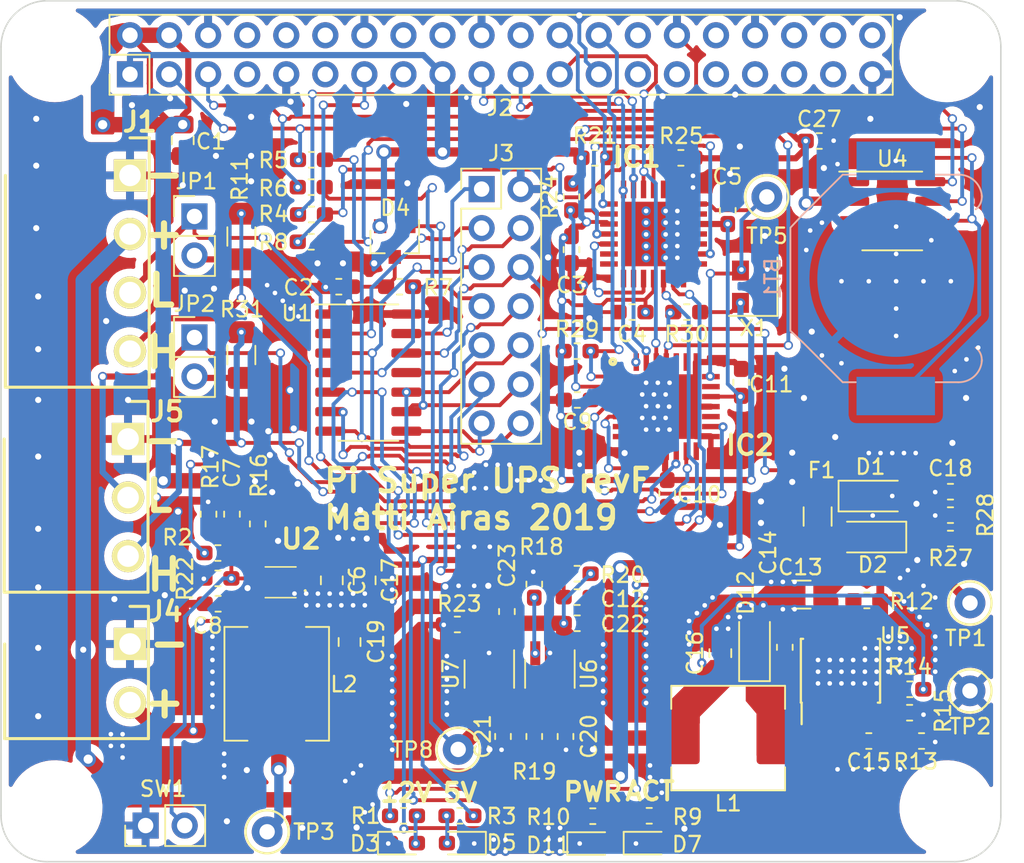
<source format=kicad_pcb>
(kicad_pcb (version 20190605) (host pcbnew "(5.1.0-1593-g5280fd036)")
  (layers (0 "F.Cu" signal) (31 "B.Cu" signal) (34 "B.Paste" user) (35 "F.Paste" user) (36 "B.SilkS" user) (37 "F.SilkS" user) (38 "B.Mask" user) (39 "F.Mask" user) (44 "Edge.Cuts" user))
  (net 0 "")
  (net 1 "GND")
  (net 2 "3.3V")
  (net 3 "+12V")
  (net 4 "/GPIO3")
  (net 5 "/SI")
  (net 6 "/SO")
  (net 7 "/SCK")
  (net 8 "Net-(JP1-Pad2)")
  (net 9 "/Buck converter/SW")
  (net 10 "/Buck converter/BST")
  (net 11 "/Buck converter/COMP")
  (net 12 "Net-(C15-Pad2)")
  (net 13 "/12V_fused")
  (net 14 "Net-(D3-Pad2)")
  (net 15 "Net-(D5-Pad2)")
  (net 16 "Net-(D11-Pad2)")
  (net 17 "/Boost converter/SW")
  (net 18 "/Buck converter/FREQ")
  (net 19 "/Buck converter/FB")
  (net 20 "/Boost converter/FB")
  (net 21 "Net-(R18-Pad1)")
  (net 22 "Net-(R19-Pad2)")
  (net 23 "/Vcap")
  (net 24 "/GPIO2")
  (net 25 "/PB0")
  (net 26 "/ATT_Vcc")
  (net 27 "/VcapS")
  (net 28 "2.65V")
  (net 29 "/V12:6")
  (net 30 "Net-(D7-Pad2)")
  (net 31 "/PA0")
  (net 32 "/EN5V")
  (net 33 "/SCL")
  (net 34 "/PA5")
  (net 35 "/SDA")
  (net 36 "/PA7")
  (net 37 "/ATT_LED1")
  (net 38 "/ATT_RESET")
  (net 39 "/ATT_LED0")
  (net 40 "Net-(R2-Pad2)")
  (net 41 "Net-(R23-Pad1)")
  (net 42 "/RTC/VBAT")
  (net 43 "5V")
  (net 44 "/CS0")
  (net 45 "/CANbus interface/~RESET")
  (net 46 "Net-(IC1-Pad16)")
  (net 47 "Net-(IC1-Pad10)")
  (net 48 "/CAN0_L")
  (net 49 "/CAN0_H")
  (net 50 "/CANbus interface/OSC_OUT")
  (net 51 "/INT0")
  (net 52 "/CS1")
  (net 53 "Net-(IC2-Pad16)")
  (net 54 "Net-(IC2-Pad10)")
  (net 55 "/CAN1_L")
  (net 56 "/CAN1_H")
  (net 57 "/INT1")
  (net 58 "/GPIO27")
  (net 59 "/GPIO22")
  (net 60 "Net-(JP2-Pad2)")
  (net 61 "/Vin")
  (module "Capacitor_SMD:C_0603_1608Metric_Pad1.05x0.95mm_HandSolder" (layer "F.Cu") (at 34.304 57.4548 180)
    (fp_text reference "C8" (at 0.6871 -1.4351) (layer "F.SilkS"))
    (fp_text value "100n")
    (pad "2" smd roundrect (at 0.875 0 180) (size 1.05 0.95) (layers "F.Cu" "F.Paste" "F.Mask") (net 1 "GND"))
    (pad "1" smd roundrect (at -0.875 0 180) (size 1.05 0.95) (layers "F.Cu" "F.Paste" "F.Mask") (net 23 "/Vcap"))
  )
  (module "Resistor_SMD:R_0603_1608Metric_Pad1.05x0.95mm_HandSolder" (layer "F.Cu") (at 34.29 55.8038 180)
    (fp_text reference "R22" (at 2.1336 -0.0254 90) (layer "F.SilkS"))
    (fp_text value "100k")
    (pad "2" smd roundrect (at 0.875 0 180) (size 1.05 0.95) (layers "F.Cu" "F.Paste" "F.Mask") (net 1 "GND"))
    (pad "1" smd roundrect (at -0.875 0 180) (size 1.05 0.95) (layers "F.Cu" "F.Paste" "F.Mask") (net 40 "Net-(R2-Pad2)"))
  )
  (module "Capacitor_SMD:C_0805_2012Metric_Pad1.15x1.40mm_HandSolder" (layer "F.Cu") (at 42.8498 59.944 90)
    (fp_text reference "C19" (at 0.0254 1.7272 90) (layer "F.SilkS"))
    (fp_text value "47uF 6.3V")
    (pad "2" smd roundrect (at 1.025 0 90) (size 1.15 1.4) (layers "F.Cu" "F.Paste" "F.Mask") (roundrect_rratio 0.217391) (net 1 "GND"))
    (pad "1" smd roundrect (at -1.025 0 90) (size 1.15 1.4) (layers "F.Cu" "F.Paste" "F.Mask") (roundrect_rratio 0.217391) (net 23 "/Vcap"))
  )
  (module "Capacitor_SMD:C_0805_2012Metric_Pad1.15x1.40mm_HandSolder" (layer "F.Cu") (at 43.829 55.9308 270)
    (fp_text reference "C17" (at 0 -1.65 90) (layer "F.SilkS"))
    (fp_text value "47uF 10V")
    (pad "2" smd roundrect (at 1.025 0 270) (size 1.15 1.4) (layers "F.Cu" "F.Paste" "F.Mask") (roundrect_rratio 0.217391) (net 1 "GND"))
    (pad "1" smd roundrect (at -1.025 0 270) (size 1.15 1.4) (layers "F.Cu" "F.Paste" "F.Mask") (roundrect_rratio 0.217391) (net 43 "5V"))
  )
  (module "Capacitor_SMD:C_0805_2012Metric_Pad1.15x1.40mm_HandSolder" (layer "F.Cu") (at 41.6954 55.9308 270)
    (fp_text reference "C6" (at 0 -1.65 90) (layer "F.SilkS"))
    (fp_text value "47uF 10V")
    (pad "2" smd roundrect (at 1.025 0 270) (size 1.15 1.4) (layers "F.Cu" "F.Paste" "F.Mask") (roundrect_rratio 0.217391) (net 1 "GND"))
    (pad "1" smd roundrect (at -1.025 0 270) (size 1.15 1.4) (layers "F.Cu" "F.Paste" "F.Mask") (roundrect_rratio 0.217391) (net 43 "5V"))
  )
  (module "Capacitor_SMD:C_0805_2012Metric_Pad1.15x1.40mm_HandSolder" (layer "F.Cu") (at 66.9544 60.6679 90)
    (fp_text reference "C16" (at 0 -1.65 90) (layer "F.SilkS"))
    (fp_text value "47uF 6.3V")
    (pad "2" smd roundrect (at 1.025 0 90) (size 1.15 1.4) (layers "F.Cu" "F.Paste" "F.Mask") (roundrect_rratio 0.217) (net 1 "GND"))
    (pad "1" smd roundrect (at -1.025 0 90) (size 1.15 1.4) (layers "F.Cu" "F.Paste" "F.Mask") (roundrect_rratio 0.217391) (net 28 "2.65V"))
  )
  (module "Capacitor_SMD:C_1206_3216Metric_Pad1.42x1.75mm_HandSolder" (layer "F.Cu") (at 72.2249 56.8579 180)
    (fp_text reference "C13" (at 0.0635 1.778) (layer "F.SilkS"))
    (fp_text value "10uF 50V")
    (pad "2" smd roundrect (at 1.4875 0 180) (size 1.425 1.75) (layers "F.Cu" "F.Paste" "F.Mask") (roundrect_rratio 0.175) (net 1 "GND"))
    (pad "1" smd roundrect (at -1.4875 0 180) (size 1.425 1.75) (layers "F.Cu" "F.Paste" "F.Mask") (roundrect_rratio 0.175439) (net 61 "/Vin"))
  )
  (module "Capacitor_SMD:C_0603_1608Metric_Pad1.05x0.95mm_HandSolder" (layer "F.Cu") (at 35.2044 51.6266 270)
    (fp_text reference "C7" (at -2.681 0 90) (layer "F.SilkS"))
    (fp_text value "220p")
    (pad "2" smd roundrect (at 0.875 0 270) (size 1.05 0.95) (layers "F.Cu" "F.Paste" "F.Mask") (net 20 "/Boost converter/FB"))
    (pad "1" smd roundrect (at -0.875 0 270) (size 1.05 0.95) (layers "F.Cu" "F.Paste" "F.Mask") (net 43 "5V"))
  )
  (module "Package_SO:SOIC-8_3.9x4.9mm_P1.27mm" (layer "F.Cu") (at 78.1304 31.9024)
    (fp_text reference "U4" (at 0 -3.4) (layer "F.SilkS"))
    (fp_text value "DS3231MZ")
    (pad "8" smd roundrect (at 2.475 -1.905) (size 1.95 0.6) (layers "F.Cu" "F.Paste" "F.Mask") (net 4 "/GPIO3"))
    (pad "7" smd roundrect (at 2.475 -0.635) (size 1.95 0.6) (layers "F.Cu" "F.Paste" "F.Mask") (net 24 "/GPIO2"))
    (pad "6" smd roundrect (at 2.475 0.635) (size 1.95 0.6) (layers "F.Cu" "F.Paste" "F.Mask") (net 42 "/RTC/VBAT"))
    (pad "5" smd roundrect (at 2.475 1.905) (size 1.95 0.6) (layers "F.Cu" "F.Paste" "F.Mask") (net 1 "GND"))
    (pad "4" smd roundrect (at -2.475 1.905) (size 1.95 0.6) (layers "F.Cu" "F.Paste" "F.Mask"))
    (pad "3" smd roundrect (at -2.475 0.635) (size 1.95 0.6) (layers "F.Cu" "F.Paste" "F.Mask"))
    (pad "2" smd roundrect (at -2.475 -0.635) (size 1.95 0.6) (layers "F.Cu" "F.Paste" "F.Mask") (net 2 "3.3V"))
    (pad "1" smd roundrect (at -2.475 -1.905) (size 1.95 0.6) (layers "F.Cu" "F.Paste" "F.Mask"))
  )
  (module "Inductor_SMD:L_Abracon_ASPI-0630LR" (layer "F.Cu") (at 38.114 62.6618 90)
    (fp_text reference "L2" (at -0.0278 4.3688 180) (layer "F.SilkS"))
    (fp_text value "1uH")
    (pad "2" smd roundrect (at 3.025 0 90) (size 2.35 3.4) (layers "F.Cu" "F.Paste" "F.Mask") (roundrect_rratio 0.1) (net 17 "/Boost converter/SW"))
    (pad "1" smd roundrect (at -3.025 0 90) (size 2.35 3.4) (layers "F.Cu" "F.Paste" "F.Mask") (roundrect_rratio 0.1) (net 23 "/Vcap"))
  )
  (module "Inductor_SMD:L_Abracon_ASPI-0630LR" (layer "F.Cu") (at 67.4624 66.1924 180)
    (fp_text reference "L1" (at 0 -4.25) (layer "F.SilkS"))
    (fp_text value "10uH 3.5A")
    (pad "2" smd roundrect (at 3.025 0 180) (size 2.35 3.4) (layers "F.Cu" "F.Paste" "F.Mask") (roundrect_rratio 0.1) (net 28 "2.65V"))
    (pad "1" smd roundrect (at -3.025 0 180) (size 2.35 3.4) (layers "F.Cu" "F.Paste" "F.Mask") (roundrect_rratio 0.1) (net 9 "/Buck converter/SW"))
  )
  (module "LED_SMD:LED_0603_1608Metric_Pad1.05x0.95mm_HandSolder" (layer "F.Cu") (at 50.052 73.025 180)
    (fp_text reference "D5" (at -2.6784 0.0254) (layer "F.SilkS"))
    (fp_text value "RLED")
    (pad "2" smd roundrect (at 0.875 0 180) (size 1.05 0.95) (layers "F.Cu" "F.Paste" "F.Mask") (net 15 "Net-(D5-Pad2)"))
    (pad "1" smd roundrect (at -0.875 0 180) (size 1.05 0.95) (layers "F.Cu" "F.Paste" "F.Mask") (net 1 "GND"))
  )
  (module "LED_SMD:LED_0603_1608Metric_Pad1.05x0.95mm_HandSolder" (layer "F.Cu") (at 46.355 73.025)
    (fp_text reference "D3" (at -2.5146 0.0254) (layer "F.SilkS"))
    (fp_text value "RLED")
    (pad "2" smd roundrect (at 0.875 0) (size 1.05 0.95) (layers "F.Cu" "F.Paste" "F.Mask") (net 14 "Net-(D3-Pad2)"))
    (pad "1" smd roundrect (at -0.875 0) (size 1.05 0.95) (layers "F.Cu" "F.Paste" "F.Mask") (net 1 "GND"))
  )
  (module "Oscillator:Oscillator_SMD_Abracon_ASE-4Pin_3.2x2.5mm" (layer "F.Cu") (at 69.088 36.83 90)
    (fp_text reference "X1" (at -2.6924 0.0508 180) (layer "F.SilkS"))
    (fp_text value "S3D8.000000B20F30T")
    (pad "4" smd rect (at -1.05 -0.825 90) (size 1.3 1.1) (layers "F.Cu" "F.Paste" "F.Mask") (net 2 "3.3V"))
    (pad "3" smd rect (at 1.05 -0.825 90) (size 1.3 1.1) (layers "F.Cu" "F.Paste" "F.Mask") (net 50 "/CANbus interface/OSC_OUT"))
    (pad "2" smd rect (at 1.05 0.825 90) (size 1.3 1.1) (layers "F.Cu" "F.Paste" "F.Mask") (net 1 "GND"))
    (pad "1" smd rect (at -1.05 0.825 90) (size 1.3 1.1) (layers "F.Cu" "F.Paste" "F.Mask"))
  )
  (module "Resistor_SMD:R_1206_3216Metric_Pad1.42x1.75mm_HandSolder" (layer "F.Cu") (at 35.814 41.275 90)
    (fp_text reference "R31" (at 2.9718 0.0508) (layer "F.SilkS"))
    (fp_text value "120R")
    (pad "2" smd roundrect (at 1.4875 0 90) (size 1.425 1.75) (layers "F.Cu" "F.Paste" "F.Mask") (roundrect_rratio 0.175439) (net 56 "/CAN1_H"))
    (pad "1" smd roundrect (at -1.4875 0 90) (size 1.425 1.75) (layers "F.Cu" "F.Paste" "F.Mask") (roundrect_rratio 0.175439) (net 60 "Net-(JP2-Pad2)"))
  )
  (module "Resistor_SMD:R_0603_1608Metric_Pad1.05x0.95mm_HandSolder" (layer "F.Cu") (at 64.77 38.481 180)
    (fp_text reference "R30" (at 0 -1.43) (layer "F.SilkS"))
    (fp_text value "10k")
    (pad "2" smd roundrect (at 0.875 0 180) (size 1.05 0.95) (layers "F.Cu" "F.Paste" "F.Mask") (net 57 "/INT1"))
    (pad "1" smd roundrect (at -0.875 0 180) (size 1.05 0.95) (layers "F.Cu" "F.Paste" "F.Mask") (net 2 "3.3V"))
  )
  (module "Resistor_SMD:R_0603_1608Metric_Pad1.05x0.95mm_HandSolder" (layer "F.Cu") (at 57.644 41.021)
    (fp_text reference "R29" (at 0 -1.43) (layer "F.SilkS"))
    (fp_text value "10k")
    (pad "2" smd roundrect (at 0.875 0) (size 1.05 0.95) (layers "F.Cu" "F.Paste" "F.Mask") (net 52 "/CS1"))
    (pad "1" smd roundrect (at -0.875 0) (size 1.05 0.95) (layers "F.Cu" "F.Paste" "F.Mask") (net 2 "3.3V"))
  )
  (module "Resistor_SMD:R_0603_1608Metric_Pad1.05x0.95mm_HandSolder" (layer "F.Cu") (at 64.389 28.448 180)
    (fp_text reference "R25" (at -0.0254 1.4224) (layer "F.SilkS"))
    (fp_text value "10k")
    (pad "2" smd roundrect (at 0.875 0 180) (size 1.05 0.95) (layers "F.Cu" "F.Paste" "F.Mask") (net 51 "/INT0"))
    (pad "1" smd roundrect (at -0.875 0 180) (size 1.05 0.95) (layers "F.Cu" "F.Paste" "F.Mask") (net 2 "3.3V"))
  )
  (module "Resistor_SMD:R_0603_1608Metric_Pad1.05x0.95mm_HandSolder" (layer "F.Cu") (at 57.277 30.988 90)
    (fp_text reference "R24" (at 0 -1.43 90) (layer "F.SilkS"))
    (fp_text value "10k")
    (pad "2" smd roundrect (at 0.875 0 90) (size 1.05 0.95) (layers "F.Cu" "F.Paste" "F.Mask") (net 2 "3.3V"))
    (pad "1" smd roundrect (at -0.875 0 90) (size 1.05 0.95) (layers "F.Cu" "F.Paste" "F.Mask") (net 45 "/CANbus interface/~RESET"))
  )
  (module "Resistor_SMD:R_0603_1608Metric_Pad1.05x0.95mm_HandSolder" (layer "F.Cu") (at 58.801 28.448)
    (fp_text reference "R21" (at 0 -1.43) (layer "F.SilkS"))
    (fp_text value "10k")
    (pad "2" smd roundrect (at 0.875 0) (size 1.05 0.95) (layers "F.Cu" "F.Paste" "F.Mask") (net 44 "/CS0"))
    (pad "1" smd roundrect (at -0.875 0) (size 1.05 0.95) (layers "F.Cu" "F.Paste" "F.Mask") (net 2 "3.3V"))
  )
  (module "Resistor_SMD:R_0603_1608Metric_Pad1.05x0.95mm_HandSolder" (layer "F.Cu") (at 40.358 33.909 180)
    (fp_text reference "R8" (at 2.4612 -0.0254) (layer "F.SilkS"))
    (fp_text value "0")
    (pad "2" smd roundrect (at 0.875 0 180) (size 1.05 0.95) (layers "F.Cu" "F.Paste" "F.Mask") (net 58 "/GPIO27"))
    (pad "1" smd roundrect (at -0.875 0 180) (size 1.05 0.95) (layers "F.Cu" "F.Paste" "F.Mask") (net 57 "/INT1"))
  )
  (module "Resistor_SMD:R_0603_1608Metric_Pad1.05x0.95mm_HandSolder" (layer "F.Cu") (at 40.372 32.131 180)
    (fp_text reference "R4" (at 2.4752 0.0254) (layer "F.SilkS"))
    (fp_text value "0")
    (pad "2" smd roundrect (at 0.875 0 180) (size 1.05 0.95) (layers "F.Cu" "F.Paste" "F.Mask") (net 59 "/GPIO22"))
    (pad "1" smd roundrect (at -0.875 0 180) (size 1.05 0.95) (layers "F.Cu" "F.Paste" "F.Mask") (net 51 "/INT0"))
  )
  (module "Connector_PinHeader_2.54mm:PinHeader_1x02_P2.54mm_Vertical" (layer "F.Cu") (at 32.766 40.132)
    (fp_text reference "JP2" (at 0 -2.1844) (layer "F.SilkS"))
    (fp_text value "Term")
    (pad "2" thru_hole oval (at 0 2.54) (size 1.7 1.7) (drill 1) (layers *.Cu *.Mask) (net 60 "Net-(JP2-Pad2)"))
    (pad "1" thru_hole rect (at 0 0) (size 1.7 1.7) (drill 1) (layers *.Cu *.Mask) (net 55 "/CAN1_L"))
  )
  (module "custom:TerminalBlock_WJ15EDGRC-3.81-3P" (layer "F.Cu") (at 28.448 46.736 270)
    (fp_text reference "J5" (at -1.778 -2.54 180) (layer "F.SilkS") (effects (font (size 1.27 1.27) (thickness 0.254))))
    (fp_text value "Screw_Terminal_01x03" hide)
    (pad "1" thru_hole rect (at 0 0) (size 2.1 2.1) (drill 1.4) (layers *.Cu *.Mask "F.SilkS") (net 1 "GND"))
    (pad "2" thru_hole circle (at 3.81 0) (size 2.1 2.1) (drill 1.4) (layers *.Cu *.Mask "F.SilkS") (net 55 "/CAN1_L"))
    (pad "3" thru_hole circle (at 7.62 0) (size 2.1 2.1) (drill 1.4) (layers *.Cu *.Mask "F.SilkS") (net 56 "/CAN1_H"))
  )
  (module "custom:TerminalBlock_WJ15EDGRC-3.81-2P" (layer "F.Cu") (at 28.575 60.071 270)
    (fp_text reference "J4" (at -2.1082 -2.3114 180) (layer "F.SilkS") (effects (font (size 1.27 1.27) (thickness 0.254))))
    (fp_text value "Screw_Terminal_01x02" hide)
    (pad "1" thru_hole rect (at 0 0) (size 2.1 2.1) (drill 1.4) (layers *.Cu *.Mask "F.SilkS") (net 1 "GND"))
    (pad "2" thru_hole circle (at 3.81 0) (size 2.1 2.1) (drill 1.4) (layers *.Cu *.Mask "F.SilkS") (net 23 "/Vcap"))
  )
  (module "custom:TerminalBlock_WJ15EDGRC-3.81-4P" (layer "F.Cu") (at 28.575 29.591 270)
    (fp_text reference "J1" (at -3.4798 -0.635 180) (layer "F.SilkS") (effects (font (size 1.27 1.27) (thickness 0.254))))
    (fp_text value "Screw_Terminal_01x04" hide)
    (pad "1" thru_hole rect (at 0 0) (size 2.1 2.1) (drill 1.4) (layers *.Cu *.Mask "F.SilkS") (net 1 "GND"))
    (pad "2" thru_hole circle (at 3.81 0) (size 2.1 2.1) (drill 1.4) (layers *.Cu *.Mask "F.SilkS") (net 3 "+12V"))
    (pad "3" thru_hole circle (at 7.62 0) (size 2.1 2.1) (drill 1.4) (layers *.Cu *.Mask "F.SilkS") (net 48 "/CAN0_L"))
    (pad "4" thru_hole circle (at 11.43 0) (size 2.1 2.1) (drill 1.4) (layers *.Cu *.Mask "F.SilkS") (net 49 "/CAN0_H"))
  )
  (module "custom:QFN65P600X600X100-29M-D" (layer "F.Cu") (at 63.439 44.631)
    (fp_text reference "IC2" (at 5.4458 2.5114) (layer "F.SilkS") (effects (font (size 1.27 1.27) (thickness 0.254))))
    (fp_text value "MCP25625T-E_ML" hide)
    (pad "1" smd rect (at -2.9 -1.95 90) (size 0.35 1.15) (layers "F.Cu" "F.Paste" "F.Mask") (net 52 "/CS1"))
    (pad "2" smd rect (at -2.9 -1.3 90) (size 0.35 1.15) (layers "F.Cu" "F.Paste" "F.Mask") (net 45 "/CANbus interface/~RESET"))
    (pad "3" smd rect (at -2.9 -0.65 90) (size 0.35 1.15) (layers "F.Cu" "F.Paste" "F.Mask") (net 2 "3.3V"))
    (pad "4" smd rect (at -2.9 0 90) (size 0.35 1.15) (layers "F.Cu" "F.Paste" "F.Mask") (net 53 "Net-(IC2-Pad16)"))
    (pad "5" smd rect (at -2.9 0.65 90) (size 0.35 1.15) (layers "F.Cu" "F.Paste" "F.Mask") (net 54 "Net-(IC2-Pad10)"))
    (pad "6" smd rect (at -2.9 1.3 90) (size 0.35 1.15) (layers "F.Cu" "F.Paste" "F.Mask"))
    (pad "7" smd rect (at -2.9 1.95 90) (size 0.35 1.15) (layers "F.Cu" "F.Paste" "F.Mask"))
    (pad "8" smd rect (at -1.95 2.9) (size 0.35 1.15) (layers "F.Cu" "F.Paste" "F.Mask"))
    (pad "9" smd rect (at -1.3 2.9) (size 0.35 1.15) (layers "F.Cu" "F.Paste" "F.Mask"))
    (pad "10" smd rect (at -0.65 2.9) (size 0.35 1.15) (layers "F.Cu" "F.Paste" "F.Mask") (net 54 "Net-(IC2-Pad10)"))
    (pad "11" smd rect (at 0 2.9) (size 0.35 1.15) (layers "F.Cu" "F.Paste" "F.Mask") (net 2 "3.3V"))
    (pad "12" smd rect (at 0.65 2.9) (size 0.35 1.15) (layers "F.Cu" "F.Paste" "F.Mask") (net 55 "/CAN1_L"))
    (pad "13" smd rect (at 1.3 2.9) (size 0.35 1.15) (layers "F.Cu" "F.Paste" "F.Mask") (net 56 "/CAN1_H"))
    (pad "14" smd rect (at 1.95 2.9) (size 0.35 1.15) (layers "F.Cu" "F.Paste" "F.Mask"))
    (pad "15" smd rect (at 2.9 1.95 90) (size 0.35 1.15) (layers "F.Cu" "F.Paste" "F.Mask") (net 1 "GND"))
    (pad "16" smd rect (at 2.9 1.3 90) (size 0.35 1.15) (layers "F.Cu" "F.Paste" "F.Mask") (net 53 "Net-(IC2-Pad16)"))
    (pad "17" smd rect (at 2.9 0.65 90) (size 0.35 1.15) (layers "F.Cu" "F.Paste" "F.Mask"))
    (pad "18" smd rect (at 2.9 0 90) (size 0.35 1.15) (layers "F.Cu" "F.Paste" "F.Mask") (net 1 "GND"))
    (pad "19" smd rect (at 2.9 -0.65 90) (size 0.35 1.15) (layers "F.Cu" "F.Paste" "F.Mask") (net 43 "5V"))
    (pad "20" smd rect (at 2.9 -1.3 90) (size 0.35 1.15) (layers "F.Cu" "F.Paste" "F.Mask"))
    (pad "21" smd rect (at 2.9 -1.95 90) (size 0.35 1.15) (layers "F.Cu" "F.Paste" "F.Mask") (net 50 "/CANbus interface/OSC_OUT"))
    (pad "22" smd rect (at 1.95 -2.9) (size 0.35 1.15) (layers "F.Cu" "F.Paste" "F.Mask") (net 1 "GND"))
    (pad "23" smd rect (at 1.3 -2.9) (size 0.35 1.15) (layers "F.Cu" "F.Paste" "F.Mask"))
    (pad "24" smd rect (at 0.65 -2.9) (size 0.35 1.15) (layers "F.Cu" "F.Paste" "F.Mask"))
    (pad "25" smd rect (at 0 -2.9) (size 0.35 1.15) (layers "F.Cu" "F.Paste" "F.Mask") (net 57 "/INT1"))
    (pad "26" smd rect (at -0.65 -2.9) (size 0.35 1.15) (layers "F.Cu" "F.Paste" "F.Mask") (net 7 "/SCK"))
    (pad "27" smd rect (at -1.3 -2.9) (size 0.35 1.15) (layers "F.Cu" "F.Paste" "F.Mask") (net 5 "/SI"))
    (pad "28" smd rect (at -1.95 -2.9) (size 0.35 1.15) (layers "F.Cu" "F.Paste" "F.Mask") (net 6 "/SO"))
    (pad "29" smd rect (at 0 0) (size 4.2 4.2) (layers "F.Cu" "F.Paste" "F.Mask") (net 1 "GND"))
  )
  (module "custom:QFN65P600X600X100-29M-D" (layer "F.Cu") (at 62.611 33.401)
    (fp_text reference "IC1" (at -1.0922 -5.0038) (layer "F.SilkS") (effects (font (size 1.27 1.27) (thickness 0.254))))
    (fp_text value "MCP25625T-E_ML" hide)
    (pad "1" smd rect (at -2.9 -1.95 90) (size 0.35 1.15) (layers "F.Cu" "F.Paste" "F.Mask") (net 44 "/CS0"))
    (pad "2" smd rect (at -2.9 -1.3 90) (size 0.35 1.15) (layers "F.Cu" "F.Paste" "F.Mask") (net 45 "/CANbus interface/~RESET"))
    (pad "3" smd rect (at -2.9 -0.65 90) (size 0.35 1.15) (layers "F.Cu" "F.Paste" "F.Mask") (net 2 "3.3V"))
    (pad "4" smd rect (at -2.9 0 90) (size 0.35 1.15) (layers "F.Cu" "F.Paste" "F.Mask") (net 46 "Net-(IC1-Pad16)"))
    (pad "5" smd rect (at -2.9 0.65 90) (size 0.35 1.15) (layers "F.Cu" "F.Paste" "F.Mask") (net 47 "Net-(IC1-Pad10)"))
    (pad "6" smd rect (at -2.9 1.3 90) (size 0.35 1.15) (layers "F.Cu" "F.Paste" "F.Mask"))
    (pad "7" smd rect (at -2.9 1.95 90) (size 0.35 1.15) (layers "F.Cu" "F.Paste" "F.Mask"))
    (pad "8" smd rect (at -1.95 2.9) (size 0.35 1.15) (layers "F.Cu" "F.Paste" "F.Mask"))
    (pad "9" smd rect (at -1.3 2.9) (size 0.35 1.15) (layers "F.Cu" "F.Paste" "F.Mask"))
    (pad "10" smd rect (at -0.65 2.9) (size 0.35 1.15) (layers "F.Cu" "F.Paste" "F.Mask") (net 47 "Net-(IC1-Pad10)"))
    (pad "11" smd rect (at 0 2.9) (size 0.35 1.15) (layers "F.Cu" "F.Paste" "F.Mask") (net 2 "3.3V"))
    (pad "12" smd rect (at 0.65 2.9) (size 0.35 1.15) (layers "F.Cu" "F.Paste" "F.Mask") (net 48 "/CAN0_L"))
    (pad "13" smd rect (at 1.3 2.9) (size 0.35 1.15) (layers "F.Cu" "F.Paste" "F.Mask") (net 49 "/CAN0_H"))
    (pad "14" smd rect (at 1.95 2.9) (size 0.35 1.15) (layers "F.Cu" "F.Paste" "F.Mask"))
    (pad "15" smd rect (at 2.9 1.95 90) (size 0.35 1.15) (layers "F.Cu" "F.Paste" "F.Mask") (net 1 "GND"))
    (pad "16" smd rect (at 2.9 1.3 90) (size 0.35 1.15) (layers "F.Cu" "F.Paste" "F.Mask") (net 46 "Net-(IC1-Pad16)"))
    (pad "17" smd rect (at 2.9 0.65 90) (size 0.35 1.15) (layers "F.Cu" "F.Paste" "F.Mask"))
    (pad "18" smd rect (at 2.9 0 90) (size 0.35 1.15) (layers "F.Cu" "F.Paste" "F.Mask") (net 1 "GND"))
    (pad "19" smd rect (at 2.9 -0.65 90) (size 0.35 1.15) (layers "F.Cu" "F.Paste" "F.Mask") (net 43 "5V"))
    (pad "20" smd rect (at 2.9 -1.3 90) (size 0.35 1.15) (layers "F.Cu" "F.Paste" "F.Mask"))
    (pad "21" smd rect (at 2.9 -1.95 90) (size 0.35 1.15) (layers "F.Cu" "F.Paste" "F.Mask") (net 50 "/CANbus interface/OSC_OUT"))
    (pad "22" smd rect (at 1.95 -2.9) (size 0.35 1.15) (layers "F.Cu" "F.Paste" "F.Mask") (net 1 "GND"))
    (pad "23" smd rect (at 1.3 -2.9) (size 0.35 1.15) (layers "F.Cu" "F.Paste" "F.Mask"))
    (pad "24" smd rect (at 0.65 -2.9) (size 0.35 1.15) (layers "F.Cu" "F.Paste" "F.Mask"))
    (pad "25" smd rect (at 0 -2.9) (size 0.35 1.15) (layers "F.Cu" "F.Paste" "F.Mask") (net 51 "/INT0"))
    (pad "26" smd rect (at -0.65 -2.9) (size 0.35 1.15) (layers "F.Cu" "F.Paste" "F.Mask") (net 7 "/SCK"))
    (pad "27" smd rect (at -1.3 -2.9) (size 0.35 1.15) (layers "F.Cu" "F.Paste" "F.Mask") (net 5 "/SI"))
    (pad "28" smd rect (at -1.95 -2.9) (size 0.35 1.15) (layers "F.Cu" "F.Paste" "F.Mask") (net 6 "/SO"))
    (pad "29" smd rect (at 0 0) (size 4.2 4.2) (layers "F.Cu" "F.Paste" "F.Mask") (net 1 "GND"))
  )
  (module "Capacitor_SMD:C_0603_1608Metric_Pad1.05x0.95mm_HandSolder" (layer "F.Cu") (at 73.382 27.35)
    (fp_text reference "C27" (at 0 -1.43) (layer "F.SilkS"))
    (fp_text value "100nF")
    (pad "2" smd roundrect (at 0.875 0) (size 1.05 0.95) (layers "F.Cu" "F.Paste" "F.Mask") (net 1 "GND"))
    (pad "1" smd roundrect (at -0.875 0) (size 1.05 0.95) (layers "F.Cu" "F.Paste" "F.Mask") (net 2 "3.3V"))
  )
  (module "Capacitor_SMD:C_0603_1608Metric_Pad1.05x0.95mm_HandSolder" (layer "F.Cu") (at 68.312 43.053 90)
    (fp_text reference "C11" (at -0.127 1.9444 180) (layer "F.SilkS"))
    (fp_text value "100nF")
    (pad "2" smd roundrect (at 0.875 0 90) (size 1.05 0.95) (layers "F.Cu" "F.Paste" "F.Mask") (net 1 "GND"))
    (pad "1" smd roundrect (at -0.875 0 90) (size 1.05 0.95) (layers "F.Cu" "F.Paste" "F.Mask") (net 43 "5V"))
  )
  (module "Capacitor_SMD:C_0603_1608Metric_Pad1.05x0.95mm_HandSolder" (layer "F.Cu") (at 63.5 50.278 270)
    (fp_text reference "C10" (at 0.0648 -2.0828 180) (layer "F.SilkS"))
    (fp_text value "100nF")
    (pad "2" smd roundrect (at 0.875 0 270) (size 1.05 0.95) (layers "F.Cu" "F.Paste" "F.Mask") (net 1 "GND"))
    (pad "1" smd roundrect (at -0.875 0 270) (size 1.05 0.95) (layers "F.Cu" "F.Paste" "F.Mask") (net 2 "3.3V"))
  )
  (module "Capacitor_SMD:C_0603_1608Metric_Pad1.05x0.95mm_HandSolder" (layer "F.Cu") (at 57.658 44.196 180)
    (fp_text reference "C9" (at 0 -1.43) (layer "F.SilkS"))
    (fp_text value "100nF")
    (pad "2" smd roundrect (at 0.875 0 180) (size 1.05 0.95) (layers "F.Cu" "F.Paste" "F.Mask") (net 1 "GND"))
    (pad "1" smd roundrect (at -0.875 0 180) (size 1.05 0.95) (layers "F.Cu" "F.Paste" "F.Mask") (net 2 "3.3V"))
  )
  (module "Capacitor_SMD:C_0603_1608Metric_Pad1.05x0.95mm_HandSolder" (layer "F.Cu") (at 67.437 31.877 90)
    (fp_text reference "C5" (at 2.2098 -0.0254 180) (layer "F.SilkS"))
    (fp_text value "100nF")
    (pad "2" smd roundrect (at 0.875 0 90) (size 1.05 0.95) (layers "F.Cu" "F.Paste" "F.Mask") (net 1 "GND"))
    (pad "1" smd roundrect (at -0.875 0 90) (size 1.05 0.95) (layers "F.Cu" "F.Paste" "F.Mask") (net 43 "5V"))
  )
  (module "Capacitor_SMD:C_0603_1608Metric_Pad1.05x0.95mm_HandSolder" (layer "F.Cu") (at 61.214 38.481 180)
    (fp_text reference "C4" (at 0 -1.43) (layer "F.SilkS"))
    (fp_text value "100nF")
    (pad "2" smd roundrect (at 0.875 0 180) (size 1.05 0.95) (layers "F.Cu" "F.Paste" "F.Mask") (net 1 "GND"))
    (pad "1" smd roundrect (at -0.875 0 180) (size 1.05 0.95) (layers "F.Cu" "F.Paste" "F.Mask") (net 2 "3.3V"))
  )
  (module "Capacitor_SMD:C_0603_1608Metric_Pad1.05x0.95mm_HandSolder" (layer "F.Cu") (at 57.277 34.417 270)
    (fp_text reference "C3" (at 2.3114 0.0254 180) (layer "F.SilkS"))
    (fp_text value "100nF")
    (pad "2" smd roundrect (at 0.875 0 270) (size 1.05 0.95) (layers "F.Cu" "F.Paste" "F.Mask") (net 1 "GND"))
    (pad "1" smd roundrect (at -0.875 0 270) (size 1.05 0.95) (layers "F.Cu" "F.Paste" "F.Mask") (net 2 "3.3V"))
  )
  (module "custom:BatteryHolder_Linx_BAT-HLD-012-SMT" (layer "B.Cu") (at 78.359 36.292 270)
    (fp_text reference "BT1" (at 0 8 270) (layer "B.SilkS") (effects (justify mirror)))
    (fp_text value "CR1220 3V")
    (pad "2" smd circle (at 0 0 270) (size 10.2 10.2) (layers "B.Cu" "B.Paste" "B.Mask") (net 1 "GND"))
    (pad "1" smd rect (at 7.65 0 270) (size 2.5 5.1) (layers "B.Cu" "B.Paste" "B.Mask") (net 42 "/RTC/VBAT"))
    (pad "1" smd rect (at -7.65 0 270) (size 2.5 5.1) (layers "B.Cu" "B.Paste" "B.Mask") (net 42 "/RTC/VBAT"))
  )
  (module "RPi_Hat:RPi_Hat_Mounting_Hole" (layer "F.Cu") (at 81.691 21.7292)
    (fp_text reference "" hide)
    (fp_text value "" hide)
    (pad "" np_thru_hole circle (at 0 0) (size 2.75 2.75) (drill 2.75) (layers *.Cu *.Mask) (clearance 1.725))
  )
  (module "RPi_Hat:RPi_Hat_Mounting_Hole" (layer "F.Cu") (at 81.691 70.7292)
    (fp_text reference "" hide)
    (fp_text value "" hide)
    (pad "" np_thru_hole circle (at 0 0) (size 2.75 2.75) (drill 2.75) (layers *.Cu *.Mask) (clearance 1.725))
  )
  (module "RPi_Hat:RPi_Hat_Mounting_Hole" (layer "F.Cu") (at 23.691 70.7292)
    (fp_text reference "" hide)
    (fp_text value "" hide)
    (pad "" np_thru_hole circle (at 0 0) (size 2.75 2.75) (drill 2.75) (layers *.Cu *.Mask) (clearance 1.725))
  )
  (module "RPi_Hat:RPi_Hat_Mounting_Hole" (layer "F.Cu") (at 23.691 21.7292)
    (fp_text reference "" hide)
    (fp_text value "" hide)
    (pad "" np_thru_hole circle (at 0 0) (size 2.75 2.75) (drill 2.75) (layers *.Cu *.Mask) (clearance 1.725))
  )
  (module "Package_SO:SOIC-14_3.9x8.7mm_P1.27mm" (layer "F.Cu") (at 44.069 42.418)
    (fp_text reference "U1" (at -4.6482 -3.8608) (layer "F.SilkS"))
    (fp_text value "ATtiny44-20SSU")
    (pad "14" smd roundrect (at 2.475 -3.81) (size 1.95 0.6) (layers "F.Cu" "F.Paste" "F.Mask") (net 1 "GND"))
    (pad "13" smd roundrect (at 2.475 -2.54) (size 1.95 0.6) (layers "F.Cu" "F.Paste" "F.Mask") (net 31 "/PA0"))
    (pad "12" smd roundrect (at 2.475 -1.27) (size 1.95 0.6) (layers "F.Cu" "F.Paste" "F.Mask") (net 29 "/V12:6"))
    (pad "11" smd roundrect (at 2.475 0) (size 1.95 0.6) (layers "F.Cu" "F.Paste" "F.Mask") (net 27 "/VcapS"))
    (pad "10" smd roundrect (at 2.475 1.27) (size 1.95 0.6) (layers "F.Cu" "F.Paste" "F.Mask") (net 32 "/EN5V"))
    (pad "9" smd roundrect (at 2.475 2.54) (size 1.95 0.6) (layers "F.Cu" "F.Paste" "F.Mask") (net 33 "/SCL"))
    (pad "8" smd roundrect (at 2.475 3.81) (size 1.95 0.6) (layers "F.Cu" "F.Paste" "F.Mask") (net 34 "/PA5"))
    (pad "7" smd roundrect (at -2.475 3.81) (size 1.95 0.6) (layers "F.Cu" "F.Paste" "F.Mask") (net 35 "/SDA"))
    (pad "6" smd roundrect (at -2.475 2.54) (size 1.95 0.6) (layers "F.Cu" "F.Paste" "F.Mask") (net 36 "/PA7"))
    (pad "5" smd roundrect (at -2.475 1.27) (size 1.95 0.6) (layers "F.Cu" "F.Paste" "F.Mask") (net 37 "/ATT_LED1"))
    (pad "4" smd roundrect (at -2.475 0) (size 1.95 0.6) (layers "F.Cu" "F.Paste" "F.Mask") (net 38 "/ATT_RESET"))
    (pad "3" smd roundrect (at -2.475 -1.27) (size 1.95 0.6) (layers "F.Cu" "F.Paste" "F.Mask") (net 39 "/ATT_LED0"))
    (pad "2" smd roundrect (at -2.475 -2.54) (size 1.95 0.6) (layers "F.Cu" "F.Paste" "F.Mask") (net 25 "/PB0"))
    (pad "1" smd roundrect (at -2.475 -3.81) (size 1.95 0.6) (layers "F.Cu" "F.Paste" "F.Mask") (net 26 "/ATT_Vcc"))
  )
  (module "custom:PinHeader_2x07_P2.54mm_Vertical_CounterClockwise" (layer "F.Cu") (at 51.435 30.48)
    (fp_text reference "J3" (at 1.27 -2.33) (layer "F.SilkS"))
    (fp_text value "Conn_02x07_Counter_Clockwise")
    (pad "8" thru_hole oval (at 2.54 15.24) (size 1.7 1.7) (drill 1) (layers *.Cu *.Mask) (net 34 "/PA5"))
    (pad "7" thru_hole oval (at 0 15.24) (size 1.7 1.7) (drill 1) (layers *.Cu *.Mask) (net 35 "/SDA"))
    (pad "9" thru_hole oval (at 2.54 12.7) (size 1.7 1.7) (drill 1) (layers *.Cu *.Mask) (net 33 "/SCL"))
    (pad "6" thru_hole oval (at 0 12.7) (size 1.7 1.7) (drill 1) (layers *.Cu *.Mask) (net 36 "/PA7"))
    (pad "10" thru_hole oval (at 2.54 10.16) (size 1.7 1.7) (drill 1) (layers *.Cu *.Mask) (net 32 "/EN5V"))
    (pad "5" thru_hole oval (at 0 10.16) (size 1.7 1.7) (drill 1) (layers *.Cu *.Mask) (net 37 "/ATT_LED1"))
    (pad "11" thru_hole oval (at 2.54 7.62) (size 1.7 1.7) (drill 1) (layers *.Cu *.Mask) (net 27 "/VcapS"))
    (pad "4" thru_hole oval (at 0 7.62) (size 1.7 1.7) (drill 1) (layers *.Cu *.Mask) (net 38 "/ATT_RESET"))
    (pad "12" thru_hole oval (at 2.54 5.08) (size 1.7 1.7) (drill 1) (layers *.Cu *.Mask) (net 29 "/V12:6"))
    (pad "3" thru_hole oval (at 0 5.08) (size 1.7 1.7) (drill 1) (layers *.Cu *.Mask) (net 39 "/ATT_LED0"))
    (pad "13" thru_hole oval (at 2.54 2.54) (size 1.7 1.7) (drill 1) (layers *.Cu *.Mask) (net 31 "/PA0"))
    (pad "2" thru_hole oval (at 0 2.54) (size 1.7 1.7) (drill 1) (layers *.Cu *.Mask) (net 25 "/PB0"))
    (pad "14" thru_hole oval (at 2.54 0) (size 1.7 1.7) (drill 1) (layers *.Cu *.Mask) (net 1 "GND"))
    (pad "1" thru_hole rect (at 0 0) (size 1.7 1.7) (drill 1) (layers *.Cu *.Mask) (net 26 "/ATT_Vcc"))
  )
  (module "TestPoint:TestPoint_Keystone_5000-5004_Miniature" (layer "F.Cu") (at 37.4904 72.2884)
    (fp_text reference "TP3" (at 3.048 0) (layer "F.SilkS"))
    (fp_text value "Vcap")
    (pad "1" thru_hole circle (at 0 0) (size 2 2) (drill 1) (layers *.Cu *.Mask) (net 23 "/Vcap"))
  )
  (module "Package_TO_SOT_SMD:SOT-23-5_HandSoldering" (layer "F.Cu") (at 55.872885 62.025001 270)
    (fp_text reference "U6" (at 0 -2.54 90) (layer "F.SilkS"))
    (fp_text value "MT9700")
    (pad "5" smd rect (at 1.35 -0.95 270) (size 1.56 0.65) (layers "F.Cu" "F.Paste" "F.Mask") (net 28 "2.65V"))
    (pad "4" smd rect (at 1.35 0.95 270) (size 1.56 0.65) (layers "F.Cu" "F.Paste" "F.Mask") (net 22 "Net-(R19-Pad2)"))
    (pad "3" smd rect (at -1.35 0.95 270) (size 1.56 0.65) (layers "F.Cu" "F.Paste" "F.Mask") (net 21 "Net-(R18-Pad1)"))
    (pad "2" smd rect (at -1.35 0 270) (size 1.56 0.65) (layers "F.Cu" "F.Paste" "F.Mask") (net 1 "GND"))
    (pad "1" smd rect (at -1.35 -0.95 270) (size 1.56 0.65) (layers "F.Cu" "F.Paste" "F.Mask") (net 23 "/Vcap"))
  )
  (module "custom:TPS61022RWUR" (layer "F.Cu") (at 38.368 56.0578 180)
    (fp_text reference "U2" (at -1.3322 2.8194 180) (layer "F.SilkS") (effects (font (size 1.27 1.27) (thickness 0.254))))
    (fp_text value "TPS61022" hide)
    (pad "7" smd rect (at 0.975 -0.75 270) (size 0.25 0.45) (layers "F.Cu" "F.Paste" "F.Mask") (net 23 "/Vcap"))
    (pad "6" smd rect (at 0.975 -0.25 270) (size 0.25 0.45) (layers "F.Cu" "F.Paste" "F.Mask") (net 1 "GND"))
    (pad "5" smd rect (at 0.975 0.25 270) (size 0.25 0.45) (layers "F.Cu" "F.Paste" "F.Mask") (net 40 "Net-(R2-Pad2)"))
    (pad "4" smd rect (at 0.975 0.75 270) (size 0.25 0.45) (layers "F.Cu" "F.Paste" "F.Mask") (net 20 "/Boost converter/FB"))
    (pad "3" smd rect (at -0.625 0.55 270) (size 0.35 1.15) (layers "F.Cu" "F.Paste" "F.Mask") (net 43 "5V"))
    (pad "2" smd rect (at -0.475 0 270) (size 0.2 1.45) (layers "F.Cu" "F.Paste" "F.Mask") (net 17 "/Boost converter/SW"))
    (pad "1" smd rect (at -0.625 -0.55 270) (size 0.35 1.15) (layers "F.Cu" "F.Paste" "F.Mask") (net 1 "GND"))
  )
  (module "Connector_PinHeader_2.54mm:PinHeader_1x02_P2.54mm_Vertical" (layer "F.Cu") (at 29.591 71.882 90)
    (fp_text reference "SW1" (at 2.3876 1.143 180) (layer "F.SilkS"))
    (fp_text value "SW_SPST")
    (pad "2" thru_hole oval (at 0 2.54 90) (size 1.7 1.7) (drill 1) (layers *.Cu *.Mask) (net 40 "Net-(R2-Pad2)"))
    (pad "1" thru_hole rect (at 0 0 90) (size 1.7 1.7) (drill 1) (layers *.Cu *.Mask) (net 1 "GND"))
  )
  (module "LED_SMD:LED_0603_1608Metric_Pad1.05x0.95mm_HandSolder" (layer "F.Cu") (at 62.3316 73.025)
    (fp_text reference "D7" (at 2.4524 0.0762) (layer "F.SilkS"))
    (fp_text value "GLED")
    (pad "2" smd roundrect (at 0.875 0) (size 1.05 0.95) (layers "F.Cu" "F.Paste" "F.Mask") (net 30 "Net-(D7-Pad2)"))
    (pad "1" smd roundrect (at -0.875 0) (size 1.05 0.95) (layers "F.Cu" "F.Paste" "F.Mask") (net 1 "GND"))
  )
  (module "Package_TO_SOT_SMD:SOT-23" (layer "F.Cu") (at 45.786 33.893 270)
    (fp_text reference "D4" (at -2.1938 -0.0356 180) (layer "F.SilkS"))
    (fp_text value "BAT54C")
    (pad "3" smd rect (at 1 0 270) (size 0.9 0.8) (layers "F.Cu" "F.Paste" "F.Mask") (net 26 "/ATT_Vcc"))
    (pad "2" smd rect (at -1 0.95 270) (size 0.9 0.8) (layers "F.Cu" "F.Paste" "F.Mask") (net 2 "3.3V"))
    (pad "1" smd rect (at -1 -0.95 270) (size 0.9 0.8) (layers "F.Cu" "F.Paste" "F.Mask") (net 28 "2.65V"))
  )
  (module "Capacitor_SMD:C_0603_1608Metric_Pad1.05x0.95mm_HandSolder" (layer "F.Cu") (at 53.078885 57.961001 90)
    (fp_text reference "C23" (at 2.995401 0.007115 90) (layer "F.SilkS"))
    (fp_text value "10uF 10V")
    (pad "2" smd roundrect (at 0.875 0 90) (size 1.05 0.95) (layers "F.Cu" "F.Paste" "F.Mask") (net 1 "GND"))
    (pad "1" smd roundrect (at -0.875 0 90) (size 1.05 0.95) (layers "F.Cu" "F.Paste" "F.Mask") (net 23 "/Vcap"))
  )
  (module "Capacitor_SMD:C_0603_1608Metric_Pad1.05x0.95mm_HandSolder" (layer "F.Cu") (at 57.650885 58.723001)
    (fp_text reference "C22" (at 2.953515 0.052599) (layer "F.SilkS"))
    (fp_text value "10uF 10V")
    (pad "2" smd roundrect (at 0.875 0) (size 1.05 0.95) (layers "F.Cu" "F.Paste" "F.Mask") (net 1 "GND"))
    (pad "1" smd roundrect (at -0.875 0) (size 1.05 0.95) (layers "F.Cu" "F.Paste" "F.Mask") (net 23 "/Vcap"))
  )
  (module "Capacitor_SMD:C_0603_1608Metric_Pad1.05x0.95mm_HandSolder" (layer "F.Cu") (at 52.824885 66.089001 270)
    (fp_text reference "C21" (at 0.001799 1.313685 90) (layer "F.SilkS"))
    (fp_text value "10uF 10V")
    (pad "2" smd roundrect (at 0.875 0 270) (size 1.05 0.95) (layers "F.Cu" "F.Paste" "F.Mask") (net 1 "GND"))
    (pad "1" smd roundrect (at -0.875 0 270) (size 1.05 0.95) (layers "F.Cu" "F.Paste" "F.Mask") (net 28 "2.65V"))
  )
  (module "Capacitor_SMD:C_0603_1608Metric_Pad1.05x0.95mm_HandSolder" (layer "F.Cu") (at 56.888885 66.089001 270)
    (fp_text reference "C20" (at 0 -1.524 90) (layer "F.SilkS"))
    (fp_text value "10uF 10V")
    (pad "2" smd roundrect (at 0.875 0 270) (size 1.05 0.95) (layers "F.Cu" "F.Paste" "F.Mask") (net 1 "GND"))
    (pad "1" smd roundrect (at -0.875 0 270) (size 1.05 0.95) (layers "F.Cu" "F.Paste" "F.Mask") (net 28 "2.65V"))
  )
  (module "Capacitor_SMD:C_0603_1608Metric_Pad1.05x0.95mm_HandSolder" (layer "F.Cu") (at 57.644 57.023)
    (fp_text reference "C12" (at 2.9604 0.127) (layer "F.SilkS"))
    (fp_text value "100nF")
    (pad "1" smd roundrect (at -0.875 0) (size 1.05 0.95) (layers "F.Cu" "F.Paste" "F.Mask") (net 27 "/VcapS"))
    (pad "2" smd roundrect (at 0.875 0) (size 1.05 0.95) (layers "F.Cu" "F.Paste" "F.Mask") (net 1 "GND"))
  )
  (module "Connector_PinHeader_2.54mm:PinHeader_1x02_P2.54mm_Vertical" (layer "F.Cu") (at 32.766 32.258)
    (fp_text reference "JP1" (at 0.127 -2.286 180) (layer "F.SilkS"))
    (fp_text value "Term")
    (pad "2" thru_hole oval (at 0 2.54) (size 1.7 1.7) (drill 1) (layers *.Cu *.Mask) (net 8 "Net-(JP1-Pad2)"))
    (pad "1" thru_hole rect (at 0 0) (size 1.7 1.7) (drill 1) (layers *.Cu *.Mask) (net 48 "/CAN0_L"))
  )
  (module "Resistor_SMD:R_0603_1608Metric_Pad1.05x0.95mm_HandSolder" (layer "F.Cu") (at 46.355 71.247)
    (fp_text reference "R1" (at -2.4638 0.003574) (layer "F.SilkS"))
    (fp_text value "4.7k")
    (pad "2" smd roundrect (at 0.875 0) (size 1.05 0.95) (layers "F.Cu" "F.Paste" "F.Mask") (net 14 "Net-(D3-Pad2)"))
    (pad "1" smd roundrect (at -0.875 0) (size 1.05 0.95) (layers "F.Cu" "F.Paste" "F.Mask") (net 61 "/Vin"))
  )
  (module "Resistor_SMD:R_0603_1608Metric_Pad1.05x0.95mm_HandSolder" (layer "F.Cu") (at 40.372 28.575 180)
    (fp_text reference "R5" (at 2.4752 -0.0254 180) (layer "F.SilkS"))
    (fp_text value "0")
    (pad "1" smd roundrect (at -0.875 0 180) (size 1.05 0.95) (layers "F.Cu" "F.Paste" "F.Mask") (net 35 "/SDA"))
    (pad "2" smd roundrect (at 0.875 0 180) (size 1.05 0.95) (layers "F.Cu" "F.Paste" "F.Mask") (net 24 "/GPIO2"))
  )
  (module "Resistor_SMD:R_0603_1608Metric_Pad1.05x0.95mm_HandSolder" (layer "F.Cu") (at 40.358 30.353 180)
    (fp_text reference "R6" (at 2.4612 -0.0762 180) (layer "F.SilkS"))
    (fp_text value "0")
    (pad "2" smd roundrect (at 0.875 0 180) (size 1.05 0.95) (layers "F.Cu" "F.Paste" "F.Mask") (net 4 "/GPIO3"))
    (pad "1" smd roundrect (at -0.875 0 180) (size 1.05 0.95) (layers "F.Cu" "F.Paste" "F.Mask") (net 33 "/SCL"))
  )
  (module "Resistor_SMD:R_0603_1608Metric_Pad1.05x0.95mm_HandSolder" (layer "F.Cu") (at 46.101 36.83)
    (fp_text reference "R7" (at 2.5146 0.0508 -180) (layer "F.SilkS"))
    (fp_text value "10k")
    (pad "1" smd roundrect (at -0.875 0) (size 1.05 0.95) (layers "F.Cu" "F.Paste" "F.Mask") (net 26 "/ATT_Vcc"))
    (pad "2" smd roundrect (at 0.875 0) (size 1.05 0.95) (layers "F.Cu" "F.Paste" "F.Mask") (net 38 "/ATT_RESET"))
  )
  (module "Resistor_SMD:R_0603_1608Metric_Pad1.05x0.95mm_HandSolder" (layer "F.Cu") (at 62.3316 71.247)
    (fp_text reference "R9" (at 2.4892 0.0762) (layer "F.SilkS"))
    (fp_text value "1.5k")
    (pad "1" smd roundrect (at -0.875 0) (size 1.05 0.95) (layers "F.Cu" "F.Paste" "F.Mask") (net 37 "/ATT_LED1"))
    (pad "2" smd roundrect (at 0.875 0) (size 1.05 0.95) (layers "F.Cu" "F.Paste" "F.Mask") (net 30 "Net-(D7-Pad2)"))
  )
  (module "Resistor_SMD:R_0603_1608Metric_Pad1.05x0.95mm_HandSolder" (layer "F.Cu") (at 58.6626 71.2724)
    (fp_text reference "R10" (at -2.8842 0.0508) (layer "F.SilkS"))
    (fp_text value "1.5k")
    (pad "2" smd roundrect (at 0.875 0) (size 1.05 0.95) (layers "F.Cu" "F.Paste" "F.Mask") (net 16 "Net-(D11-Pad2)"))
    (pad "1" smd roundrect (at -0.875 0) (size 1.05 0.95) (layers "F.Cu" "F.Paste" "F.Mask") (net 39 "/ATT_LED0"))
  )
  (module "Resistor_SMD:R_0603_1608Metric_Pad1.05x0.95mm_HandSolder" (layer "F.Cu") (at 76.4794 57.2389)
    (fp_text reference "R12" (at 2.921 0.0635 180) (layer "F.SilkS"))
    (fp_text value "200k")
    (pad "1" smd roundrect (at -0.875 0) (size 1.05 0.95) (layers "F.Cu" "F.Paste" "F.Mask") (net 18 "/Buck converter/FREQ"))
    (pad "2" smd roundrect (at 0.875 0) (size 1.05 0.95) (layers "F.Cu" "F.Paste" "F.Mask") (net 1 "GND"))
  )
  (module "Resistor_SMD:R_0603_1608Metric_Pad1.05x0.95mm_HandSolder" (layer "F.Cu") (at 80.0354 66.3829)
    (fp_text reference "R13" (at -0.381 1.3335 180) (layer "F.SilkS"))
    (fp_text value "54.9k")
    (pad "1" smd roundrect (at -0.875 0) (size 1.05 0.95) (layers "F.Cu" "F.Paste" "F.Mask") (net 12 "Net-(C15-Pad2)"))
    (pad "2" smd roundrect (at 0.875 0) (size 1.05 0.95) (layers "F.Cu" "F.Paste" "F.Mask") (net 1 "GND"))
  )
  (module "Resistor_SMD:R_0603_1608Metric_Pad1.05x0.95mm_HandSolder" (layer "F.Cu") (at 79.2734 63.0174)
    (fp_text reference "R14" (at -0.014 -1.4605 180) (layer "F.SilkS"))
    (fp_text value "93k")
    (pad "2" smd roundrect (at 0.875 0) (size 1.05 0.95) (layers "F.Cu" "F.Paste" "F.Mask") (net 28 "2.65V"))
    (pad "1" smd roundrect (at -0.875 0) (size 1.05 0.95) (layers "F.Cu" "F.Paste" "F.Mask") (net 19 "/Buck converter/FB"))
  )
  (module "Resistor_SMD:R_0603_1608Metric_Pad1.05x0.95mm_HandSolder" (layer "F.Cu") (at 79.2594 64.5414)
    (fp_text reference "R15" (at 2.173 -0.127 90) (layer "F.SilkS"))
    (fp_text value "40.2k")
    (pad "1" smd roundrect (at -0.875 0) (size 1.05 0.95) (layers "F.Cu" "F.Paste" "F.Mask") (net 19 "/Buck converter/FB"))
    (pad "2" smd roundrect (at 0.875 0) (size 1.05 0.95) (layers "F.Cu" "F.Paste" "F.Mask") (net 1 "GND"))
  )
  (module "Connector_PinHeader_2.54mm:PinHeader_2x20_P2.54mm_Vertical" (layer "F.Cu") (at 28.573 23.0124 90)
    (fp_text reference "J2" (at -2.1844 24.0558 180) (layer "F.SilkS"))
    (fp_text value "Raspberry_Pi_2_3")
    (pad "1" thru_hole rect (at 0 0 90) (size 1.7 1.7) (drill 1) (layers *.Cu *.Mask) (net 2 "3.3V"))
    (pad "2" thru_hole oval (at 2.54 0 90) (size 1.7 1.7) (drill 1) (layers *.Cu *.Mask) (net 43 "5V"))
    (pad "3" thru_hole oval (at 0 2.54 90) (size 1.7 1.7) (drill 1) (layers *.Cu *.Mask) (net 24 "/GPIO2"))
    (pad "4" thru_hole oval (at 2.54 2.54 90) (size 1.7 1.7) (drill 1) (layers *.Cu *.Mask) (net 43 "5V"))
    (pad "5" thru_hole oval (at 0 5.08 90) (size 1.7 1.7) (drill 1) (layers *.Cu *.Mask) (net 4 "/GPIO3"))
    (pad "6" thru_hole oval (at 2.54 5.08 90) (size 1.7 1.7) (drill 1) (layers *.Cu *.Mask) (net 1 "GND"))
    (pad "7" thru_hole oval (at 0 7.62 90) (size 1.7 1.7) (drill 1) (layers *.Cu *.Mask))
    (pad "8" thru_hole oval (at 2.54 7.62 90) (size 1.7 1.7) (drill 1) (layers *.Cu *.Mask))
    (pad "9" thru_hole oval (at 0 10.16 90) (size 1.7 1.7) (drill 1) (layers *.Cu *.Mask) (net 1 "GND"))
    (pad "10" thru_hole oval (at 2.54 10.16 90) (size 1.7 1.7) (drill 1) (layers *.Cu *.Mask))
    (pad "11" thru_hole oval (at 0 12.7 90) (size 1.7 1.7) (drill 1) (layers *.Cu *.Mask))
    (pad "12" thru_hole oval (at 2.54 12.7 90) (size 1.7 1.7) (drill 1) (layers *.Cu *.Mask))
    (pad "13" thru_hole oval (at 0 15.24 90) (size 1.7 1.7) (drill 1) (layers *.Cu *.Mask) (net 58 "/GPIO27"))
    (pad "14" thru_hole oval (at 2.54 15.24 90) (size 1.7 1.7) (drill 1) (layers *.Cu *.Mask) (net 1 "GND"))
    (pad "15" thru_hole oval (at 0 17.78 90) (size 1.7 1.7) (drill 1) (layers *.Cu *.Mask) (net 59 "/GPIO22"))
    (pad "16" thru_hole oval (at 2.54 17.78 90) (size 1.7 1.7) (drill 1) (layers *.Cu *.Mask))
    (pad "17" thru_hole oval (at 0 20.32 90) (size 1.7 1.7) (drill 1) (layers *.Cu *.Mask) (net 2 "3.3V"))
    (pad "18" thru_hole oval (at 2.54 20.32 90) (size 1.7 1.7) (drill 1) (layers *.Cu *.Mask))
    (pad "19" thru_hole oval (at 0 22.86 90) (size 1.7 1.7) (drill 1) (layers *.Cu *.Mask) (net 5 "/SI"))
    (pad "20" thru_hole oval (at 2.54 22.86 90) (size 1.7 1.7) (drill 1) (layers *.Cu *.Mask) (net 1 "GND"))
    (pad "21" thru_hole oval (at 0 25.4 90) (size 1.7 1.7) (drill 1) (layers *.Cu *.Mask) (net 6 "/SO"))
    (pad "22" thru_hole oval (at 2.54 25.4 90) (size 1.7 1.7) (drill 1) (layers *.Cu *.Mask))
    (pad "23" thru_hole oval (at 0 27.94 90) (size 1.7 1.7) (drill 1) (layers *.Cu *.Mask) (net 7 "/SCK"))
    (pad "24" thru_hole oval (at 2.54 27.94 90) (size 1.7 1.7) (drill 1) (layers *.Cu *.Mask) (net 44 "/CS0"))
    (pad "25" thru_hole oval (at 0 30.48 90) (size 1.7 1.7) (drill 1) (layers *.Cu *.Mask) (net 1 "GND"))
    (pad "26" thru_hole oval (at 2.54 30.48 90) (size 1.7 1.7) (drill 1) (layers *.Cu *.Mask) (net 52 "/CS1"))
    (pad "27" thru_hole oval (at 0 33.02 90) (size 1.7 1.7) (drill 1) (layers *.Cu *.Mask))
    (pad "28" thru_hole oval (at 2.54 33.02 90) (size 1.7 1.7) (drill 1) (layers *.Cu *.Mask))
    (pad "29" thru_hole oval (at 0 35.56 90) (size 1.7 1.7) (drill 1) (layers *.Cu *.Mask))
    (pad "30" thru_hole oval (at 2.54 35.56 90) (size 1.7 1.7) (drill 1) (layers *.Cu *.Mask) (net 1 "GND"))
    (pad "31" thru_hole oval (at 0 38.1 90) (size 1.7 1.7) (drill 1) (layers *.Cu *.Mask))
    (pad "32" thru_hole oval (at 2.54 38.1 90) (size 1.7 1.7) (drill 1) (layers *.Cu *.Mask))
    (pad "33" thru_hole oval (at 0 40.64 90) (size 1.7 1.7) (drill 1) (layers *.Cu *.Mask))
    (pad "34" thru_hole oval (at 2.54 40.64 90) (size 1.7 1.7) (drill 1) (layers *.Cu *.Mask) (net 1 "GND"))
    (pad "35" thru_hole oval (at 0 43.18 90) (size 1.7 1.7) (drill 1) (layers *.Cu *.Mask))
    (pad "36" thru_hole oval (at 2.54 43.18 90) (size 1.7 1.7) (drill 1) (layers *.Cu *.Mask))
    (pad "37" thru_hole oval (at 0 45.72 90) (size 1.7 1.7) (drill 1) (layers *.Cu *.Mask))
    (pad "38" thru_hole oval (at 2.54 45.72 90) (size 1.7 1.7) (drill 1) (layers *.Cu *.Mask))
    (pad "39" thru_hole oval (at 0 48.26 90) (size 1.7 1.7) (drill 1) (layers *.Cu *.Mask) (net 1 "GND"))
    (pad "40" thru_hole oval (at 2.54 48.26 90) (size 1.7 1.7) (drill 1) (layers *.Cu *.Mask))
  )
  (module "Resistor_SMD:R_0603_1608Metric_Pad1.05x0.95mm_HandSolder" (layer "F.Cu") (at 34.29 54.1528)
    (fp_text reference "R2" (at -2.6416 -1.016 180) (layer "F.SilkS"))
    (fp_text value "10k")
    (pad "1" smd roundrect (at -0.875 0) (size 1.05 0.95) (layers "F.Cu" "F.Paste" "F.Mask") (net 32 "/EN5V"))
    (pad "2" smd roundrect (at 0.875 0) (size 1.05 0.95) (layers "F.Cu" "F.Paste" "F.Mask") (net 40 "Net-(R2-Pad2)"))
  )
  (module "Fuse:Fuse_1206_3216Metric_Pad1.42x1.75mm_HandSolder" (layer "F.Cu") (at 73.279 51.7795 90)
    (fp_text reference "F1" (at 3.0115 0.254 180) (layer "F.SilkS"))
    (fp_text value "1A")
    (pad "1" smd roundrect (at -1.4875 0 90) (size 1.425 1.75) (layers "F.Cu" "F.Paste" "F.Mask") (roundrect_rratio 0.175439) (net 13 "/12V_fused"))
    (pad "2" smd roundrect (at 1.4875 0 90) (size 1.425 1.75) (layers "F.Cu" "F.Paste" "F.Mask") (roundrect_rratio 0.175439) (net 3 "+12V"))
  )
  (module "TestPoint:TestPoint_Keystone_5000-5004_Miniature" (layer "F.Cu") (at 83.185 57.404)
    (fp_text reference "TP1" (at -0.2794 2.286 180) (layer "F.SilkS"))
    (fp_text value "+12V_prot")
    (pad "1" thru_hole circle (at 0 0) (size 2 2) (drill 1) (layers *.Cu *.Mask) (net 61 "/Vin"))
  )
  (module "TestPoint:TestPoint_Keystone_5000-5004_Miniature" (layer "F.Cu") (at 83.185 63.119)
    (fp_text reference "TP2" (at 0.0254 2.3114) (layer "F.SilkS"))
    (fp_text value "GND")
    (pad "1" thru_hole circle (at 0 0) (size 2 2) (drill 1) (layers *.Cu *.Mask) (net 1 "GND"))
  )
  (module "TestPoint:TestPoint_Keystone_5000-5004_Miniature" (layer "F.Cu") (at 69.977 30.988)
    (fp_text reference "TP5" (at 0 2.54) (layer "F.SilkS"))
    (fp_text value "OSC")
    (pad "1" thru_hole circle (at 0 0) (size 2 2) (drill 1) (layers *.Cu *.Mask) (net 50 "/CANbus interface/OSC_OUT"))
  )
  (module "Capacitor_SMD:C_0603_1608Metric_Pad1.05x0.95mm_HandSolder" (layer "F.Cu") (at 71.1454 60.2869 90)
    (fp_text reference "C14" (at 6.1595 -1.0795 270) (layer "F.SilkS"))
    (fp_text value "100nF")
    (pad "1" smd roundrect (at -0.875 0 90) (size 1.05 0.95) (layers "F.Cu" "F.Paste" "F.Mask") (net 9 "/Buck converter/SW"))
    (pad "2" smd roundrect (at 0.875 0 90) (size 1.05 0.95) (layers "F.Cu" "F.Paste" "F.Mask") (net 10 "/Buck converter/BST"))
  )
  (module "Capacitor_SMD:C_0805_2012Metric_Pad1.15x1.40mm_HandSolder" (layer "F.Cu") (at 32.004 27.305 270)
    (fp_text reference "C1" (at 0.0762 -1.8288) (layer "F.SilkS"))
    (fp_text value "47uF 10V")
    (pad "2" smd roundrect (at 1.025 0 270) (size 1.15 1.4) (layers "F.Cu" "F.Paste" "F.Mask") (roundrect_rratio 0.217391) (net 1 "GND"))
    (pad "1" smd roundrect (at -1.025 0 270) (size 1.15 1.4) (layers "F.Cu" "F.Paste" "F.Mask") (roundrect_rratio 0.217391) (net 43 "5V"))
  )
  (module "Capacitor_SMD:C_0603_1608Metric_Pad1.05x0.95mm_HandSolder" (layer "F.Cu") (at 42.15 36.83 180)
    (fp_text reference "C2" (at 2.6276 -0.0508) (layer "F.SilkS"))
    (fp_text value "100nF")
    (pad "1" smd roundrect (at -0.875 0 180) (size 1.05 0.95) (layers "F.Cu" "F.Paste" "F.Mask") (net 26 "/ATT_Vcc"))
    (pad "2" smd roundrect (at 0.875 0 180) (size 1.05 0.95) (layers "F.Cu" "F.Paste" "F.Mask") (net 1 "GND"))
  )
  (module "Capacitor_SMD:C_0603_1608Metric_Pad1.05x0.95mm_HandSolder" (layer "F.Cu") (at 76.6064 66.3829)
    (fp_text reference "C15" (at 0 1.3335 180) (layer "F.SilkS"))
    (fp_text value "150pF")
    (pad "1" smd roundrect (at -0.875 0) (size 1.05 0.95) (layers "F.Cu" "F.Paste" "F.Mask") (net 11 "/Buck converter/COMP"))
    (pad "2" smd roundrect (at 0.875 0) (size 1.05 0.95) (layers "F.Cu" "F.Paste" "F.Mask") (net 12 "Net-(C15-Pad2)"))
  )
  (module "Diode_SMD:D_SOD-123F" (layer "F.Cu") (at 76.841 53.115 180)
    (fp_text reference "D2" (at -0.0194 -1.7998 180) (layer "F.SilkS"))
    (fp_text value "DS34W")
    (pad "1" smd rect (at -1.4 0 180) (size 1.1 1.1) (layers "F.Cu" "F.Paste" "F.Mask") (net 61 "/Vin"))
    (pad "2" smd rect (at 1.4 0 180) (size 1.1 1.1) (layers "F.Cu" "F.Paste" "F.Mask") (net 13 "/12V_fused"))
  )
  (module "LED_SMD:LED_0603_1608Metric_Pad1.05x0.95mm_HandSolder" (layer "F.Cu") (at 58.6626 73.0504)
    (fp_text reference "D11" (at -2.8842 0.1016) (layer "F.SilkS"))
    (fp_text value "RLED")
    (pad "1" smd roundrect (at -0.875 0) (size 1.05 0.95) (layers "F.Cu" "F.Paste" "F.Mask") (net 1 "GND"))
    (pad "2" smd roundrect (at 0.875 0) (size 1.05 0.95) (layers "F.Cu" "F.Paste" "F.Mask") (net 16 "Net-(D11-Pad2)"))
  )
  (module "Diode_SMD:D_SOD-123F" (layer "F.Cu") (at 69.1769 60.2869 90)
    (fp_text reference "D12" (at 3.556 -0.5715 270) (layer "F.SilkS"))
    (fp_text value "DS34W")
    (pad "2" smd rect (at 1.4 0 90) (size 1.1 1.1) (layers "F.Cu" "F.Paste" "F.Mask") (net 1 "GND"))
    (pad "1" smd rect (at -1.4 0 90) (size 1.1 1.1) (layers "F.Cu" "F.Paste" "F.Mask") (net 9 "/Buck converter/SW"))
  )
  (module "Resistor_SMD:R_0603_1608Metric_Pad1.05x0.95mm_HandSolder" (layer "F.Cu") (at 50.024 71.247 180)
    (fp_text reference "R3" (at -2.7064 -0.0254) (layer "F.SilkS"))
    (fp_text value "2.2k")
    (pad "1" smd roundrect (at -0.875 0 180) (size 1.05 0.95) (layers "F.Cu" "F.Paste" "F.Mask") (net 43 "5V"))
    (pad "2" smd roundrect (at 0.875 0 180) (size 1.05 0.95) (layers "F.Cu" "F.Paste" "F.Mask") (net 15 "Net-(D5-Pad2)"))
  )
  (module "Resistor_SMD:R_1206_3216Metric_Pad1.42x1.75mm_HandSolder" (layer "F.Cu") (at 35.814 33.5645 90)
    (fp_text reference "R11" (at 3.7449 -0.1016 270) (layer "F.SilkS"))
    (fp_text value "120R")
    (pad "1" smd roundrect (at -1.4875 0 90) (size 1.425 1.75) (layers "F.Cu" "F.Paste" "F.Mask") (roundrect_rratio 0.175439) (net 8 "Net-(JP1-Pad2)"))
    (pad "2" smd roundrect (at 1.4875 0 90) (size 1.425 1.75) (layers "F.Cu" "F.Paste" "F.Mask") (roundrect_rratio 0.175439) (net 49 "/CAN0_H"))
  )
  (module "Resistor_SMD:R_0603_1608Metric_Pad1.05x0.95mm_HandSolder" (layer "F.Cu") (at 36.8808 52.2618 270)
    (fp_text reference "R16" (at -3.1498 -0.0762 90) (layer "F.SilkS"))
    (fp_text value "330k")
    (pad "1" smd roundrect (at -0.875 0 270) (size 1.05 0.95) (layers "F.Cu" "F.Paste" "F.Mask") (net 43 "5V"))
    (pad "2" smd roundrect (at 0.875 0 270) (size 1.05 0.95) (layers "F.Cu" "F.Paste" "F.Mask") (net 20 "/Boost converter/FB"))
  )
  (module "Resistor_SMD:R_0603_1608Metric_Pad1.05x0.95mm_HandSolder" (layer "F.Cu") (at 33.6804 51.6266 90)
    (fp_text reference "R17" (at 3.062 0.127 90) (layer "F.SilkS"))
    (fp_text value "43k")
    (pad "2" smd roundrect (at 0.875 0 90) (size 1.05 0.95) (layers "F.Cu" "F.Paste" "F.Mask") (net 1 "GND"))
    (pad "1" smd roundrect (at -0.875 0 90) (size 1.05 0.95) (layers "F.Cu" "F.Paste" "F.Mask") (net 20 "/Boost converter/FB"))
  )
  (module "Resistor_SMD:R_0603_1608Metric_Pad1.05x0.95mm_HandSolder" (layer "F.Cu") (at 54.856885 56.183001 90)
    (fp_text reference "R18" (at 2.436601 0.464315 180) (layer "F.SilkS"))
    (fp_text value "4.53k")
    (pad "2" smd roundrect (at 0.875 0 90) (size 1.05 0.95) (layers "F.Cu" "F.Paste" "F.Mask") (net 1 "GND"))
    (pad "1" smd roundrect (at -0.875 0 90) (size 1.05 0.95) (layers "F.Cu" "F.Paste" "F.Mask") (net 21 "Net-(R18-Pad1)"))
  )
  (module "Resistor_SMD:R_0603_1608Metric_Pad1.05x0.95mm_HandSolder" (layer "F.Cu") (at 54.856885 66.089001 90)
    (fp_text reference "R19" (at -2.286 0) (layer "F.SilkS"))
    (fp_text value "10k")
    (pad "1" smd roundrect (at -0.875 0 90) (size 1.05 0.95) (layers "F.Cu" "F.Paste" "F.Mask") (net 28 "2.65V"))
    (pad "2" smd roundrect (at 0.875 0 90) (size 1.05 0.95) (layers "F.Cu" "F.Paste" "F.Mask") (net 22 "Net-(R19-Pad2)"))
  )
  (module "TestPoint:TestPoint_Keystone_5000-5004_Miniature" (layer "F.Cu") (at 49.911 66.929)
    (fp_text reference "TP8" (at -2.9718 0.0254) (layer "F.SilkS"))
    (fp_text value "Vbuck")
    (pad "1" thru_hole circle (at 0 0) (size 2 2) (drill 1) (layers *.Cu *.Mask) (net 28 "2.65V"))
  )
  (module "Package_SO:SOIC-8-1EP_3.9x4.9mm_P1.27mm_EP2.35x2.35mm" (layer "F.Cu") (at 74.7649 61.8109 90)
    (fp_text reference "U5" (at 2.286 3.556 180) (layer "F.SilkS"))
    (fp_text value "MP1584EN")
    (pad "1" smd rect (at -2.7 -1.905 90) (size 1.55 0.6) (layers "F.Cu" "F.Paste" "F.Mask") (net 9 "/Buck converter/SW"))
    (pad "2" smd rect (at -2.7 -0.635 90) (size 1.55 0.6) (layers "F.Cu" "F.Paste" "F.Mask"))
    (pad "3" smd rect (at -2.7 0.635 90) (size 1.55 0.6) (layers "F.Cu" "F.Paste" "F.Mask") (net 11 "/Buck converter/COMP"))
    (pad "4" smd rect (at -2.7 1.905 90) (size 1.55 0.6) (layers "F.Cu" "F.Paste" "F.Mask") (net 19 "/Buck converter/FB"))
    (pad "5" smd rect (at 2.7 1.905 90) (size 1.55 0.6) (layers "F.Cu" "F.Paste" "F.Mask") (net 1 "GND"))
    (pad "6" smd rect (at 2.7 0.635 90) (size 1.55 0.6) (layers "F.Cu" "F.Paste" "F.Mask") (net 18 "/Buck converter/FREQ"))
    (pad "7" smd rect (at 2.7 -0.635 90) (size 1.55 0.6) (layers "F.Cu" "F.Paste" "F.Mask") (net 61 "/Vin"))
    (pad "8" smd rect (at 2.7 -1.905 90) (size 1.55 0.6) (layers "F.Cu" "F.Paste" "F.Mask") (net 10 "/Buck converter/BST"))
    (pad "9" smd rect (at 0 0 90) (size 2.35 2.35) (layers "F.Cu" "F.Mask") (net 1 "GND"))
  )
  (module "Package_TO_SOT_SMD:SOT-23-5_HandSoldering" (layer "F.Cu") (at 51.935885 62.025001 270)
    (fp_text reference "U7" (at 0.001799 2.507485 90) (layer "F.SilkS"))
    (fp_text value "MT9700")
    (pad "1" smd rect (at -1.35 -0.95 270) (size 1.56 0.65) (layers "F.Cu" "F.Paste" "F.Mask") (net 23 "/Vcap"))
    (pad "2" smd rect (at -1.35 0 270) (size 1.56 0.65) (layers "F.Cu" "F.Paste" "F.Mask") (net 1 "GND"))
    (pad "3" smd rect (at -1.35 0.95 270) (size 1.56 0.65) (layers "F.Cu" "F.Paste" "F.Mask") (net 41 "Net-(R23-Pad1)"))
    (pad "4" smd rect (at 1.35 0.95 270) (size 1.56 0.65) (layers "F.Cu" "F.Paste" "F.Mask") (net 22 "Net-(R19-Pad2)"))
    (pad "5" smd rect (at 1.35 -0.95 270) (size 1.56 0.65) (layers "F.Cu" "F.Paste" "F.Mask") (net 28 "2.65V"))
  )
  (module "Diode_SMD:D_SOD-123F" (layer "F.Cu") (at 76.841 50.448)
    (fp_text reference "D1" (at -0.127 -1.905) (layer "F.SilkS"))
    (fp_text value "SMF16CA")
    (pad "1" smd rect (at -1.4 0) (size 1.1 1.1) (layers "F.Cu" "F.Paste" "F.Mask") (net 13 "/12V_fused"))
    (pad "2" smd rect (at 1.4 0) (size 1.1 1.1) (layers "F.Cu" "F.Paste" "F.Mask") (net 1 "GND"))
  )
  (module "Resistor_SMD:R_0603_1608Metric_Pad1.05x0.95mm_HandSolder" (layer "F.Cu") (at 57.644 55.499 180)
    (fp_text reference "R20" (at -2.9604 -0.0762) (layer "F.SilkS"))
    (fp_text value "100k")
    (pad "2" smd roundrect (at 0.875 0 180) (size 1.05 0.95) (layers "F.Cu" "F.Paste" "F.Mask") (net 27 "/VcapS"))
    (pad "1" smd roundrect (at -0.875 0 180) (size 1.05 0.95) (layers "F.Cu" "F.Paste" "F.Mask") (net 23 "/Vcap"))
  )
  (module "Capacitor_SMD:C_0603_1608Metric_Pad1.05x0.95mm_HandSolder" (layer "F.Cu") (at 81.915 50.165 180)
    (fp_text reference "C18" (at 0 1.524) (layer "F.SilkS"))
    (fp_text value "100nF")
    (pad "1" smd roundrect (at -0.875 0 180) (size 1.05 0.95) (layers "F.Cu" "F.Paste" "F.Mask") (net 29 "/V12:6"))
    (pad "2" smd roundrect (at 0.875 0 180) (size 1.05 0.95) (layers "F.Cu" "F.Paste" "F.Mask") (net 1 "GND"))
  )
  (module "Resistor_SMD:R_0603_1608Metric_Pad1.05x0.95mm_HandSolder" (layer "F.Cu") (at 49.856885 58.801 180)
    (fp_text reference "R23" (at -0.130315 1.3462) (layer "F.SilkS"))
    (fp_text value "4.53k")
    (pad "2" smd roundrect (at 0.875 0 180) (size 1.05 0.95) (layers "F.Cu" "F.Paste" "F.Mask") (net 1 "GND"))
    (pad "1" smd roundrect (at -0.875 0 180) (size 1.05 0.95) (layers "F.Cu" "F.Paste" "F.Mask") (net 41 "Net-(R23-Pad1)"))
  )
  (module "Resistor_SMD:R_0603_1608Metric_Pad1.05x0.95mm_HandSolder" (layer "F.Cu") (at 81.915 53.213)
    (fp_text reference "R27" (at 0 1.27 180) (layer "F.SilkS"))
    (fp_text value "51k")
    (pad "2" smd roundrect (at 0.875 0) (size 1.05 0.95) (layers "F.Cu" "F.Paste" "F.Mask") (net 29 "/V12:6"))
    (pad "1" smd roundrect (at -0.875 0) (size 1.05 0.95) (layers "F.Cu" "F.Paste" "F.Mask") (net 61 "/Vin"))
  )
  (module "Resistor_SMD:R_0603_1608Metric_Pad1.05x0.95mm_HandSolder" (layer "F.Cu") (at 81.915 51.689 180)
    (fp_text reference "R28" (at -2.286 0 270) (layer "F.SilkS"))
    (fp_text value "10k")
    (pad "2" smd roundrect (at 0.875 0 180) (size 1.05 0.95) (layers "F.Cu" "F.Paste" "F.Mask") (net 1 "GND"))
    (pad "1" smd roundrect (at -0.875 0 180) (size 1.05 0.95) (layers "F.Cu" "F.Paste" "F.Mask") (net 29 "/V12:6"))
  )
  (gr_poly (pts (xy 65.6209 64.7954) (xy 67.7164 62.6999) (xy 67.7164 61.1124) (xy 66.3194 61.1124) (xy 63.2714 64.1604) (xy 63.2714 65.2399) (xy 65.6209 65.2399)) (layer "F.Cu") (width 0))
  (gr_poly (pts (xy 71.6534 67.3354) (xy 73.1774 65.4939) (xy 73.1774 63.7794) (xy 71.5899 62.1919) (xy 71.5899 60.6679) (xy 68.6054 60.6679) (xy 68.6054 63.7794) (xy 69.3039 64.6049) (xy 69.3039 67.3354)) (layer "F.Cu") (width 0))
  (gr_poly (pts (xy 34.7599 65.2145) (xy 34.6964 61.3156) (xy 41.5544 61.27115) (xy 41.5544 60.42025) (xy 43.6118 60.4393) (xy 43.6118 63.5508) (xy 41.6179 66.3829) (xy 39.8907 66.8274) (xy 36.4617 66.8274) (xy 36.5379 65.2653)) (layer "F.Cu") (width 0.1))
  (gr_poly (pts (xy 39.6888 55.6768) (xy 39.892 55.7784) (xy 44.5148 55.7784) (xy 44.5148 54.0258) (xy 38.4188 54.0258) (xy 38.4188 55.6768)) (layer "F.Cu") (width 0.1))
  (gr_poly (pts (xy 38.4188 56.769) (xy 39.6945 57.9247) (xy 42.48435 59.27725) (xy 43.29145 59.26455) (xy 44.5148 57.9374) (xy 44.5148 56.229421) (xy 39.917502 56.241779) (xy 39.7904 56.4261) (xy 38.4188 56.4388)) (layer "F.Cu") (width 0.1))
  (gr_poly (pts (xy 38.1648 56.2864) (xy 38.5712 55.9562) (xy 37.8854 55.9562) (xy 37.8854 57.0738) (xy 36.48775 58.48985) (xy 36.46105 59.28995) (xy 35.0139 59.2709) (xy 35.0139 60.8584) (xy 41.1099 60.8584) (xy 41.1099 59.3344) (xy 39.7764 59.3344) (xy 39.7904 58.4708) (xy 38.1648 56.9214)) (layer "F.Cu") (width 0.1))
  (gr_text "H" (at 30.734 41.0972) (layer "F.SilkS") (effects (font (size 2 2) (thickness 0.4))))
  (gr_text "L" (at 30.6324 37.084) (layer "F.SilkS") (effects (font (size 2 2) (thickness 0.4))))
  (gr_text "+" (at 30.6832 63.9572 90) (layer "F.SilkS") (effects (font (size 2 2) (thickness 0.4))))
  (gr_text "-" (at 31.1404 59.9694) (layer "F.SilkS") (effects (font (size 2 2) (thickness 0.4))))
  (gr_text "-" (at 30.734 46.736) (layer "F.SilkS") (effects (font (size 2 2) (thickness 0.4))))
  (gr_text "+" (at 30.7848 33.3248) (layer "F.SilkS") (effects (font (size 2 2) (thickness 0.4))))
  (gr_text "-" (at 30.7848 29.464) (layer "F.SilkS") (effects (font (size 2 2) (thickness 0.4))))
  (gr_text "H" (at 30.7848 55.5752) (layer "F.SilkS") (effects (font (size 2 2) (thickness 0.4))))
  (gr_text "L" (at 30.48 50.4444) (layer "F.SilkS") (effects (font (size 2 2) (thickness 0.4))))
  (gr_text "ACT" (at 62.3824 69.6468) (layer "F.SilkS") (effects (font (size 1.2 1.2) (thickness 0.25))))
  (gr_text "5V" (at 50.038 69.7484) (layer "F.SilkS") (effects (font (size 1.2 1.2) (thickness 0.25))))
  (gr_text "PWR" (at 58.674 69.6976) (layer "F.SilkS") (effects (font (size 1.2 1.2) (thickness 0.25))))
  (gr_text "12V" (at 46.5328 69.7484) (layer "F.SilkS") (effects (font (size 1.2 1.2) (thickness 0.25))))
  (gr_text "Pi Super UPS revF\nMatti Airas 2019" (at 41.0464 50.6476) (layer "F.SilkS") (effects (font (size 1.5 1.5) (thickness 0.3)) (justify left)))
  (gr_arc (start 82.191 21.2292) (end 82.191 18.2292) (angle 90) (layer "Edge.Cuts") (width 0.1))
  (gr_line (start 23.191 18.2292) (end 82.191 18.2292) (angle 90) (layer "Edge.Cuts") (width 0.1))
  (gr_arc (start 23.191 21.2292) (end 20.191 21.2292) (angle 90) (layer "Edge.Cuts") (width 0.1))
  (gr_arc (start 82.191 71.2292) (end 85.191 71.2292) (angle 90) (layer "Edge.Cuts") (width 0.1))
  (gr_arc (start 23.191 71.2292) (end 23.191 74.2292) (angle 90) (layer "Edge.Cuts") (width 0.1))
  (gr_line (start 20.191 36.7292) (end 20.191 71.2292) (layer "Edge.Cuts") (width 0.1))
  (gr_line (start 20.191 21.2292) (end 20.191 36.7292) (layer "Edge.Cuts") (width 0.1))
  (gr_line (start 23.191 74.2292) (end 82.191 74.2292) (angle 90) (layer "Edge.Cuts") (width 0.1))
  (gr_line (start 85.191 21.2292) (end 85.191 71.2292) (angle 90) (layer "Edge.Cuts") (width 0.1))
  (via (at 52.7304 66.9544) (size 0.6) (drill 0.3) (layers "F.Cu" "B.Cu") (net 1))
  (via (at 62.3824 68.7324) (size 0.6) (drill 0.3) (layers "F.Cu" "B.Cu") (net 1))
  (via (at 62.3824 67.9704) (size 0.6) (drill 0.3) (layers "F.Cu" "B.Cu") (net 1))
  (via (at 63.1444 69.7484) (size 0.6) (drill 0.3) (layers "F.Cu" "B.Cu") (net 1))
  (via (at 57.8104 73.0504) (size 0.6) (drill 0.3) (layers "F.Cu" "B.Cu") (net 1))
  (via (at 50.9524 73.0504) (size 0.6) (drill 0.3) (layers "F.Cu" "B.Cu") (net 1))
  (via (at 63.1444 68.9864) (size 0.6) (drill 0.3) (layers "F.Cu" "B.Cu") (net 1))
  (via (at 74.5744 68.2244) (size 0.6) (drill 0.3) (layers "F.Cu" "B.Cu") (net 1))
  (via (at 75.5904 68.2244) (size 0.6) (drill 0.3) (layers "F.Cu" "B.Cu") (net 1))
  (via (at 76.6064 68.2244) (size 0.6) (drill 0.3) (layers "F.Cu" "B.Cu") (net 1))
  (via (at 77.6224 68.2244) (size 0.6) (drill 0.3) (layers "F.Cu" "B.Cu") (net 1))
  (via (at 78.6384 68.2244) (size 0.6) (drill 0.3) (layers "F.Cu" "B.Cu") (net 1))
  (via (at 80.1624 64.6684) (size 0.6) (drill 0.3) (layers "F.Cu" "B.Cu") (net 1))
  (via (at 80.9244 66.4464) (size 0.6) (drill 0.3) (layers "F.Cu" "B.Cu") (net 1))
  (via (at 80.1624 56.2864) (size 0.6) (drill 0.3) (layers "F.Cu" "B.Cu") (net 1))
  (via (at 80.9244 57.0484) (size 0.6) (drill 0.3) (layers "F.Cu" "B.Cu") (net 1))
  (via (at 78.6384 55.7784) (size 0.6) (drill 0.3) (layers "F.Cu" "B.Cu") (net 1))
  (via (at 79.1464 55.2704) (size 0.6) (drill 0.3) (layers "F.Cu" "B.Cu") (net 1))
  (via (at 79.6544 47.6504) (size 0.6) (drill 0.3) (layers "F.Cu" "B.Cu") (net 1))
  (via (at 78.8924 47.6504) (size 0.6) (drill 0.3) (layers "F.Cu" "B.Cu") (net 1))
  (via (at 78.1304 47.6504) (size 0.6) (drill 0.3) (layers "F.Cu" "B.Cu") (net 1))
  (via (at 77.3684 47.6504) (size 0.6) (drill 0.3) (layers "F.Cu" "B.Cu") (net 1))
  (via (at 76.6064 47.6504) (size 0.6) (drill 0.3) (layers "F.Cu" "B.Cu") (net 1))
  (via (at 76.8604 51.7144) (size 0.6) (drill 0.3) (layers "F.Cu" "B.Cu") (net 1))
  (via (at 78.1304 50.4444) (size 0.6) (drill 0.3) (layers "F.Cu" "B.Cu") (net 1))
  (via (at 80.9244 51.7144) (size 0.6) (drill 0.3) (layers "F.Cu" "B.Cu") (net 1))
  (via (at 80.9244 50.1904) (size 0.6) (drill 0.3) (layers "F.Cu" "B.Cu") (net 1))
  (via (at 83.7184 40.7924) (size 0.6) (drill 0.3) (layers "F.Cu" "B.Cu") (net 1))
  (via (at 82.9564 41.5544) (size 0.6) (drill 0.3) (layers "F.Cu" "B.Cu") (net 1))
  (via (at 82.1944 42.3164) (size 0.6) (drill 0.3) (layers "F.Cu" "B.Cu") (net 1))
  (via (at 74.8284 41.8084) (size 0.6) (drill 0.3) (layers "F.Cu" "B.Cu") (net 1))
  (via (at 73.5584 41.3004) (size 0.6) (drill 0.3) (layers "F.Cu" "B.Cu") (net 1))
  (via (at 70.0024 35.7124) (size 0.6) (drill 0.3) (layers "F.Cu" "B.Cu") (net 1))
  (via (at 78.3844 32.9184) (size 0.6) (drill 0.3) (layers "F.Cu" "B.Cu") (net 1))
  (via (at 78.3844 34.6964) (size 0.6) (drill 0.3) (layers "F.Cu" "B.Cu") (net 1))
  (via (at 78.3844 40.0304) (size 0.6) (drill 0.3) (layers "F.Cu" "B.Cu") (net 1))
  (via (at 78.3844 38.2524) (size 0.6) (drill 0.3) (layers "F.Cu" "B.Cu") (net 1))
  (via (at 81.9404 36.4744) (size 0.6) (drill 0.3) (layers "F.Cu" "B.Cu") (net 1))
  (via (at 80.1624 36.4744) (size 0.6) (drill 0.3) (layers "F.Cu" "B.Cu") (net 1))
  (via (at 78.3844 36.4744) (size 0.6) (drill 0.3) (layers "F.Cu" "B.Cu") (net 1))
  (via (at 76.6064 36.4744) (size 0.6) (drill 0.3) (layers "F.Cu" "B.Cu") (net 1))
  (via (at 74.8284 36.4744) (size 0.6) (drill 0.3) (layers "F.Cu" "B.Cu") (net 1))
  (via (at 72.5424 34.4424) (size 0.6) (drill 0.3) (layers "F.Cu" "B.Cu") (net 1))
  (via (at 73.5584 32.6644) (size 0.6) (drill 0.3) (layers "F.Cu" "B.Cu") (net 1))
  (via (at 74.5744 28.8544) (size 0.6) (drill 0.3) (layers "F.Cu" "B.Cu") (net 1))
  (via (at 72.7964 33.1724) (size 0.6) (drill 0.3) (layers "F.Cu" "B.Cu") (net 1))
  (via (at 71.0184 57.8104) (size 0.6) (drill 0.3) (layers "F.Cu" "B.Cu") (net 1))
  (via (at 71.7804 57.8104) (size 0.6) (drill 0.3) (layers "F.Cu" "B.Cu") (net 1))
  (via (at 71.7804 56.0324) (size 0.6) (drill 0.3) (layers "F.Cu" "B.Cu") (net 1))
  (via (at 71.0184 56.0324) (size 0.6) (drill 0.3) (layers "F.Cu" "B.Cu") (net 1))
  (via (at 70.2564 56.0324) (size 0.6) (drill 0.3) (layers "F.Cu" "B.Cu") (net 1))
  (segment (start 61.4934 56.2229) (end 69.0499 56.2229) (width 0.25) (layer "F.Cu") (net 61))
  (segment (start 69.0499 56.2229) (end 70.0024 55.2704) (width 0.25) (layer "F.Cu") (net 61))
  (segment (start 70.0024 55.2704) (end 72.9999 55.2704) (width 0.25) (layer "F.Cu") (net 61))
  (segment (start 72.9999 55.2704) (end 73.7124 55.9829) (width 0.25) (layer "F.Cu") (net 61))
  (segment (start 73.7124 55.9829) (end 73.7124 56.8579) (width 0.25) (layer "F.Cu") (net 61))
  (segment (start 64.561 30.501) (end 64.561 30.930998) (width 0.4) (layer "F.Cu") (net 1))
  (segment (start 64.561 30.930998) (end 64.535999 30.955999) (width 0.4) (layer "F.Cu") (net 1))
  (segment (start 64.535999 30.955999) (end 64.535999 31.476001) (width 0.4) (layer "F.Cu") (net 1))
  (segment (start 64.535999 31.476001) (end 62.611 33.401) (width 0.4) (layer "F.Cu") (net 1))
  (via (at 62.1284 46.1264) (size 0.6) (drill 0.3) (layers "F.Cu" "B.Cu") (net 1))
  (via (at 62.8904 46.1264) (size 0.6) (drill 0.3) (layers "F.Cu" "B.Cu") (net 1))
  (via (at 63.6524 46.1264) (size 0.6) (drill 0.3) (layers "F.Cu" "B.Cu") (net 1))
  (via (at 63.3984 45.3644) (size 0.6) (drill 0.3) (layers "F.Cu" "B.Cu") (net 1))
  (via (at 62.6364 45.3644) (size 0.6) (drill 0.3) (layers "F.Cu" "B.Cu") (net 1))
  (via (at 61.8744 45.3644) (size 0.6) (drill 0.3) (layers "F.Cu" "B.Cu") (net 1))
  (via (at 62.1284 44.6024) (size 0.6) (drill 0.3) (layers "F.Cu" "B.Cu") (net 1))
  (via (at 62.8904 44.6024) (size 0.6) (drill 0.3) (layers "F.Cu" "B.Cu") (net 1))
  (via (at 63.6238 44.631) (size 0.6) (drill 0.3) (layers "F.Cu" "B.Cu") (net 1))
  (segment (start 63.6238 44.631) (end 63.439 44.631) (width 0.4) (layer "F.Cu") (net 1))
  (via (at 63.3984 43.8404) (size 0.6) (drill 0.3) (layers "F.Cu" "B.Cu") (net 1))
  (via (at 62.6364 43.8404) (size 0.6) (drill 0.3) (layers "F.Cu" "B.Cu") (net 1))
  (via (at 61.8744 43.8404) (size 0.6) (drill 0.3) (layers "F.Cu" "B.Cu") (net 1))
  (via (at 62.1284 43.0784) (size 0.6) (drill 0.3) (layers "F.Cu" "B.Cu") (net 1))
  (via (at 62.8904 43.0784) (size 0.6) (drill 0.3) (layers "F.Cu" "B.Cu") (net 1))
  (via (at 63.6524 43.0784) (size 0.6) (drill 0.3) (layers "F.Cu" "B.Cu") (net 1))
  (via (at 62.1284 34.9504) (size 0.6) (drill 0.3) (layers "F.Cu" "B.Cu") (net 1))
  (via (at 62.1284 34.1884) (size 0.6) (drill 0.3) (layers "F.Cu" "B.Cu") (net 1))
  (via (at 62.1284 33.4264) (size 0.6) (drill 0.3) (layers "F.Cu" "B.Cu") (net 1))
  (segment (start 62.1284 33.4264) (end 62.611 33.401) (width 0.4) (layer "F.Cu") (net 1))
  (via (at 62.1284 32.6644) (size 0.6) (drill 0.3) (layers "F.Cu" "B.Cu") (net 1))
  (via (at 62.1284 31.9024) (size 0.6) (drill 0.3) (layers "F.Cu" "B.Cu") (net 1))
  (segment (start 64.561 31.5018) (end 62.6618 33.401) (width 0.25) (layer "F.Cu") (net 1))
  (segment (start 62.6618 33.401) (end 62.611 33.401) (width 0.25) (layer "F.Cu") (net 1))
  (via (at 63.3984 31.9024) (size 0.6) (drill 0.3) (layers "F.Cu" "B.Cu") (net 1))
  (via (at 63.3984 32.6644) (size 0.6) (drill 0.3) (layers "F.Cu" "B.Cu") (net 1))
  (via (at 63.3984 33.4264) (size 0.6) (drill 0.3) (layers "F.Cu" "B.Cu") (net 1))
  (segment (start 63.3984 33.4264) (end 62.1284 33.4264) (width 0.4) (layer "F.Cu") (net 1))
  (via (at 63.3984 34.1884) (size 0.6) (drill 0.3) (layers "F.Cu" "B.Cu") (net 1))
  (via (at 63.3984 34.9504) (size 0.6) (drill 0.3) (layers "F.Cu" "B.Cu") (net 1))
  (via (at 64.1604 34.9504) (size 0.6) (drill 0.3) (layers "F.Cu" "B.Cu") (net 1))
  (via (at 64.1604 34.1884) (size 0.6) (drill 0.3) (layers "F.Cu" "B.Cu") (net 1))
  (via (at 64.1604 33.4264) (size 0.6) (drill 0.3) (layers "F.Cu" "B.Cu") (net 1))
  (segment (start 64.1604 33.4264) (end 63.9318 33.401) (width 0.4) (layer "F.Cu") (net 1))
  (via (at 64.1604 32.6644) (size 0.6) (drill 0.3) (layers "F.Cu" "B.Cu") (net 1))
  (via (at 64.1604 31.9024) (size 0.6) (drill 0.3) (layers "F.Cu" "B.Cu") (net 1))
  (segment (start 64.1604 31.9024) (end 64.535999 31.476001) (width 0.4) (layer "F.Cu") (net 1))
  (via (at 65.1764 30.3784) (size 0.6) (drill 0.3) (layers "F.Cu" "B.Cu") (net 1))
  (via (at 65.1764 29.6164) (size 0.6) (drill 0.3) (layers "F.Cu" "B.Cu") (net 1))
  (via (at 58.0644 36.7284) (size 0.6) (drill 0.3) (layers "F.Cu" "B.Cu") (net 1))
  (via (at 55.5244 30.3784) (size 0.6) (drill 0.3) (layers "F.Cu" "B.Cu") (net 1))
  (via (at 50.4444 24.5364) (size 0.6) (drill 0.3) (layers "F.Cu" "B.Cu") (net 1))
  (via (at 37.4904 36.7284) (size 0.6) (drill 0.3) (layers "F.Cu" "B.Cu") (net 1))
  (via (at 37.9984 37.2364) (size 0.6) (drill 0.3) (layers "F.Cu" "B.Cu") (net 1))
  (via (at 38.5064 37.7444) (size 0.6) (drill 0.3) (layers "F.Cu" "B.Cu") (net 1))
  (via (at 39.0144 38.2524) (size 0.6) (drill 0.3) (layers "F.Cu" "B.Cu") (net 1))
  (via (at 39.5224 38.7604) (size 0.6) (drill 0.3) (layers "F.Cu" "B.Cu") (net 1))
  (via (at 33.9344 59.5884) (size 0.6) (drill 0.3) (layers "F.Cu" "B.Cu") (net 1))
  (via (at 33.9344 60.3504) (size 0.6) (drill 0.3) (layers "F.Cu" "B.Cu") (net 1))
  (via (at 33.9344 61.1124) (size 0.6) (drill 0.3) (layers "F.Cu" "B.Cu") (net 1))
  (via (at 33.9344 61.8744) (size 0.6) (drill 0.3) (layers "F.Cu" "B.Cu") (net 1))
  (via (at 33.9344 62.6364) (size 0.6) (drill 0.3) (layers "F.Cu" "B.Cu") (net 1))
  (via (at 33.9344 63.3984) (size 0.6) (drill 0.3) (layers "F.Cu" "B.Cu") (net 1))
  (via (at 33.9344 64.1604) (size 0.6) (drill 0.3) (layers "F.Cu" "B.Cu") (net 1))
  (segment (start 33.1724 58.5724) (end 32.6644 59.0804) (width 0.25) (layer "B.Cu") (net 23))
  (segment (start 32.6644 59.0804) (end 32.6644 65.6844) (width 0.25) (layer "B.Cu") (net 23))
  (segment (start 32.6644 65.6844) (end 32.6898 65.7098) (width 0.25) (layer "B.Cu") (net 23))
  (segment (start 34.64 55.8038) (end 35.165 55.8038) (width 0.25) (layer "B.Cu") (net 40))
  (segment (start 32.131 58.3128) (end 34.64 55.8038) (width 0.25) (layer "B.Cu") (net 40))
  (segment (start 31.281001 71.032001) (end 31.281001 66.193595) (width 0.25) (layer "B.Cu") (net 40))
  (segment (start 32.131 65.343596) (end 32.131 58.3128) (width 0.25) (layer "B.Cu") (net 40))
  (segment (start 32.131 71.882) (end 31.281001 71.032001) (width 0.25) (layer "B.Cu") (net 40))
  (segment (start 31.281001 66.193595) (end 32.131 65.343596) (width 0.25) (layer "B.Cu") (net 40))
  (via (at 32.6898 65.7098) (size 0.6) (drill 0.4) (layers "F.Cu" "B.Cu") (net 23))
  (segment (start 34.5364 58.5724) (end 33.596664 58.5724) (width 0.25) (layer "F.Cu") (net 23))
  (segment (start 33.596664 58.5724) (end 33.1724 58.5724) (width 0.25) (layer "F.Cu") (net 23))
  (segment (start 35.179 57.9298) (end 34.5364 58.5724) (width 0.25) (layer "F.Cu") (net 23))
  (segment (start 35.179 57.4548) (end 35.179 57.9298) (width 0.25) (layer "F.Cu") (net 23))
  (via (at 33.1724 58.5724) (size 0.6) (drill 0.4) (layers "F.Cu" "B.Cu") (net 23))
  (via (at 49.1744 60.8584) (size 0.6) (drill 0.3) (layers "F.Cu" "B.Cu") (net 1))
  (via (at 49.1744 61.6204) (size 0.6) (drill 0.3) (layers "F.Cu" "B.Cu") (net 1))
  (via (at 49.1744 62.3824) (size 0.6) (drill 0.3) (layers "F.Cu" "B.Cu") (net 1))
  (segment (start 49.1744 62.3824) (end 49.276 62.738) (width 0.25) (layer "F.Cu") (net 1))
  (via (at 49.1744 63.1444) (size 0.6) (drill 0.3) (layers "F.Cu" "B.Cu") (net 1))
  (segment (start 49.1744 63.1444) (end 49.1744 62.3824) (width 0.25) (layer "F.Cu") (net 1))
  (via (at 49.1744 63.9064) (size 0.6) (drill 0.3) (layers "F.Cu" "B.Cu") (net 1))
  (via (at 49.1744 64.6684) (size 0.6) (drill 0.3) (layers "F.Cu" "B.Cu") (net 1))
  (via (at 28.0924 67.4624) (size 0.6) (drill 0.3) (layers "F.Cu" "B.Cu") (net 1))
  (via (at 28.0924 66.7004) (size 0.6) (drill 0.3) (layers "F.Cu" "B.Cu") (net 1))
  (via (at 28.0924 65.9384) (size 0.6) (drill 0.3) (layers "F.Cu" "B.Cu") (net 1))
  (via (at 27.3304 65.9384) (size 0.6) (drill 0.3) (layers "F.Cu" "B.Cu") (net 1))
  (via (at 27.3304 66.7004) (size 0.6) (drill 0.3) (layers "F.Cu" "B.Cu") (net 1))
  (via (at 34.6964 68.7324) (size 0.6) (drill 0.3) (layers "F.Cu" "B.Cu") (net 1))
  (via (at 34.6964 67.9704) (size 0.6) (drill 0.3) (layers "F.Cu" "B.Cu") (net 1))
  (via (at 34.6964 67.2084) (size 0.6) (drill 0.3) (layers "F.Cu" "B.Cu") (net 1))
  (via (at 43.5864 67.9704) (size 0.6) (drill 0.3) (layers "F.Cu" "B.Cu") (net 1))
  (via (at 43.0784 68.4784) (size 0.6) (drill 0.3) (layers "F.Cu" "B.Cu") (net 1))
  (via (at 42.5704 68.9864) (size 0.6) (drill 0.3) (layers "F.Cu" "B.Cu") (net 1))
  (via (at 45.6184 66.9544) (size 0.6) (drill 0.3) (layers "F.Cu" "B.Cu") (net 1))
  (via (at 45.6184 66.1924) (size 0.6) (drill 0.3) (layers "F.Cu" "B.Cu") (net 1))
  (via (at 45.6184 65.4304) (size 0.6) (drill 0.3) (layers "F.Cu" "B.Cu") (net 1))
  (via (at 45.6184 64.6684) (size 0.6) (drill 0.3) (layers "F.Cu" "B.Cu") (net 1))
  (via (at 45.6184 63.9064) (size 0.6) (drill 0.3) (layers "F.Cu" "B.Cu") (net 1))
  (via (at 45.6184 63.1444) (size 0.6) (drill 0.3) (layers "F.Cu" "B.Cu") (net 1))
  (via (at 45.6184 62.3824) (size 0.6) (drill 0.3) (layers "F.Cu" "B.Cu") (net 1))
  (via (at 45.6184 61.6204) (size 0.6) (drill 0.3) (layers "F.Cu" "B.Cu") (net 1))
  (via (at 45.6184 60.8584) (size 0.6) (drill 0.3) (layers "F.Cu" "B.Cu") (net 1))
  (via (at 51.9684 53.7464) (size 0.6) (drill 0.3) (layers "F.Cu" "B.Cu") (net 1))
  (via (at 50.9524 53.7464) (size 0.6) (drill 0.3) (layers "F.Cu" "B.Cu") (net 1))
  (via (at 49.9364 53.7464) (size 0.6) (drill 0.3) (layers "F.Cu" "B.Cu") (net 1))
  (via (at 45.6184 57.3024) (size 0.6) (drill 0.3) (layers "F.Cu" "B.Cu") (net 1))
  (via (at 45.6184 56.5404) (size 0.6) (drill 0.3) (layers "F.Cu" "B.Cu") (net 1))
  (via (at 45.6184 55.7784) (size 0.6) (drill 0.3) (layers "F.Cu" "B.Cu") (net 1))
  (segment (start 58.635401 65.214001) (end 59.6138 66.1924) (width 1) (layer "F.Cu") (net 28))
  (segment (start 59.6138 66.1924) (end 64.4374 66.1924) (width 1) (layer "F.Cu") (net 28))
  (segment (start 47.5996 67.3862) (end 47.5996 67.9476) (width 0.25) (layer "B.Cu") (net 43))
  (segment (start 47.5996 67.9476) (end 50.899 71.247) (width 0.25) (layer "B.Cu") (net 43))
  (via (at 50.899 71.247) (size 0.6) (drill 0.3) (layers "F.Cu" "B.Cu") (net 43))
  (segment (start 47.5869 67.3989) (end 47.5996 67.3862) (width 0.25) (layer "B.Cu") (net 43))
  (segment (start 47.5996 67.3862) (end 47.5996 55.034264) (width 0.25) (layer "B.Cu") (net 43))
  (segment (start 49.1998 73.025) (end 49.1998 71.2978) (width 0.25) (layer "B.Cu") (net 15))
  (via (at 49.149 71.247) (size 0.6) (drill 0.3) (layers "F.Cu" "B.Cu") (net 15))
  (segment (start 49.1998 71.2978) (end 49.149 71.247) (width 0.25) (layer "B.Cu") (net 15))
  (via (at 49.1998 73.025) (size 0.6) (drill 0.3) (layers "F.Cu" "B.Cu") (net 15))
  (segment (start 46.291234 51.894564) (end 46.291234 52.35382) (width 0.25) (layer "B.Cu") (net 37))
  (segment (start 41.7322 48.641) (end 46.580778 48.641) (width 0.25) (layer "F.Cu") (net 48))
  (segment (start 46.830411 69.63255) (end 47.00541 69.807549) (width 0.25) (layer "B.Cu") (net 37))
  (segment (start 40.9702 47.879) (end 41.7322 48.641) (width 0.25) (layer "F.Cu") (net 48))
  (segment (start 46.641224 49.797491) (end 46.641224 51.544574) (width 0.25) (layer "B.Cu") (net 37))
  (segment (start 47.00541 69.807549) (end 47.00541 70.231813) (width 0.25) (layer "B.Cu") (net 37))
  (segment (start 44.136577 49.091011) (end 45.143059 50.097493) (width 0.25) (layer "F.Cu") (net 49))
  (segment (start 47.854229 52.179211) (end 47.854229 49.490187) (width 0.25) (layer "B.Cu") (net 48))
  (segment (start 40.2082 48.133) (end 41.165188 49.089988) (width 0.25) (layer "F.Cu") (net 49))
  (segment (start 46.830411 52.892997) (end 46.830411 69.63255) (width 0.25) (layer "B.Cu") (net 37))
  (segment (start 46.291234 52.35382) (end 46.830411 52.892997) (width 0.25) (layer "B.Cu") (net 37))
  (segment (start 46.641224 51.544574) (end 46.291234 51.894564) (width 0.25) (layer "B.Cu") (net 37))
  (segment (start 45.143059 50.097493) (end 45.591958 50.097493) (width 0.25) (layer "F.Cu") (net 49))
  (segment (start 44.958 43.688) (end 44.958 48.114267) (width 0.25) (layer "B.Cu") (net 37))
  (segment (start 45.841223 50.696756) (end 46.016222 50.521757) (width 0.25) (layer "B.Cu") (net 49))
  (segment (start 65.58924 52.007659) (end 64.618077 52.978822) (width 0.25) (layer "F.Cu") (net 49))
  (segment (start 45.591958 50.097493) (end 46.016222 50.097493) (width 0.25) (layer "F.Cu") (net 49))
  (segment (start 47.091235 49.611091) (end 47.091235 51.747701) (width 0.25) (layer "B.Cu") (net 32))
  (segment (start 41.165188 49.089988) (end 41.609001 49.089988) (width 0.25) (layer "F.Cu") (net 49))
  (via (at 46.016222 52.978822) (size 0.6) (drill 0.4) (layers "F.Cu" "B.Cu") (net 49))
  (segment (start 46.3804 72.0979) (end 46.3804 54.5084) (width 0.25) (layer "B.Cu") (net 39))
  (segment (start 41.610024 49.091011) (end 44.136577 49.091011) (width 0.25) (layer "F.Cu") (net 49))
  (segment (start 48.768 32.893) (end 48.768 39.329219) (width 0.25) (layer "B.Cu") (net 28))
  (segment (start 48.26 39.837219) (end 48.26 49.278281) (width 0.25) (layer "B.Cu") (net 28))
  (segment (start 41.609001 49.089988) (end 41.610024 49.091011) (width 0.25) (layer "F.Cu") (net 49))
  (segment (start 47.091235 51.747701) (end 47.054751 51.784185) (width 0.25) (layer "B.Cu") (net 32))
  (segment (start 46.544 49.063856) (end 47.091235 49.611091) (width 0.25) (layer "B.Cu") (net 32))
  (segment (start 46.016222 50.521757) (end 46.016222 50.097493) (width 0.25) (layer "B.Cu") (net 49))
  (segment (start 45.841223 52.803823) (end 45.841223 50.696756) (width 0.25) (layer "B.Cu") (net 49))
  (segment (start 64.470001 52.242999) (end 47.918017 52.242999) (width 0.25) (layer "F.Cu") (net 48))
  (segment (start 46.794757 48.854979) (end 47.219021 48.854979) (width 0.25) (layer "F.Cu") (net 48))
  (via (at 47.854229 52.179211) (size 0.6) (drill 0.4) (layers "F.Cu" "B.Cu") (net 48))
  (via (at 47.054751 52.208449) (size 0.6) (drill 0.4) (layers "F.Cu" "B.Cu") (net 32))
  (segment (start 48.911001 65.929001) (end 49.911 66.929) (width 0.25) (layer "B.Cu") (net 28))
  (segment (start 64.77 51.943) (end 64.470001 52.242999) (width 0.25) (layer "F.Cu") (net 48))
  (segment (start 46.440486 52.978822) (end 46.016222 52.978822) (width 0.25) (layer "F.Cu") (net 49))
  (segment (start 46.544 43.688) (end 46.544 49.063856) (width 0.25) (layer "B.Cu") (net 32))
  (via (at 47.219021 48.854979) (size 0.6) (drill 0.4) (layers "F.Cu" "B.Cu") (net 48))
  (via (at 46.016222 50.097493) (size 0.6) (drill 0.4) (layers "F.Cu" "B.Cu") (net 49))
  (segment (start 64.618077 52.978822) (end 46.440486 52.978822) (width 0.25) (layer "F.Cu") (net 49))
  (segment (start 44.958 48.114267) (end 46.641224 49.797491) (width 0.25) (layer "B.Cu") (net 37))
  (segment (start 48.479231 54.608767) (end 48.142999 54.944999) (width 0.25) (layer "B.Cu") (net 28))
  (segment (start 47.918017 52.242999) (end 47.854229 52.179211) (width 0.25) (layer "F.Cu") (net 48))
  (segment (start 48.142999 54.944999) (end 48.142999 65.160999) (width 0.25) (layer "B.Cu") (net 28))
  (segment (start 48.479231 51.879209) (end 48.479231 54.608767) (width 0.25) (layer "B.Cu") (net 28))
  (segment (start 47.054751 51.784185) (end 47.054751 52.208449) (width 0.25) (layer "B.Cu") (net 32))
  (segment (start 46.630487 52.208449) (end 47.054751 52.208449) (width 0.25) (layer "F.Cu") (net 32))
  (segment (start 40.956249 52.208449) (end 46.630487 52.208449) (width 0.25) (layer "F.Cu") (net 32))
  (segment (start 48.768 39.329219) (end 48.26 39.837219) (width 0.25) (layer "B.Cu") (net 28))
  (segment (start 48.142999 65.160999) (end 48.911001 65.929001) (width 0.25) (layer "B.Cu") (net 28))
  (segment (start 49.081585 55.010011) (end 48.781586 55.31001) (width 0.25) (layer "B.Cu") (net 27))
  (segment (start 48.781586 43.269988) (end 48.781586 51.545153) (width 0.25) (layer "B.Cu") (net 27))
  (segment (start 46.016222 52.978822) (end 45.841223 52.803823) (width 0.25) (layer "B.Cu") (net 49))
  (segment (start 48.30424 51.704218) (end 48.479231 51.879209) (width 0.25) (layer "B.Cu") (net 28))
  (segment (start 48.30424 49.322521) (end 48.30424 51.704218) (width 0.25) (layer "B.Cu") (net 28))
  (segment (start 32.512 48.387) (end 37.1348 48.387) (width 0.25) (layer "F.Cu") (net 32))
  (segment (start 47.854229 49.490187) (end 47.219021 48.854979) (width 0.25) (layer "B.Cu") (net 48))
  (segment (start 48.26 49.278281) (end 48.30424 49.322521) (width 0.25) (layer "B.Cu") (net 28))
  (segment (start 49.634989 42.416585) (end 48.781586 43.269988) (width 0.25) (layer "B.Cu") (net 27))
  (segment (start 48.781586 51.545153) (end 49.081585 51.845152) (width 0.25) (layer "B.Cu") (net 27))
  (segment (start 46.580778 48.641) (end 46.794757 48.854979) (width 0.25) (layer "F.Cu") (net 48))
  (segment (start 37.1348 48.387) (end 40.956249 52.208449) (width 0.25) (layer "F.Cu") (net 32))
  (segment (start 49.081585 51.845152) (end 49.081585 55.010011) (width 0.25) (layer "B.Cu") (net 27))
  (segment (start 46.3804 54.5084) (end 45.391212 53.519212) (width 0.25) (layer "B.Cu") (net 39))
  (segment (start 45.391212 53.519212) (end 45.391212 49.45011) (width 0.25) (layer "B.Cu") (net 39))
  (via (at 47.00541 70.231813) (size 0.6) (drill 0.3) (layers "F.Cu" "B.Cu") (net 37))
  (segment (start 47.429674 70.231813) (end 47.00541 70.231813) (width 0.25) (layer "F.Cu") (net 37))
  (segment (start 47.5996 55.034264) (end 47.5996 54.61) (width 0.25) (layer "B.Cu") (net 43))
  (segment (start 60.916413 70.231813) (end 47.429674 70.231813) (width 0.25) (layer "F.Cu") (net 37))
  (segment (start 61.4566 70.772) (end 60.916413 70.231813) (width 0.25) (layer "F.Cu") (net 37))
  (segment (start 61.4566 71.247) (end 61.4566 70.772) (width 0.25) (layer "F.Cu") (net 37))
  (segment (start 52.7558 71.247) (end 51.95579 72.04701) (width 0.25) (layer "F.Cu") (net 39))
  (segment (start 51.95579 72.04701) (end 46.43129 72.04701) (width 0.25) (layer "F.Cu") (net 39))
  (segment (start 46.43129 72.04701) (end 46.3804 72.0979) (width 0.25) (layer "F.Cu") (net 39))
  (via (at 46.3804 72.0979) (size 0.6) (drill 0.3) (layers "F.Cu" "B.Cu") (net 39))
  (segment (start 53.848 71.247) (end 52.7558 71.247) (width 0.25) (layer "F.Cu") (net 39))
  (segment (start 47.1424 73.0504) (end 47.1424 71.3346) (width 0.25) (layer "B.Cu") (net 14))
  (segment (start 47.1424 71.3346) (end 47.23 71.247) (width 0.25) (layer "B.Cu") (net 14))
  (via (at 47.23 71.247) (size 0.6) (drill 0.3) (layers "F.Cu" "B.Cu") (net 14))
  (segment (start 47.23 73.025) (end 47.1678 73.025) (width 0.25) (layer "F.Cu") (net 14))
  (via (at 47.1424 73.0504) (size 0.6) (drill 0.3) (layers "F.Cu" "B.Cu") (net 14))
  (segment (start 47.1678 73.025) (end 47.1424 73.0504) (width 0.25) (layer "F.Cu") (net 14))
  (segment (start 50.899 71.247) (end 50.927 71.247) (width 0.25) (layer "F.Cu") (net 43))
  (segment (start 50.927 71.247) (end 50.9524 71.2724) (width 0.25) (layer "F.Cu") (net 43))
  (segment (start 61.069136 69.4944) (end 61.4934 69.4944) (width 0.25) (layer "F.Cu") (net 61))
  (segment (start 46.144264 69.4944) (end 61.069136 69.4944) (width 0.25) (layer "F.Cu") (net 61))
  (segment (start 45.466 69.7484) (end 45.890264 69.7484) (width 0.25) (layer "F.Cu") (net 61))
  (segment (start 45.890264 69.7484) (end 46.144264 69.4944) (width 0.25) (layer "F.Cu") (net 61))
  (segment (start 61.4934 56.2229) (end 61.4934 69.4944) (width 0.25) (layer "B.Cu") (net 61))
  (via (at 61.4934 69.4944) (size 0.6) (drill 0.4) (layers "F.Cu" "B.Cu") (net 61))
  (segment (start 45.48 69.7624) (end 45.466 69.7484) (width 0.25) (layer "B.Cu") (net 61))
  (segment (start 45.48 71.247) (end 45.48 69.7624) (width 0.25) (layer "B.Cu") (net 61))
  (via (at 45.466 69.7484) (size 0.6) (drill 0.4) (layers "F.Cu" "B.Cu") (net 61))
  (segment (start 59.744894 68.66939) (end 60.452 68.66939) (width 1) (layer "F.Cu") (net 3))
  (segment (start 44.61461 68.66939) (end 59.744894 68.66939) (width 1) (layer "F.Cu") (net 3))
  (segment (start 60.452 55.118) (end 60.452 68.66939) (width 1) (layer "B.Cu") (net 3))
  (segment (start 43.0784 70.2056) (end 44.61461 68.66939) (width 1) (layer "F.Cu") (net 3))
  (segment (start 28.4988 70.2056) (end 43.0784 70.2056) (width 1) (layer "F.Cu") (net 3))
  (via (at 60.452 68.66939) (size 1) (drill 0.6) (layers "F.Cu" "B.Cu") (net 3))
  (segment (start 25.8572 67.564) (end 28.4988 70.2056) (width 1) (layer "F.Cu") (net 3))
  (via (at 49.9364 56.2864) (size 0.6) (drill 0.3) (layers "F.Cu" "B.Cu") (net 1))
  (via (at 50.9524 56.2864) (size 0.6) (drill 0.3) (layers "F.Cu" "B.Cu") (net 1))
  (via (at 43.0784 53.2384) (size 0.6) (drill 0.3) (layers "F.Cu" "B.Cu") (net 1))
  (via (at 57.8104 48.4124) (size 0.6) (drill 0.3) (layers "F.Cu" "B.Cu") (net 1))
  (via (at 55.2704 49.4284) (size 0.6) (drill 0.3) (layers "F.Cu" "B.Cu") (net 1))
  (via (at 53.2384 48.4124) (size 0.6) (drill 0.3) (layers "F.Cu" "B.Cu") (net 1))
  (via (at 52.4764 48.4124) (size 0.6) (drill 0.3) (layers "F.Cu" "B.Cu") (net 1))
  (via (at 51.7144 48.4124) (size 0.6) (drill 0.3) (layers "F.Cu" "B.Cu") (net 1))
  (via (at 50.9524 48.9204) (size 0.6) (drill 0.3) (layers "F.Cu" "B.Cu") (net 1))
  (via (at 54.5084 49.4284) (size 0.6) (drill 0.3) (layers "F.Cu" "B.Cu") (net 1))
  (via (at 53.7464 49.4284) (size 0.6) (drill 0.3) (layers "F.Cu" "B.Cu") (net 1))
  (via (at 52.4764 49.9364) (size 0.6) (drill 0.3) (layers "F.Cu" "B.Cu") (net 1))
  (via (at 51.7144 49.9364) (size 0.6) (drill 0.3) (layers "F.Cu" "B.Cu") (net 1))
  (via (at 50.9524 49.9364) (size 0.6) (drill 0.3) (layers "F.Cu" "B.Cu") (net 1))
  (via (at 50.1904 49.9364) (size 0.6) (drill 0.3) (layers "F.Cu" "B.Cu") (net 1))
  (via (at 43.8404 71.0184) (size 0.6) (drill 0.3) (layers "F.Cu" "B.Cu") (net 1))
  (via (at 44.3484 70.5104) (size 0.6) (drill 0.3) (layers "F.Cu" "B.Cu") (net 1))
  (via (at 45.3644 73.0504) (size 0.6) (drill 0.3) (layers "F.Cu" "B.Cu") (net 1))
  (via (at 52.9844 73.5584) (size 0.6) (drill 0.3) (layers "F.Cu" "B.Cu") (net 1))
  (via (at 52.9844 72.7964) (size 0.6) (drill 0.3) (layers "F.Cu" "B.Cu") (net 1))
  (via (at 52.2224 72.7964) (size 0.6) (drill 0.3) (layers "F.Cu" "B.Cu") (net 1))
  (via (at 52.2224 73.5584) (size 0.6) (drill 0.3) (layers "F.Cu" "B.Cu") (net 1))
  (via (at 55.7784 72.0344) (size 0.6) (drill 0.3) (layers "F.Cu" "B.Cu") (net 1))
  (via (at 55.7784 72.7964) (size 0.6) (drill 0.3) (layers "F.Cu" "B.Cu") (net 1))
  (via (at 55.7784 73.5584) (size 0.6) (drill 0.3) (layers "F.Cu" "B.Cu") (net 1))
  (via (at 56.5404 73.5584) (size 0.6) (drill 0.3) (layers "F.Cu" "B.Cu") (net 1))
  (via (at 56.5404 72.7964) (size 0.6) (drill 0.3) (layers "F.Cu" "B.Cu") (net 1))
  (via (at 56.5404 72.0344) (size 0.6) (drill 0.3) (layers "F.Cu" "B.Cu") (net 1))
  (via (at 62.1284 57.0484) (size 0.6) (drill 0.3) (layers "F.Cu" "B.Cu") (net 1))
  (via (at 62.1284 57.8104) (size 0.6) (drill 0.3) (layers "F.Cu" "B.Cu") (net 1))
  (via (at 62.1284 58.5724) (size 0.6) (drill 0.3) (layers "F.Cu" "B.Cu") (net 1))
  (via (at 62.1284 59.3344) (size 0.6) (drill 0.3) (layers "F.Cu" "B.Cu") (net 1))
  (via (at 62.1284 60.0964) (size 0.6) (drill 0.3) (layers "F.Cu" "B.Cu") (net 1))
  (via (at 62.1284 60.8584) (size 0.6) (drill 0.3) (layers "F.Cu" "B.Cu") (net 1))
  (via (at 62.1284 61.6204) (size 0.6) (drill 0.3) (layers "F.Cu" "B.Cu") (net 1))
  (via (at 62.1284 62.3824) (size 0.6) (drill 0.3) (layers "F.Cu" "B.Cu") (net 1))
  (via (at 62.1284 63.1444) (size 0.6) (drill 0.3) (layers "F.Cu" "B.Cu") (net 1))
  (via (at 62.1284 63.9064) (size 0.6) (drill 0.3) (layers "F.Cu" "B.Cu") (net 1))
  (via (at 59.3344 63.9064) (size 0.6) (drill 0.3) (layers "F.Cu" "B.Cu") (net 1))
  (segment (start 59.034401 62.844401) (end 59.3344 63.1444) (width 0.25) (layer "F.Cu") (net 1))
  (segment (start 57.970002 61.780002) (end 59.034401 62.844401) (width 0.25) (layer "F.Cu") (net 1))
  (segment (start 55.811002 61.780002) (end 57.970002 61.780002) (width 0.25) (layer "F.Cu") (net 1))
  (via (at 59.3344 63.1444) (size 0.6) (drill 0.3) (layers "F.Cu" "B.Cu") (net 1))
  (via (at 59.3344 62.3824) (size 0.6) (drill 0.3) (layers "F.Cu" "B.Cu") (net 1))
  (via (at 59.3344 61.6204) (size 0.6) (drill 0.3) (layers "F.Cu" "B.Cu") (net 1))
  (via (at 59.3344 60.8584) (size 0.6) (drill 0.3) (layers "F.Cu" "B.Cu") (net 1))
  (via (at 59.3344 60.0964) (size 0.6) (drill 0.3) (layers "F.Cu" "B.Cu") (net 1))
  (via (at 64.9224 60.0964) (size 0.6) (drill 0.3) (layers "F.Cu" "B.Cu") (net 1))
  (via (at 64.9224 59.3344) (size 0.6) (drill 0.3) (layers "F.Cu" "B.Cu") (net 1))
  (via (at 64.9224 58.5724) (size 0.6) (drill 0.3) (layers "F.Cu" "B.Cu") (net 1))
  (via (at 65.4304 58.0644) (size 0.6) (drill 0.3) (layers "F.Cu" "B.Cu") (net 1))
  (via (at 66.4464 57.0484) (size 0.6) (drill 0.3) (layers "F.Cu" "B.Cu") (net 1))
  (via (at 78.8924 57.3024) (size 0.6) (drill 0.3) (layers "F.Cu" "B.Cu") (net 1))
  (via (at 79.4004 57.8104) (size 0.6) (drill 0.3) (layers "F.Cu" "B.Cu") (net 1))
  (via (at 79.9084 58.3184) (size 0.6) (drill 0.3) (layers "F.Cu" "B.Cu") (net 1))
  (via (at 80.4164 58.8264) (size 0.6) (drill 0.3) (layers "F.Cu" "B.Cu") (net 1))
  (via (at 80.9244 59.5884) (size 0.6) (drill 0.3) (layers "F.Cu" "B.Cu") (net 1))
  (via (at 80.9244 60.3504) (size 0.6) (drill 0.3) (layers "F.Cu" "B.Cu") (net 1))
  (via (at 80.9244 61.1124) (size 0.6) (drill 0.3) (layers "F.Cu" "B.Cu") (net 1))
  (via (at 80.9244 61.8744) (size 0.6) (drill 0.3) (layers "F.Cu" "B.Cu") (net 1))
  (via (at 79.4004 61.8744) (size 0.6) (drill 0.3) (layers "F.Cu" "B.Cu") (net 1))
  (via (at 79.4004 61.1124) (size 0.6) (drill 0.3) (layers "F.Cu" "B.Cu") (net 1))
  (via (at 79.4004 60.3504) (size 0.6) (drill 0.3) (layers "F.Cu" "B.Cu") (net 1))
  (via (at 69.7484 57.5564) (size 0.6) (drill 0.3) (layers "F.Cu" "B.Cu") (net 1))
  (via (at 68.2244 58.3184) (size 0.6) (drill 0.3) (layers "F.Cu" "B.Cu") (net 1))
  (via (at 68.2244 57.5564) (size 0.6) (drill 0.3) (layers "F.Cu" "B.Cu") (net 1))
  (via (at 68.9864 57.5564) (size 0.6) (drill 0.3) (layers "F.Cu" "B.Cu") (net 1))
  (via (at 66.7004 59.0804) (size 0.6) (drill 0.3) (layers "F.Cu" "B.Cu") (net 1))
  (via (at 67.4624 59.0804) (size 0.6) (drill 0.3) (layers "F.Cu" "B.Cu") (net 1))
  (via (at 67.4624 58.3184) (size 0.6) (drill 0.3) (layers "F.Cu" "B.Cu") (net 1))
  (via (at 65.9384 57.5564) (size 0.6) (drill 0.3) (layers "F.Cu" "B.Cu") (net 1))
  (via (at 77.8764 59.5884) (size 0.6) (drill 0.3) (layers "F.Cu" "B.Cu") (net 1))
  (via (at 78.6384 61.1124) (size 0.6) (drill 0.3) (layers "F.Cu" "B.Cu") (net 1))
  (via (at 76.3524 62.6364) (size 0.6) (drill 0.3) (layers "F.Cu" "B.Cu") (net 1))
  (via (at 75.5904 62.6364) (size 0.6) (drill 0.3) (layers "F.Cu" "B.Cu") (net 1))
  (via (at 76.3524 61.8744) (size 0.6) (drill 0.3) (layers "F.Cu" "B.Cu") (net 1))
  (via (at 76.3524 61.1124) (size 0.6) (drill 0.3) (layers "F.Cu" "B.Cu") (net 1))
  (via (at 76.3524 60.3504) (size 0.6) (drill 0.3) (layers "F.Cu" "B.Cu") (net 1))
  (via (at 78.6384 61.8744) (size 0.6) (drill 0.3) (layers "F.Cu" "B.Cu") (net 1))
  (via (at 77.8764 60.3504) (size 0.6) (drill 0.3) (layers "F.Cu" "B.Cu") (net 1))
  (via (at 77.8764 61.1124) (size 0.6) (drill 0.3) (layers "F.Cu" "B.Cu") (net 1))
  (via (at 77.1144 61.8744) (size 0.6) (drill 0.3) (layers "F.Cu" "B.Cu") (net 1))
  (via (at 77.1144 60.3504) (size 0.6) (drill 0.3) (layers "F.Cu" "B.Cu") (net 1))
  (via (at 77.1144 62.6364) (size 0.6) (drill 0.3) (layers "F.Cu" "B.Cu") (net 1))
  (via (at 77.1144 61.1124) (size 0.6) (drill 0.3) (layers "F.Cu" "B.Cu") (net 1))
  (via (at 77.8764 61.8744) (size 0.6) (drill 0.3) (layers "F.Cu" "B.Cu") (net 1))
  (via (at 78.6384 60.3504) (size 0.6) (drill 0.3) (layers "F.Cu" "B.Cu") (net 1))
  (via (at 78.6384 59.5884) (size 0.6) (drill 0.3) (layers "F.Cu" "B.Cu") (net 1))
  (via (at 74.8284 61.8744) (size 0.6) (drill 0.3) (layers "F.Cu" "B.Cu") (net 1))
  (via (at 74.8284 62.6364) (size 0.6) (drill 0.3) (layers "F.Cu" "B.Cu") (net 1))
  (via (at 73.3044 62.6364) (size 0.6) (drill 0.3) (layers "F.Cu" "B.Cu") (net 1))
  (via (at 74.0664 62.6364) (size 0.6) (drill 0.3) (layers "F.Cu" "B.Cu") (net 1))
  (via (at 73.3044 61.8744) (size 0.6) (drill 0.3) (layers "F.Cu" "B.Cu") (net 1))
  (via (at 73.3044 61.1124) (size 0.6) (drill 0.3) (layers "F.Cu" "B.Cu") (net 1))
  (via (at 75.5904 61.1124) (size 0.6) (drill 0.3) (layers "F.Cu" "B.Cu") (net 1))
  (via (at 74.0664 61.8744) (size 0.6) (drill 0.3) (layers "F.Cu" "B.Cu") (net 1))
  (via (at 74.8284 61.1124) (size 0.6) (drill 0.3) (layers "F.Cu" "B.Cu") (net 1))
  (via (at 75.5904 61.8744) (size 0.6) (drill 0.3) (layers "F.Cu" "B.Cu") (net 1))
  (via (at 74.0664 61.1124) (size 0.6) (drill 0.3) (layers "F.Cu" "B.Cu") (net 1))
  (segment (start 78.241 53.862) (end 77.737999 54.365001) (width 1) (layer "F.Cu") (net 61))
  (segment (start 77.737999 54.365001) (end 76.205299 54.365001) (width 1) (layer "F.Cu") (net 61))
  (segment (start 76.205299 54.365001) (end 73.7124 56.8579) (width 1) (layer "F.Cu") (net 61))
  (segment (start 42.8498 58.919) (end 42.8498 57.785) (width 0.25) (layer "F.Cu") (net 1))
  (segment (start 42.8498 57.785) (end 43.0784 57.5564) (width 0.25) (layer "F.Cu") (net 1))
  (via (at 61.4934 56.2229) (size 0.6) (drill 0.3) (layers "F.Cu" "B.Cu") (net 61))
  (segment (start 65.7479 61.3029) (end 65.7479 58.8899) (width 0.25) (layer "B.Cu") (net 28))
  (segment (start 67.7164 56.9214) (end 77.4954 56.9214) (width 0.25) (layer "B.Cu") (net 28))
  (segment (start 80.1484 59.5744) (end 80.1484 63.0174) (width 0.25) (layer "B.Cu") (net 28))
  (segment (start 65.7479 58.8899) (end 67.7164 56.9214) (width 0.25) (layer "B.Cu") (net 28))
  (segment (start 77.4954 56.9214) (end 80.1484 59.5744) (width 0.25) (layer "B.Cu") (net 28))
  (via (at 80.1484 63.0174) (size 0.6) (drill 0.3) (layers "F.Cu" "B.Cu") (net 28))
  (segment (start 66.9544 61.6929) (end 66.1379 61.6929) (width 0.25) (layer "F.Cu") (net 28))
  (segment (start 66.1379 61.6929) (end 65.7479 61.3029) (width 0.25) (layer "F.Cu") (net 28))
  (via (at 65.7479 61.3029) (size 0.6) (drill 0.3) (layers "F.Cu" "B.Cu") (net 28))
  (segment (start 64.4374 66.1924) (end 64.4374 63.5099) (width 0.25) (layer "F.Cu") (net 28))
  (segment (start 64.4374 63.5099) (end 66.2544 61.6929) (width 0.25) (layer "F.Cu") (net 28))
  (segment (start 66.2544 61.6929) (end 66.9544 61.6929) (width 0.25) (layer "F.Cu") (net 28))
  (segment (start 75.3999 59.1109) (end 75.3999 57.4434) (width 0.25) (layer "F.Cu") (net 18))
  (segment (start 75.3999 57.4434) (end 75.6044 57.2389) (width 0.25) (layer "F.Cu") (net 18))
  (segment (start 71.1454 59.4119) (end 72.5589 59.4119) (width 0.25) (layer "F.Cu") (net 10))
  (segment (start 72.5589 59.4119) (end 72.8599 59.1109) (width 0.25) (layer "F.Cu") (net 10))
  (segment (start 78.3844 64.5414) (end 78.3844 63.0314) (width 0.25) (layer "F.Cu") (net 19))
  (segment (start 78.3844 63.0314) (end 78.3984 63.0174) (width 0.25) (layer "F.Cu") (net 19))
  (segment (start 76.6699 64.5109) (end 78.3539 64.5109) (width 0.25) (layer "F.Cu") (net 19))
  (segment (start 78.3539 64.5109) (end 78.3844 64.5414) (width 0.25) (layer "F.Cu") (net 19))
  (segment (start 77.4814 66.3829) (end 79.1604 66.3829) (width 0.25) (layer "F.Cu") (net 12))
  (segment (start 75.3999 64.5109) (end 75.3999 66.0514) (width 0.25) (layer "F.Cu") (net 11))
  (segment (start 75.3999 66.0514) (end 75.7314 66.3829) (width 0.25) (layer "F.Cu") (net 11))
  (segment (start 72.8599 64.5109) (end 72.1689 64.5109) (width 0.25) (layer "F.Cu") (net 9))
  (segment (start 72.1689 64.5109) (end 70.4874 66.1924) (width 0.25) (layer "F.Cu") (net 9))
  (segment (start 71.1454 61.1619) (end 71.1454 63.3464) (width 0.25) (layer "F.Cu") (net 9))
  (segment (start 71.1454 63.3464) (end 72.3099 64.5109) (width 0.25) (layer "F.Cu") (net 9))
  (segment (start 72.3099 64.5109) (end 72.8599 64.5109) (width 0.25) (layer "F.Cu") (net 9))
  (segment (start 69.1769 61.6869) (end 70.6204 61.6869) (width 0.25) (layer "F.Cu") (net 9))
  (segment (start 70.6204 61.6869) (end 71.1454 61.1619) (width 0.25) (layer "F.Cu") (net 9))
  (segment (start 76.6699 59.1109) (end 77.3544 58.4264) (width 1) (layer "F.Cu") (net 1))
  (segment (start 77.3544 58.4264) (end 77.3544 57.2389) (width 1) (layer "F.Cu") (net 1))
  (segment (start 76.6699 59.1109) (end 76.6699 59.9059) (width 1) (layer "F.Cu") (net 1))
  (segment (start 76.6699 59.9059) (end 74.7649 61.8109) (width 1) (layer "F.Cu") (net 1))
  (segment (start 73.7124 56.8579) (end 74.1299 57.2754) (width 1) (layer "F.Cu") (net 61))
  (segment (start 74.1299 57.2754) (end 74.1299 59.1109) (width 1) (layer "F.Cu") (net 61))
  (via (at 39.2684 56.7944) (size 0.6) (drill 0.3) (layers "F.Cu" "B.Cu") (net 1))
  (segment (start 39.2684 56.7944) (end 39.6494 56.8452) (width 0.25) (layer "F.Cu") (net 1))
  (via (at 40.0304 57.5564) (size 0.6) (drill 0.3) (layers "F.Cu" "B.Cu") (net 1))
  (via (at 40.7924 57.5564) (size 0.6) (drill 0.3) (layers "F.Cu" "B.Cu") (net 1))
  (via (at 41.5544 57.5564) (size 0.6) (drill 0.3) (layers "F.Cu" "B.Cu") (net 1))
  (via (at 42.3164 57.5564) (size 0.6) (drill 0.3) (layers "F.Cu" "B.Cu") (net 1))
  (via (at 43.0784 57.5564) (size 0.6) (drill 0.3) (layers "F.Cu" "B.Cu") (net 1))
  (via (at 43.8404 57.5564) (size 0.6) (drill 0.3) (layers "F.Cu" "B.Cu") (net 1))
  (via (at 43.8404 56.7944) (size 0.6) (drill 0.3) (layers "F.Cu" "B.Cu") (net 1))
  (segment (start 43.8404 56.7944) (end 44.2214 56.7944) (width 0.25) (layer "F.Cu") (net 1))
  (via (at 43.0784 56.7944) (size 0.6) (drill 0.3) (layers "F.Cu" "B.Cu") (net 1))
  (segment (start 43.0784 56.7944) (end 43.5229 56.7944) (width 0.25) (layer "F.Cu") (net 1))
  (via (at 42.3164 56.7944) (size 0.6) (drill 0.3) (layers "F.Cu" "B.Cu") (net 1))
  (segment (start 42.3164 56.7944) (end 42.7609 56.7944) (width 0.25) (layer "F.Cu") (net 1))
  (via (at 41.5544 56.7944) (size 0.6) (drill 0.3) (layers "F.Cu" "B.Cu") (net 1))
  (segment (start 41.5544 56.7944) (end 41.148 56.8452) (width 0.25) (layer "F.Cu") (net 1))
  (via (at 40.7924 56.7944) (size 0.6) (drill 0.3) (layers "F.Cu" "B.Cu") (net 1))
  (segment (start 40.7924 56.7944) (end 40.522 56.9558) (width 0.25) (layer "F.Cu") (net 1))
  (via (at 40.0304 56.7944) (size 0.6) (drill 0.3) (layers "F.Cu" "B.Cu") (net 1))
  (segment (start 40.0304 56.7944) (end 40.4114 56.8452) (width 0.25) (layer "F.Cu") (net 1))
  (segment (start 44.2214 56.7944) (end 43.829 56.9558) (width 0.25) (layer "F.Cu") (net 1))
  (segment (start 43.5229 56.7944) (end 43.8404 56.7944) (width 0.25) (layer "F.Cu") (net 1))
  (segment (start 42.7609 56.7944) (end 43.0784 56.7944) (width 0.25) (layer "F.Cu") (net 1))
  (segment (start 41.9989 56.7944) (end 42.3164 56.7944) (width 0.25) (layer "F.Cu") (net 1))
  (segment (start 42.8498 60.969) (end 42.8318 60.969) (width 1) (layer "F.Cu") (net 23))
  (segment (start 42.8318 60.969) (end 38.114 65.6868) (width 1) (layer "F.Cu") (net 23))
  (segment (start 52.867001 58.836001) (end 51.65699 57.62599) (width 1) (layer "F.Cu") (net 23))
  (segment (start 51.65699 57.62599) (end 46.89281 57.62599) (width 1) (layer "F.Cu") (net 23))
  (segment (start 46.89281 57.62599) (end 43.5498 60.969) (width 1) (layer "F.Cu") (net 23))
  (segment (start 43.5498 60.969) (end 42.8498 60.969) (width 1) (layer "F.Cu") (net 23))
  (segment (start 58.635401 65.214001) (end 56.888885 65.214001) (width 1) (layer "F.Cu") (net 28))
  (segment (start 56.888885 65.214001) (end 56.965886 65.137) (width 1) (layer "F.Cu") (net 28))
  (via (at 37.5666 46.228) (size 0.6) (drill 0.4) (layers "F.Cu" "B.Cu") (net 1))
  (via (at 39.2176 46.0502) (size 0.6) (drill 0.4) (layers "F.Cu" "B.Cu") (net 1))
  (via (at 37.8206 50.1904) (size 0.6) (drill 0.4) (layers "F.Cu" "B.Cu") (net 1))
  (via (at 39.4716 49.657) (size 0.6) (drill 0.4) (layers "F.Cu" "B.Cu") (net 1))
  (via (at 33.8582 47.752) (size 0.6) (drill 0.4) (layers "F.Cu" "B.Cu") (net 1))
  (via (at 37.6682 47.7774) (size 0.6) (drill 0.4) (layers "F.Cu" "B.Cu") (net 1))
  (via (at 36.703 49.4792) (size 0.6) (drill 0.4) (layers "F.Cu" "B.Cu") (net 1))
  (via (at 41.8846 51.3334) (size 0.6) (drill 0.4) (layers "F.Cu" "B.Cu") (net 1))
  (via (at 43.5356 51.3588) (size 0.6) (drill 0.4) (layers "F.Cu" "B.Cu") (net 1))
  (via (at 43.9674 53.213) (size 0.6) (drill 0.4) (layers "F.Cu" "B.Cu") (net 1))
  (via (at 34.8742 71.6026) (size 0.6) (drill 0.4) (layers "F.Cu" "B.Cu") (net 1))
  (via (at 36.1696 68.2752) (size 0.6) (drill 0.4) (layers "F.Cu" "B.Cu") (net 1))
  (via (at 33.3756 55.8292) (size 0.6) (drill 0.3) (layers "F.Cu" "B.Cu") (net 1))
  (via (at 30.3022 50.5206) (size 0.6) (drill 0.4) (layers "F.Cu" "B.Cu") (net 1))
  (via (at 31.6992 51.4604) (size 0.6) (drill 0.4) (layers "F.Cu" "B.Cu") (net 1))
  (via (at 33.655 50.8254) (size 0.6) (drill 0.3) (layers "F.Cu" "B.Cu") (net 1))
  (via (at 38.2016 53.3654) (size 0.6) (drill 0.4) (layers "F.Cu" "B.Cu") (net 1))
  (segment (start 41.148 56.8452) (end 40.7924 56.7944) (width 0.25) (layer "F.Cu") (net 1))
  (segment (start 40.522 56.9558) (end 40.4114 56.8452) (width 0.25) (layer "F.Cu") (net 1))
  (segment (start 41.6954 56.9558) (end 41.5544 56.7944) (width 0.25) (layer "F.Cu") (net 1))
  (segment (start 39.6494 56.8452) (end 40.0304 56.7944) (width 0.25) (layer "F.Cu") (net 1))
  (via (at 42.1132 53.1622) (size 0.6) (drill 0.4) (layers "F.Cu" "B.Cu") (net 1))
  (segment (start 28.575 63.881) (end 30.4038 65.7098) (width 1) (layer "F.Cu") (net 23))
  (segment (start 30.4038 65.7098) (end 38.091 65.7098) (width 1) (layer "F.Cu") (net 23))
  (segment (start 38.091 65.7098) (end 38.114 65.6868) (width 1) (layer "F.Cu") (net 23))
  (segment (start 38.25 68.2498) (end 38.25 71.5288) (width 0.6) (layer "B.Cu") (net 23))
  (segment (start 38.25 71.5288) (end 37.4904 72.2884) (width 0.6) (layer "B.Cu") (net 23))
  (via (at 38.25 68.2498) (size 1) (drill 0.6) (layers "F.Cu" "B.Cu") (net 23))
  (segment (start 38.25 68.2498) (end 38.25 65.8228) (width 1) (layer "F.Cu") (net 23))
  (segment (start 38.25 65.8228) (end 38.114 65.6868) (width 1) (layer "F.Cu") (net 23))
  (segment (start 38.843 56.0578) (end 38.207998 56.0578) (width 0.25) (layer "F.Cu") (net 17))
  (segment (start 38.207998 56.0578) (end 37.943001 56.322797) (width 0.25) (layer "F.Cu") (net 17))
  (segment (start 37.943001 56.322797) (end 37.943001 58.290801) (width 0.25) (layer "F.Cu") (net 17))
  (segment (start 37.943001 58.290801) (end 38.114 58.4618) (width 0.25) (layer "F.Cu") (net 17))
  (segment (start 38.114 58.4618) (end 38.114 59.6368) (width 0.25) (layer "F.Cu") (net 17))
  (segment (start 47.3038 54.9058) (end 47.5996 54.61) (width 0.4) (layer "F.Cu") (net 43))
  (segment (start 54.084991 53.721) (end 53.195991 54.61) (width 0.4) (layer "F.Cu") (net 43))
  (segment (start 43.829 54.9058) (end 47.3038 54.9058) (width 0.4) (layer "F.Cu") (net 43))
  (segment (start 48.023864 54.61) (end 47.5996 54.61) (width 0.4) (layer "F.Cu") (net 43))
  (segment (start 53.195991 54.61) (end 48.023864 54.61) (width 0.4) (layer "F.Cu") (net 43))
  (segment (start 68.199 53.721) (end 54.084991 53.721) (width 0.4) (layer "F.Cu") (net 43))
  (via (at 47.5996 54.61) (size 0.6) (drill 0.4) (layers "F.Cu" "B.Cu") (net 43))
  (segment (start 32.512 48.387) (end 32.512 53.249799) (width 0.25) (layer "B.Cu") (net 32))
  (segment (start 32.512 53.249799) (end 33.415001 54.1528) (width 0.25) (layer "B.Cu") (net 32))
  (segment (start 33.415 54.1528) (end 33.415001 54.1528) (width 0.25) (layer "F.Cu") (net 32))
  (via (at 33.415001 54.1528) (size 0.6) (drill 0.3) (layers "F.Cu" "B.Cu") (net 32))
  (via (at 32.512 48.387) (size 0.6) (drill 0.4) (layers "F.Cu" "B.Cu") (net 32))
  (via (at 35.165 55.8038) (size 0.6) (drill 0.3) (layers "F.Cu" "B.Cu") (net 40))
  (segment (start 36.8808 51.3868) (end 38.1764 51.3868) (width 1) (layer "F.Cu") (net 43))
  (segment (start 38.1764 51.3868) (end 41.6954 54.9058) (width 1) (layer "F.Cu") (net 43))
  (segment (start 35.2044 50.7516) (end 36.2456 50.7516) (width 1) (layer "F.Cu") (net 43))
  (segment (start 36.2456 50.7516) (end 36.8808 51.3868) (width 1) (layer "F.Cu") (net 43))
  (segment (start 30.734 49.4538) (end 34.4316 49.4538) (width 1) (layer "F.Cu") (net 43))
  (segment (start 34.4316 49.4538) (end 35.2044 50.2266) (width 1) (layer "F.Cu") (net 43))
  (segment (start 35.2044 50.2266) (end 35.2044 50.7516) (width 1) (layer "F.Cu") (net 43))
  (segment (start 30.734 26.85) (end 30.734 49.4538) (width 1) (layer "B.Cu") (net 43))
  (segment (start 31.304 26.28) (end 30.734 26.85) (width 1) (layer "B.Cu") (net 43))
  (segment (start 32.004 26.28) (end 31.304 26.28) (width 1) (layer "B.Cu") (net 43))
  (via (at 30.734 49.4538) (size 1) (drill 0.6) (layers "F.Cu" "B.Cu") (net 43))
  (segment (start 36.8808 53.1368) (end 36.8808 54.7956) (width 0.25) (layer "F.Cu") (net 20))
  (segment (start 36.8808 54.7956) (end 37.393 55.3078) (width 0.25) (layer "F.Cu") (net 20))
  (segment (start 35.2044 52.5016) (end 36.2456 52.5016) (width 0.25) (layer "F.Cu") (net 20))
  (segment (start 36.2456 52.5016) (end 36.8808 53.1368) (width 0.25) (layer "F.Cu") (net 20))
  (segment (start 33.6804 52.5016) (end 35.2044 52.5016) (width 0.25) (layer "F.Cu") (net 20))
  (segment (start 62.357 51.435) (end 45.0596 51.435) (width 0.25) (layer "F.Cu") (net 56))
  (segment (start 43.7896 50.165) (end 41.1226 50.165) (width 0.25) (layer "F.Cu") (net 56))
  (segment (start 45.0596 51.435) (end 43.7896 50.165) (width 0.25) (layer "F.Cu") (net 56))
  (segment (start 38.9382 48.049264) (end 38.9382 47.625) (width 0.25) (layer "F.Cu") (net 55))
  (segment (start 40.428935 49.539999) (end 38.9382 48.049264) (width 0.25) (layer "F.Cu") (net 55))
  (segment (start 41.423624 49.541022) (end 41.422601 49.539999) (width 0.25) (layer "F.Cu") (net 55))
  (segment (start 41.422601 49.539999) (end 40.428935 49.539999) (width 0.25) (layer "F.Cu") (net 55))
  (segment (start 45.143259 50.790001) (end 43.89428 49.541022) (width 0.25) (layer "F.Cu") (net 55))
  (segment (start 62.488521 50.645873) (end 62.064257 50.645873) (width 0.25) (layer "F.Cu") (net 55))
  (segment (start 43.89428 49.541022) (end 41.423624 49.541022) (width 0.25) (layer "F.Cu") (net 55))
  (segment (start 61.920129 50.790001) (end 45.143259 50.790001) (width 0.25) (layer "F.Cu") (net 55))
  (segment (start 62.064257 50.645873) (end 61.920129 50.790001) (width 0.25) (layer "F.Cu") (net 55))
  (segment (start 39.5732 46.990001) (end 39.5732 48.6156) (width 0.25) (layer "B.Cu") (net 56))
  (segment (start 39.5732 48.6156) (end 41.1226 50.165) (width 0.25) (layer "B.Cu") (net 56))
  (via (at 41.1226 50.165) (size 0.6) (drill 0.4) (layers "F.Cu" "B.Cu") (net 56))
  (segment (start 38.354 41.148) (end 38.354 47.0408) (width 0.25) (layer "B.Cu") (net 55))
  (via (at 38.9382 47.625) (size 0.6) (drill 0.4) (layers "F.Cu" "B.Cu") (net 55))
  (segment (start 38.354 47.0408) (end 38.9382 47.625) (width 0.25) (layer "B.Cu") (net 55))
  (segment (start 35.814 46.99) (end 39.573199 46.99) (width 0.25) (layer "F.Cu") (net 56))
  (segment (start 39.573199 46.99) (end 39.5732 46.990001) (width 0.25) (layer "F.Cu") (net 56))
  (via (at 39.5732 46.990001) (size 0.6) (drill 0.4) (layers "F.Cu" "B.Cu") (net 56))
  (segment (start 40.2082 47.708736) (end 40.2082 48.133) (width 0.25) (layer "B.Cu") (net 49))
  (segment (start 40.2082 41.960187) (end 40.2082 47.708736) (width 0.25) (layer "B.Cu") (net 49))
  (segment (start 35.814 37.565987) (end 40.2082 41.960187) (width 0.25) (layer "B.Cu") (net 49))
  (via (at 40.2082 48.133) (size 0.6) (drill 0.4) (layers "F.Cu" "B.Cu") (net 49))
  (segment (start 37.211 33.655) (end 40.9702 37.4142) (width 0.25) (layer "B.Cu") (net 48))
  (segment (start 40.9702 47.454736) (end 40.9702 47.879) (width 0.25) (layer "B.Cu") (net 48))
  (segment (start 40.9702 37.4142) (end 40.9702 47.454736) (width 0.25) (layer "B.Cu") (net 48))
  (via (at 40.9702 47.879) (size 0.6) (drill 0.4) (layers "F.Cu" "B.Cu") (net 48))
  (segment (start 41.6954 54.9058) (end 39.17 54.9058) (width 0.25) (layer "F.Cu") (net 43))
  (segment (start 39.17 54.9058) (end 38.993 55.0828) (width 0.25) (layer "F.Cu") (net 43))
  (segment (start 38.993 55.0828) (end 38.993 55.5078) (width 0.25) (layer "F.Cu") (net 43))
  (segment (start 43.829 54.9058) (end 41.6954 54.9058) (width 0.25) (layer "F.Cu") (net 43))
  (segment (start 41.6954 56.9558) (end 41.9989 56.7944) (width 0.25) (layer "F.Cu") (net 1))
  (segment (start 38.993 56.6078) (end 39.2684 56.7944) (width 0.25) (layer "F.Cu") (net 1))
  (segment (start 39.0282 55.4726) (end 38.993 55.5078) (width 0.25) (layer "F.Cu") (net 43))
  (segment (start 35.165 54.1528) (end 35.165 55.8038) (width 0.25) (layer "F.Cu") (net 40))
  (segment (start 37.393 56.3078) (end 36.342042 56.3078) (width 0.25) (layer "F.Cu") (net 1))
  (segment (start 36.342042 56.3078) (end 36.217032 56.43281) (width 0.25) (layer "F.Cu") (net 1))
  (via (at 36.217032 56.43281) (size 0.6) (drill 0.4) (layers "F.Cu" "B.Cu") (net 1))
  (segment (start 37.393 55.8078) (end 35.169 55.8078) (width 0.25) (layer "F.Cu") (net 40))
  (segment (start 35.169 55.8078) (end 35.165 55.8038) (width 0.25) (layer "F.Cu") (net 40))
  (segment (start 35.179 57.4548) (end 36.6662 57.4548) (width 0.25) (layer "F.Cu") (net 23))
  (segment (start 36.6662 57.4548) (end 37.3132 56.8078) (width 0.25) (layer "F.Cu") (net 23))
  (segment (start 37.3132 56.8078) (end 37.393 56.8078) (width 0.25) (layer "F.Cu") (net 23))
  (via (at 78.359 28.642) (size 0.6) (drill 0.3) (layers "F.Cu" "B.Cu") (net 42))
  (via (at 31.180449 24.572551) (size 0.6) (drill 0.4) (layers "F.Cu" "B.Cu") (net 1))
  (segment (start 31.304 26.28) (end 32.004 26.28) (width 0.25) (layer "F.Cu") (net 43))
  (via (at 32.004 26.28) (size 1) (drill 0.6) (layers "F.Cu" "B.Cu") (net 43))
  (via (at 28.448 44.196) (size 0.6) (drill 0.4) (layers "F.Cu" "B.Cu") (net 1))
  (via (at 61.468 73.0504) (size 0.6) (drill 0.3) (layers "F.Cu" "B.Cu") (net 1))
  (via (at 55.88 60.6552) (size 0.6) (drill 0.3) (layers "F.Cu" "B.Cu") (net 1))
  (via (at 79.7052 50.9524) (size 0.6) (drill 0.4) (layers "F.Cu" "B.Cu") (net 1))
  (segment (start 53.078885 57.086001) (end 52.666401 57.086001) (width 0.25) (layer "F.Cu") (net 1))
  (segment (start 52.666401 57.086001) (end 51.8668 56.2864) (width 0.25) (layer "F.Cu") (net 1))
  (via (at 48.9712 58.8264) (size 0.6) (drill 0.3) (layers "F.Cu" "B.Cu") (net 1))
  (via (at 49.0728 56.3372) (size 0.6) (drill 0.4) (layers "F.Cu" "B.Cu") (net 1))
  (via (at 51.8668 56.2864) (size 0.6) (drill 0.4) (layers "F.Cu" "B.Cu") (net 1))
  (via (at 51.9176 60.6552) (size 0.6) (drill 0.3) (layers "F.Cu" "B.Cu") (net 1))
  (segment (start 49.177 73.025) (end 49.1998 73.025) (width 0.25) (layer "F.Cu") (net 15))
  (segment (start 49.1998 73.025) (end 49.2252 72.9996) (width 0.25) (layer "F.Cu") (net 15))
  (via (at 45.48 71.247) (size 0.6) (drill 0.3) (layers "F.Cu" "B.Cu") (net 61))
  (segment (start 28.448 54.356) (end 29.497999 53.306001) (width 0.4) (layer "B.Cu") (net 56))
  (segment (start 29.497999 53.306001) (end 29.497999 52.410908) (width 0.4) (layer "B.Cu") (net 56))
  (segment (start 31.75 47.414266) (end 31.75 46.990002) (width 0.4) (layer "B.Cu") (net 56))
  (segment (start 31.75 50.158907) (end 31.75 47.414266) (width 0.4) (layer "B.Cu") (net 56))
  (segment (start 29.497999 52.410908) (end 31.75 50.158907) (width 0.4) (layer "B.Cu") (net 56))
  (segment (start 25.535001 60.443999) (end 25.535001 67.241801) (width 1) (layer "B.Cu") (net 3))
  (segment (start 25.535001 67.241801) (end 25.8572 67.564) (width 1) (layer "B.Cu") (net 3))
  (via (at 25.8572 67.564) (size 1) (drill 0.6) (layers "F.Cu" "B.Cu") (net 3))
  (via (at 26.797 26.289) (size 1) (drill 0.6) (layers "F.Cu" "B.Cu") (net 43))
  (via (at 60.452 55.118) (size 1) (drill 0.6) (layers "F.Cu" "B.Cu") (net 3))
  (segment (start 58.779674 45.326104) (end 59.474778 44.631) (width 0.25) (layer "F.Cu") (net 53))
  (segment (start 58.779674 49.446684) (end 58.779674 45.326104) (width 0.25) (layer "B.Cu") (net 53))
  (segment (start 62.759816 30.113106) (end 62.759816 40.49527) (width 0.25) (layer "B.Cu") (net 7))
  (segment (start 64.286661 37.326659) (end 64.952585 37.326659) (width 0.25) (layer "F.Cu") (net 49))
  (segment (start 63.4365 37.4015) (end 64.897 38.862) (width 0.25) (layer "B.Cu") (net 48))
  (segment (start 48.781586 55.31001) (end 53.238456 55.31001) (width 0.25) (layer "F.Cu") (net 27))
  (segment (start 49.010434 41.147559) (end 49.812528 40.345465) (width 0.25) (layer "B.Cu") (net 29))
  (segment (start 49.462021 45.317566) (end 49.462021 48.585808) (width 0.25) (layer "B.Cu") (net 37))
  (segment (start 47.63499 36.89538) (end 47.63499 44.536203) (width 0.25) (layer "B.Cu") (net 33))
  (segment (start 49.52928 31.28572) (end 49.52928 35.083622) (width 0.25) (layer "B.Cu") (net 26))
  (segment (start 44.268217 36.926169) (end 47.521148 33.673238) (width 0.25) (layer "B.Cu") (net 25))
  (segment (start 44.323 48.381898) (end 45.391212 49.45011) (width 0.25) (layer "B.Cu") (net 39))
  (segment (start 68.961 39.478) (end 68.961 49.403) (width 0.4) (layer "B.Cu") (net 2))
  (segment (start 43.643207 34.408211) (end 43.643207 46.628989) (width 0.25) (layer "B.Cu") (net 35))
  (segment (start 64.805901 49.410363) (end 64.805901 48.655243) (width 0.25) (layer "B.Cu") (net 56))
  (segment (start 44.893218 37.910782) (end 47.244 35.56) (width 0.25) (layer "B.Cu") (net 39))
  (segment (start 70.770333 27.051) (end 71.335817 27.616484) (width 0.25) (layer "F.Cu") (net 57))
  (segment (start 58.260557 32.617037) (end 59.577037 32.617037) (width 0.25) (layer "F.Cu") (net 2))
  (segment (start 56.585225 45.244554) (end 57.484446 45.244554) (width 0.4) (layer "F.Cu") (net 2))
  (segment (start 59.055 37.211) (end 61.876 37.211) (width 0.25) (layer "F.Cu") (net 47))
  (segment (start 58.928013 31.960025) (end 58.928013 33.400938) (width 0.25) (layer "B.Cu") (net 46))
  (segment (start 48.893 23.0124) (end 48.893 28.065) (width 1) (layer "B.Cu") (net 2))
  (segment (start 42.418 29.21) (end 55.963736 29.21) (width 0.25) (layer "F.Cu") (net 51))
  (segment (start 61.463998 41.114935) (end 61.463998 41.731) (width 0.25) (layer "B.Cu") (net 6))
  (segment (start 60.607394 24.138966) (end 61.232396 24.763968) (width 0.25) (layer "F.Cu") (net 5))
  (segment (start 56.513 23.0124) (end 57.688001 21.837399) (width 0.25) (layer "F.Cu") (net 7))
  (segment (start 52.799999 46.895001) (end 53.975 45.72) (width 0.25) (layer "F.Cu") (net 34))
  (segment (start 52.799999 34.195001) (end 53.975 33.02) (width 0.25) (layer "F.Cu") (net 31))
  (segment (start 52.799999 41.815001) (end 53.975 40.64) (width 0.25) (layer "F.Cu") (net 32))
  (segment (start 35.814 39.7875) (end 35.814 40.5) (width 0.4) (layer "B.Cu") (net 56))
  (via (at 76.708 25.908) (size 0.6) (drill 0.4) (layers "F.Cu" "B.Cu") (net 1))
  (via (at 38.989 43.561) (size 0.6) (drill 0.4) (layers "F.Cu" "B.Cu") (net 1))
  (via (at 36.449 25.781) (size 0.6) (drill 0.4) (layers "F.Cu" "B.Cu") (net 1))
  (segment (start 60.452 55.118) (end 68.453 55.118) (width 1) (layer "F.Cu") (net 3))
  (segment (start 58.519001 55.499001) (end 56.768999 57.249003) (width 0.25) (layer "B.Cu") (net 23))
  (segment (start 56.775884 57.255888) (end 56.775884 58.723002) (width 0.25) (layer "B.Cu") (net 23))
  (segment (start 35.814 37.565987) (end 35.814 32.077) (width 0.25) (layer "B.Cu") (net 49))
  (segment (start 39.497 33.909) (end 41.148 32.258) (width 0.25) (layer "B.Cu") (net 58))
  (segment (start 39.63399 28.575) (end 39.63399 26.563289) (width 0.25) (layer "B.Cu") (net 24))
  (segment (start 38.49099 29.10298) (end 39.494556 30.106546) (width 0.25) (layer "B.Cu") (net 4))
  (segment (start 45.085 32.644) (end 44.836 32.893) (width 0.4) (layer "B.Cu") (net 2))
  (segment (start 57.912 29.552) (end 57.365 30.099) (width 0.6) (layer "B.Cu") (net 2))
  (segment (start 59.31899 31.425998) (end 59.31899 28.491021) (width 0.25) (layer "B.Cu") (net 44))
  (segment (start 78.553 28.448) (end 78.359 28.642) (width 0.25) (layer "F.Cu") (net 42))
  (segment (start 46.976 40.4) (end 46.976 36.83) (width 0.25) (layer "B.Cu") (net 38))
  (segment (start 66.294 42.655998) (end 66.294 35.989038) (width 0.25) (layer "B.Cu") (net 50))
  (segment (start 58.547 41.021) (end 58.547 42.672) (width 0.25) (layer "B.Cu") (net 52))
  (segment (start 54.856885 57.058) (end 54.856885 60.609002) (width 0.25) (layer "B.Cu") (net 21))
  (segment (start 35.814 40.5) (end 35.514001 40.799999) (width 0.4) (layer "B.Cu") (net 56))
  (segment (start 73.279 50.292) (end 68.453 55.118) (width 1) (layer "F.Cu") (net 3))
  (segment (start 56.768999 57.249003) (end 56.775884 57.255888) (width 0.25) (layer "B.Cu") (net 23))
  (segment (start 68.263 37.88) (end 68.263 38.78) (width 0.4) (layer "B.Cu") (net 2))
  (segment (start 41.148 32.258) (end 41.148 25.019) (width 0.25) (layer "B.Cu") (net 58))
  (segment (start 40.432851 31.195151) (end 40.432851 24.303851) (width 0.25) (layer "B.Cu") (net 59))
  (via (at 39.63399 26.563289) (size 0.6) (drill 0.4) (layers "F.Cu" "B.Cu") (net 24))
  (segment (start 38.49099 25.908) (end 38.49099 29.10298) (width 0.25) (layer "B.Cu") (net 4))
  (segment (start 45.085 28.067) (end 45.085 32.644) (width 0.4) (layer "B.Cu") (net 2))
  (segment (start 60.709631 40.360568) (end 61.463998 41.114935) (width 0.25) (layer "B.Cu") (net 6))
  (segment (start 44.958 42.418) (end 46.976 40.4) (width 0.25) (layer "B.Cu") (net 38))
  (via (at 82.042 25.908) (size 0.6) (drill 0.4) (layers "F.Cu" "B.Cu") (net 4))
  (via (at 58.547 42.672) (size 0.6) (drill 0.4) (layers "F.Cu" "B.Cu") (net 52))
  (segment (start 54.856885 60.609002) (end 54.922885 60.675002) (width 0.25) (layer "B.Cu") (net 21))
  (segment (start 35.514001 40.799999) (end 35.514001 46.690001) (width 0.4) (layer "B.Cu") (net 56))
  (segment (start 82.042 25.908) (end 81.416999 25.282999) (width 0.25) (layer "F.Cu") (net 4))
  (segment (start 68.263 38.78) (end 68.961 39.478) (width 0.4) (layer "B.Cu") (net 2))
  (via (at 41.148 25.019) (size 0.6) (drill 0.4) (layers "F.Cu" "B.Cu") (net 58))
  (via (at 40.432851 24.303851) (size 0.6) (drill 0.4) (layers "F.Cu" "B.Cu") (net 59))
  (via (at 45.085 28.067) (size 1) (drill 0.6) (layers "F.Cu" "B.Cu") (net 2))
  (segment (start 60.709631 39.869629) (end 60.709631 40.360568) (width 0.25) (layer "B.Cu") (net 6))
  (segment (start 83.312 28.448) (end 78.553 28.448) (width 0.25) (layer "F.Cu") (net 42))
  (via (at 82.677 26.543) (size 0.6) (drill 0.4) (layers "F.Cu" "B.Cu") (net 24))
  (via (at 44.958 42.418) (size 0.6) (drill 0.4) (layers "F.Cu" "B.Cu") (net 38))
  (segment (start 58.547 42.672) (end 60.53 42.672) (width 0.25) (layer "F.Cu") (net 52))
  (segment (start 35.514001 46.690001) (end 35.814 46.99) (width 0.4) (layer "B.Cu") (net 56))
  (segment (start 81.416999 25.282999) (end 76.407999 25.282999) (width 0.25) (layer "F.Cu") (net 4))
  (segment (start 41.148 25.019) (end 43.815 25.019) (width 0.25) (layer "F.Cu") (net 58))
  (segment (start 45.061549 24.303851) (end 40.432851 24.303851) (width 0.25) (layer "F.Cu") (net 59))
  (segment (start 48.895 28.067) (end 45.085 28.067) (width 0.6) (layer "F.Cu") (net 2))
  (via (at 83.312 28.448) (size 0.6) (drill 0.4) (layers "F.Cu" "B.Cu") (net 42))
  (segment (start 41.594 42.418) (end 44.958 42.418) (width 0.25) (layer "F.Cu") (net 38))
  (via (at 68.961 49.403) (size 0.6) (drill 0.4) (layers "F.Cu" "B.Cu") (net 2))
  (via (at 43.815 25.019) (size 0.6) (drill 0.4) (layers "F.Cu" "B.Cu") (net 58))
  (segment (start 63.5 49.403) (end 68.961 49.403) (width 0.4) (layer "F.Cu") (net 2))
  (segment (start 43.815 25.019) (end 43.815 23.0144) (width 0.25) (layer "B.Cu") (net 58))
  (segment (start 46.353 23.0124) (end 45.061549 24.303851) (width 0.25) (layer "F.Cu") (net 59))
  (via (at 68.199 53.721) (size 0.6) (drill 0.4) (layers "F.Cu" "B.Cu") (net 43))
  (segment (start 68.199 53.721) (end 68.199 44.041) (width 0.4) (layer "B.Cu") (net 43))
  (segment (start 68.199 44.041) (end 68.259 43.981) (width 0.4) (layer "B.Cu") (net 43))
  (segment (start 65.3796 21.719) (end 65.3796 24.3332) (width 0.25) (layer "F.Cu") (net 1))
  (segment (start 64.133 20.4724) (end 65.3796 21.719) (width 0.25) (layer "F.Cu") (net 1))
  (via (at 27.0256 39.0652) (size 0.6) (drill 0.4) (layers "F.Cu" "B.Cu") (net 1))
  (via (at 46.5328 24.9428) (size 0.6) (drill 0.4) (layers "F.Cu" "B.Cu") (net 1))
  (via (at 63.1952 24.4348) (size 0.6) (drill 0.4) (layers "F.Cu" "B.Cu") (net 1))
  (via (at 67.9196 24.3332) (size 0.6) (drill 0.4) (layers "F.Cu" "B.Cu") (net 1))
  (via (at 30.8356 56.896) (size 0.6) (drill 0.4) (layers "F.Cu" "B.Cu") (net 1))
  (via (at 64.6176 72.0852) (size 0.6) (drill 0.4) (layers "F.Cu" "B.Cu") (net 1))
  (segment (start 53.848 71.247) (end 57.7622 71.247) (width 0.25) (layer "F.Cu") (net 39))
  (via (at 36.474399 45.604101) (size 0.6) (drill 0.4) (layers "F.Cu" "B.Cu") (net 1))
  (via (at 34.0868 45.604101) (size 0.6) (drill 0.4) (layers "F.Cu" "B.Cu") (net 1))
  (via (at 31.75 46.990002) (size 0.6) (drill 0.4) (layers "F.Cu" "B.Cu") (net 56))
  (segment (start 57.1582 25.769978) (end 39.053276 25.769978) (width 0.25) (layer "F.Cu") (net 4))
  (segment (start 57.5392 25.388978) (end 57.1582 25.769978) (width 0.25) (layer "F.Cu") (net 4))
  (segment (start 76.30202 25.388978) (end 57.5392 25.388978) (width 0.25) (layer "F.Cu") (net 4))
  (segment (start 39.053276 25.769978) (end 38.915254 25.908) (width 0.25) (layer "F.Cu") (net 4))
  (segment (start 76.407999 25.282999) (end 76.30202 25.388978) (width 0.25) (layer "F.Cu") (net 4))
  (segment (start 38.915254 25.908) (end 38.49099 25.908) (width 0.25) (layer "F.Cu") (net 4))
  (segment (start 43.561 38.608) (end 42.798999 37.845999) (width 0.4) (layer "F.Cu") (net 1))
  (segment (start 41.594 38.125994) (end 42.889994 36.83) (width 0.25) (layer "F.Cu") (net 26))
  (segment (start 41.594 38.608) (end 41.594 38.125994) (width 0.25) (layer "F.Cu") (net 26))
  (segment (start 46.544 38.608) (end 43.561 38.608) (width 0.4) (layer "F.Cu") (net 1))
  (via (at 42.798999 37.845999) (size 0.6) (drill 0.4) (layers "F.Cu" "B.Cu") (net 1))
  (segment (start 59.053 23.0124) (end 58.203001 22.162401) (width 0.25) (layer "B.Cu") (net 1))
  (segment (start 58.203001 21.361403) (end 57.785 20.943402) (width 0.25) (layer "B.Cu") (net 1))
  (segment (start 57.785 19.601264) (end 57.785 19.177) (width 0.25) (layer "B.Cu") (net 1))
  (segment (start 58.203001 22.162401) (end 58.203001 21.361403) (width 0.25) (layer "B.Cu") (net 1))
  (segment (start 57.785 20.943402) (end 57.785 19.601264) (width 0.25) (layer "B.Cu") (net 1))
  (via (at 57.785 19.177) (size 0.6) (drill 0.4) (layers "F.Cu" "B.Cu") (net 1))
  (segment (start 28.573 23.0124) (end 28.573001 21.762399) (width 0.4) (layer "B.Cu") (net 2))
  (segment (start 28.573001 21.762399) (end 47.642999 21.762399) (width 0.4) (layer "B.Cu") (net 2))
  (segment (start 47.642999 21.762399) (end 48.893 23.0124) (width 0.4) (layer "B.Cu") (net 2))
  (segment (start 31.113 20.4724) (end 32.363001 21.722401) (width 0.4) (layer "F.Cu") (net 43))
  (segment (start 32.363001 21.722401) (end 32.363001 25.345999) (width 0.4) (layer "F.Cu") (net 43))
  (segment (start 32.363001 25.345999) (end 32.004 25.705) (width 0.4) (layer "F.Cu") (net 43))
  (via (at 28.702 25.019) (size 0.6) (drill 0.4) (layers "F.Cu" "B.Cu") (net 1))
  (via (at 82.804 54.864) (size 0.6) (drill 0.4) (layers "F.Cu" "B.Cu") (net 1))
  (via (at 79.756 54.61) (size 0.6) (drill 0.4) (layers "F.Cu" "B.Cu") (net 1))
  (via (at 71.12 42.164) (size 0.6) (drill 0.4) (layers "F.Cu" "B.Cu") (net 1))
  (via (at 71.628 47.625) (size 0.6) (drill 0.4) (layers "F.Cu" "B.Cu") (net 1))
  (via (at 71.628 49.53) (size 0.6) (drill 0.4) (layers "F.Cu" "B.Cu") (net 1))
  (via (at 69.596 50.8) (size 0.6) (drill 0.4) (layers "F.Cu" "B.Cu") (net 1))
  (via (at 69.596 52.197) (size 0.6) (drill 0.4) (layers "F.Cu" "B.Cu") (net 1))
  (segment (start 63.5 51.153) (end 65.758 51.153) (width 0.4) (layer "F.Cu") (net 1))
  (segment (start 65.758 51.153) (end 66.929 52.324) (width 0.4) (layer "F.Cu") (net 1))
  (via (at 66.929 52.324) (size 0.6) (drill 0.4) (layers "F.Cu" "B.Cu") (net 1))
  (via (at 51.943 66.929) (size 0.6) (drill 0.4) (layers "F.Cu" "B.Cu") (net 1))
  (segment (start 54.792886 55.372) (end 53.078885 57.086001) (width 0.4) (layer "F.Cu") (net 1))
  (via (at 44.45 35.306) (size 0.6) (drill 0.4) (layers "F.Cu" "B.Cu") (net 1))
  (via (at 42.418 35.306) (size 0.6) (drill 0.4) (layers "F.Cu" "B.Cu") (net 1))
  (via (at 40.767 35.306) (size 0.6) (drill 0.4) (layers "F.Cu" "B.Cu") (net 1))
  (via (at 32.131 37.084) (size 0.6) (drill 0.4) (layers "F.Cu" "B.Cu") (net 1))
  (via (at 34.036 36.957) (size 0.6) (drill 0.4) (layers "F.Cu" "B.Cu") (net 1))
  (via (at 27.559 57.15) (size 0.6) (drill 0.4) (layers "F.Cu" "B.Cu") (net 1))
  (via (at 25.535001 60.443999) (size 0.6) (drill 0.4) (layers "F.Cu" "B.Cu") (net 3))
  (via (at 83.82 25.146) (size 0.6) (drill 0.4) (layers "F.Cu" "B.Cu") (net 1))
  (via (at 78.613 19.304) (size 0.6) (drill 0.4) (layers "F.Cu" "B.Cu") (net 1))
  (via (at 72.898 39.751) (size 0.6) (drill 0.4) (layers "F.Cu" "B.Cu") (net 1))
  (via (at 72.39 44.069) (size 0.6) (drill 0.4) (layers "F.Cu" "B.Cu") (net 1))
  (via (at 74.422 46.609) (size 0.6) (drill 0.4) (layers "F.Cu" "B.Cu") (net 1))
  (via (at 82.931 44.069) (size 0.6) (drill 0.4) (layers "F.Cu" "B.Cu") (net 1))
  (via (at 82.042 46.99) (size 0.6) (drill 0.4) (layers "F.Cu" "B.Cu") (net 1))
  (via (at 69.85 33.528) (size 0.6) (drill 0.4) (layers "F.Cu" "B.Cu") (net 1))
  (via (at 55.753 34.925) (size 0.6) (drill 0.4) (layers "F.Cu" "B.Cu") (net 1))
  (via (at 46.609 30.099) (size 0.6) (drill 0.4) (layers "F.Cu" "B.Cu") (net 1))
  (via (at 36.449 29.972) (size 0.6) (drill 0.4) (layers "F.Cu" "B.Cu") (net 1))
  (via (at 36.449 28.321) (size 0.6) (drill 0.4) (layers "F.Cu" "B.Cu") (net 1))
  (via (at 34.163 28.321) (size 0.6) (drill 0.4) (layers "F.Cu" "B.Cu") (net 1))
  (via (at 32.004 30.226) (size 0.6) (drill 0.4) (layers "F.Cu" "B.Cu") (net 1))
  (via (at 22.479 25.908) (size 0.6) (drill 0.4) (layers "F.Cu" "B.Cu") (net 1))
  (via (at 22.479 28.956) (size 0.6) (drill 0.4) (layers "F.Cu" "B.Cu") (net 1))
  (via (at 22.479 33.02) (size 0.6) (drill 0.4) (layers "F.Cu" "B.Cu") (net 1))
  (via (at 22.606 37.465) (size 0.6) (drill 0.4) (layers "F.Cu" "B.Cu") (net 1))
  (via (at 22.606 40.894) (size 0.6) (drill 0.4) (layers "F.Cu" "B.Cu") (net 1))
  (via (at 22.606 44.196) (size 0.6) (drill 0.4) (layers "F.Cu" "B.Cu") (net 1))
  (via (at 22.606 47.879) (size 0.6) (drill 0.4) (layers "F.Cu" "B.Cu") (net 1))
  (via (at 22.606 52.578) (size 0.6) (drill 0.4) (layers "F.Cu" "B.Cu") (net 1))
  (via (at 22.606 56.388) (size 0.6) (drill 0.4) (layers "F.Cu" "B.Cu") (net 1))
  (via (at 22.606 60.325) (size 0.6) (drill 0.4) (layers "F.Cu" "B.Cu") (net 1))
  (via (at 22.606 64.77) (size 0.6) (drill 0.4) (layers "F.Cu" "B.Cu") (net 1))
  (via (at 39.7764 72.0344) (size 0.6) (drill 0.4) (layers "F.Cu" "B.Cu") (net 1))
  (via (at 43.307 72.009) (size 0.6) (drill 0.4) (layers "F.Cu" "B.Cu") (net 1))
  (via (at 58.674 66.929) (size 0.6) (drill 0.4) (layers "F.Cu" "B.Cu") (net 1))
  (via (at 57.785 47.625) (size 0.6) (drill 0.4) (layers "F.Cu" "B.Cu") (net 1))
  (segment (start 65.363999 41.756001) (end 65.363999 42.706001) (width 0.4) (layer "F.Cu") (net 1))
  (segment (start 66.339 44.631) (end 63.6238 44.631) (width 0.4) (layer "F.Cu") (net 1))
  (segment (start 66.313999 46.555999) (end 65.363999 46.555999) (width 0.4) (layer "F.Cu") (net 1))
  (segment (start 65.511 33.401) (end 64.1604 33.4264) (width 0.4) (layer "F.Cu") (net 1))
  (segment (start 65.485999 35.325999) (end 64.662999 35.325999) (width 0.4) (layer "F.Cu") (net 1))
  (segment (start 65.389 41.731) (end 67.865 41.731) (width 0.4) (layer "F.Cu") (net 1))
  (segment (start 67.865 41.731) (end 68.312 42.178) (width 0.4) (layer "F.Cu") (net 1))
  (segment (start 58.166 26.60099) (end 57.912 26.85499) (width 0.4) (layer "B.Cu") (net 2))
  (segment (start 57.912 26.85499) (end 57.912 28.448) (width 0.4) (layer "B.Cu") (net 2))
  (segment (start 59.69 48.641) (end 59.69 45.965852) (width 0.25) (layer "B.Cu") (net 54))
  (segment (start 60.539 44.631) (end 59.474778 44.631) (width 0.25) (layer "F.Cu") (net 53))
  (segment (start 59.464241 45.530759) (end 59.464241 45.740093) (width 0.25) (layer "F.Cu") (net 54))
  (segment (start 59.436 50.10301) (end 58.779674 49.446684) (width 0.25) (layer "B.Cu") (net 53))
  (segment (start 59.714 45.281) (end 59.464241 45.530759) (width 0.25) (layer "F.Cu") (net 54))
  (segment (start 60.539 45.281) (end 59.714 45.281) (width 0.25) (layer "F.Cu") (net 54))
  (segment (start 59.69 45.965852) (end 59.464241 45.740093) (width 0.25) (layer "B.Cu") (net 54))
  (via (at 59.464241 45.740093) (size 0.6) (drill 0.4) (layers "F.Cu" "B.Cu") (net 54))
  (via (at 58.779674 45.326104) (size 0.6) (drill 0.4) (layers "F.Cu" "B.Cu") (net 53))
  (segment (start 65.511 31.451) (end 66.249 31.451) (width 0.25) (layer "F.Cu") (net 50))
  (segment (start 68.98599 31.85201) (end 69.85 30.988) (width 0.25) (layer "F.Cu") (net 50))
  (segment (start 66.249 31.451) (end 66.65001 31.85201) (width 0.25) (layer "F.Cu") (net 50))
  (segment (start 66.65001 31.85201) (end 68.98599 31.85201) (width 0.25) (layer "F.Cu") (net 50))
  (segment (start 62.611 28.826) (end 62.397712 28.826) (width 0.25) (layer "F.Cu") (net 51))
  (segment (start 62.397712 28.826) (end 62.283955 28.712243) (width 0.25) (layer "F.Cu") (net 51))
  (segment (start 60.949757 28.712243) (end 60.41399 29.24801) (width 0.25) (layer "F.Cu") (net 51))
  (segment (start 62.283955 28.712243) (end 60.949757 28.712243) (width 0.25) (layer "F.Cu") (net 51))
  (segment (start 60.41399 29.24801) (end 59.90599 29.24801) (width 0.25) (layer "F.Cu") (net 51))
  (segment (start 59.90599 29.24801) (end 58.14101 31.01299) (width 0.25) (layer "F.Cu") (net 51))
  (segment (start 58.14101 31.01299) (end 56.53999 31.01299) (width 0.25) (layer "F.Cu") (net 51))
  (segment (start 62.789 41.731) (end 62.789 40.524454) (width 0.25) (layer "F.Cu") (net 7))
  (segment (start 61.983954 29.337244) (end 62.759816 30.113106) (width 0.25) (layer "B.Cu") (net 7))
  (segment (start 62.789 40.524454) (end 62.759816 40.49527) (width 0.25) (layer "F.Cu") (net 7))
  (segment (start 61.310996 40.17185) (end 62.138996 40.99985) (width 0.25) (layer "B.Cu") (net 5))
  (segment (start 61.310996 29.76985) (end 61.310996 40.17185) (width 0.25) (layer "B.Cu") (net 5))
  (via (at 62.138996 40.99985) (size 0.6) (drill 0.3) (layers "F.Cu" "B.Cu") (net 5))
  (via (at 62.759816 40.49527) (size 0.6) (drill 0.4) (layers "F.Cu" "B.Cu") (net 7))
  (segment (start 62.138996 41.424114) (end 62.138996 40.99985) (width 0.25) (layer "F.Cu") (net 5))
  (segment (start 69.550001 39.578001) (end 69.85 39.878) (width 0.25) (layer "F.Cu") (net 29))
  (segment (start 55.372 39.878) (end 55.671999 39.578001) (width 0.25) (layer "F.Cu") (net 29))
  (segment (start 55.671999 39.578001) (end 69.550001 39.578001) (width 0.25) (layer "F.Cu") (net 29))
  (segment (start 63.911 36.950998) (end 64.286661 37.326659) (width 0.25) (layer "F.Cu") (net 49))
  (via (at 63.4365 37.4015) (size 0.6) (drill 0.4) (layers "F.Cu" "B.Cu") (net 48))
  (segment (start 64.77 51.943) (end 65.430902 51.282098) (width 0.25) (layer "B.Cu") (net 48))
  (segment (start 64.897 47.835864) (end 64.897 38.862) (width 0.25) (layer "B.Cu") (net 48))
  (segment (start 63.911 36.301) (end 63.911 36.950998) (width 0.25) (layer "F.Cu") (net 49))
  (segment (start 65.430902 48.369766) (end 64.897 47.835864) (width 0.25) (layer "B.Cu") (net 48))
  (segment (start 65.430902 51.282098) (end 65.430902 48.369766) (width 0.25) (layer "B.Cu") (net 48))
  (segment (start 56.705001 65.214001) (end 54.955001 66.964001) (width 0.6) (layer "F.Cu") (net 28))
  (segment (start 56.101 54.356) (end 54.192466 54.356) (width 0.25) (layer "F.Cu") (net 27))
  (segment (start 56.769 55.024) (end 56.101 54.356) (width 0.25) (layer "F.Cu") (net 27))
  (segment (start 54.192466 54.356) (end 53.238456 55.31001) (width 0.25) (layer "F.Cu") (net 27))
  (via (at 48.781586 55.31001) (size 0.6) (drill 0.4) (layers "F.Cu" "B.Cu") (net 27))
  (segment (start 49.812528 39.804999) (end 49.812528 40.345465) (width 0.25) (layer "B.Cu") (net 29))
  (segment (start 49.984455 37.254555) (end 49.984455 39.633072) (width 0.25) (layer "B.Cu") (net 29))
  (segment (start 50.284454 36.954556) (end 49.984455 37.254555) (width 0.25) (layer "B.Cu") (net 29))
  (segment (start 46.544 41.148) (end 49.009993 41.148) (width 0.25) (layer "F.Cu") (net 29))
  (via (at 49.010434 41.147559) (size 0.6) (drill 0.4) (layers "F.Cu" "B.Cu") (net 29))
  (segment (start 49.634989 41.171422) (end 50.262539 40.543872) (width 0.25) (layer "B.Cu") (net 27))
  (segment (start 49.984455 39.633072) (end 49.812528 39.804999) (width 0.25) (layer "B.Cu") (net 29))
  (segment (start 49.009993 41.148) (end 49.010434 41.147559) (width 0.25) (layer "F.Cu") (net 29))
  (segment (start 50.262539 40.543872) (end 50.262539 39.991399) (width 0.25) (layer "B.Cu") (net 27))
  (segment (start 49.634989 42.416585) (end 49.634989 41.171422) (width 0.25) (layer "B.Cu") (net 27))
  (segment (start 50.262539 39.991399) (end 50.432031 39.821907) (width 0.25) (layer "B.Cu") (net 27))
  (segment (start 50.432031 39.821907) (end 50.432031 39.787461) (width 0.25) (layer "B.Cu") (net 27))
  (segment (start 50.432031 39.787461) (end 50.73203 39.487462) (width 0.25) (layer "B.Cu") (net 27))
  (segment (start 45.786 34.893) (end 48.063585 34.893) (width 0.25) (layer "F.Cu") (net 26))
  (segment (start 48.063585 34.893) (end 48.254207 35.083622) (width 0.25) (layer "F.Cu") (net 26))
  (segment (start 48.254207 35.083622) (end 49.52928 35.083622) (width 0.25) (layer "F.Cu") (net 26))
  (segment (start 51.435 33.02) (end 50.109 33.02) (width 0.25) (layer "F.Cu") (net 25))
  (segment (start 49.393002 33.735998) (end 48.086998 33.735998) (width 0.25) (layer "F.Cu") (net 25))
  (segment (start 50.109 33.02) (end 49.393002 33.735998) (width 0.25) (layer "F.Cu") (net 25))
  (segment (start 48.086998 33.735998) (end 48.006 33.655) (width 0.25) (layer "F.Cu") (net 25))
  (segment (start 48.006 33.655) (end 47.987762 33.673238) (width 0.25) (layer "F.Cu") (net 25))
  (segment (start 47.987762 33.673238) (end 47.521148 33.673238) (width 0.25) (layer "F.Cu") (net 25))
  (segment (start 43.688 47.879) (end 44.112264 47.879) (width 0.25) (layer "F.Cu") (net 37))
  (segment (start 50.165 36.149008) (end 49.487526 36.826482) (width 0.25) (layer "B.Cu") (net 31))
  (segment (start 50.259999 44.519588) (end 49.462021 45.317566) (width 0.25) (layer "B.Cu") (net 37))
  (segment (start 49.103117 39.878) (end 49.187527 39.79359) (width 0.25) (layer "F.Cu") (net 31))
  (segment (start 48.227999 36.302371) (end 47.63499 36.89538) (width 0.25) (layer "B.Cu") (net 33))
  (via (at 47.63499 44.536203) (size 0.6) (drill 0.3) (layers "F.Cu" "B.Cu") (net 33))
  (segment (start 44.112264 47.879) (end 44.171277 47.819987) (width 0.25) (layer "F.Cu") (net 37))
  (segment (start 49.487526 36.826482) (end 49.487526 39.493591) (width 0.25) (layer "B.Cu") (net 31))
  (segment (start 49.067202 48.190989) (end 49.162022 48.285809) (width 0.25) (layer "F.Cu") (net 37))
  (segment (start 52.799999 39.275001) (end 51.368755 39.275001) (width 0.25) (layer "F.Cu") (net 27))
  (segment (start 44.171277 47.819987) (end 46.079402 47.819987) (width 0.25) (layer "F.Cu") (net 37))
  (segment (start 51.156294 39.487462) (end 50.73203 39.487462) (width 0.25) (layer "F.Cu") (net 27))
  (segment (start 49.487526 39.493591) (end 49.187527 39.79359) (width 0.25) (layer "B.Cu") (net 31))
  (segment (start 50.165 34.417) (end 50.165 36.149008) (width 0.25) (layer "B.Cu") (net 31))
  (segment (start 46.544 39.878) (end 49.103117 39.878) (width 0.25) (layer "F.Cu") (net 31))
  (via (at 49.187527 39.79359) (size 0.6) (drill 0.4) (layers "F.Cu" "B.Cu") (net 31))
  (segment (start 49.162022 48.285809) (end 49.462021 48.585808) (width 0.25) (layer "F.Cu") (net 37))
  (via (at 49.462021 48.585808) (size 0.6) (drill 0.4) (layers "F.Cu" "B.Cu") (net 37))
  (via (at 50.73203 39.487462) (size 0.6) (drill 0.4) (layers "F.Cu" "B.Cu") (net 27))
  (segment (start 53.975 38.1) (end 52.799999 39.275001) (width 0.25) (layer "F.Cu") (net 27))
  (segment (start 46.544 44.958) (end 46.965797 44.536203) (width 0.25) (layer "F.Cu") (net 33))
  (segment (start 51.435 40.64) (end 50.259999 41.815001) (width 0.25) (layer "B.Cu") (net 37))
  (segment (start 52.618797 44.536203) (end 47.63499 44.536203) (width 0.25) (layer "F.Cu") (net 33))
  (segment (start 48.227999 30.385001) (end 47.928 30.685) (width 0.25) (layer "B.Cu") (net 33))
  (segment (start 46.450404 48.190989) (end 49.067202 48.190989) (width 0.25) (layer "F.Cu") (net 37))
  (segment (start 50.259999 41.815001) (end 50.259999 44.519588) (width 0.25) (layer "B.Cu") (net 37))
  (segment (start 46.079402 47.819987) (end 46.450404 48.190989) (width 0.25) (layer "F.Cu") (net 37))
  (segment (start 53.975 43.18) (end 52.618797 44.536203) (width 0.25) (layer "F.Cu") (net 33))
  (segment (start 51.368755 39.275001) (end 51.156294 39.487462) (width 0.25) (layer "F.Cu") (net 27))
  (segment (start 47.928 32.978002) (end 48.227999 33.278001) (width 0.25) (layer "B.Cu") (net 33))
  (segment (start 47.928 30.685) (end 47.928 32.978002) (width 0.25) (layer "B.Cu") (net 33))
  (segment (start 48.227999 33.278001) (end 48.227999 36.302371) (width 0.25) (layer "B.Cu") (net 33))
  (segment (start 46.965797 44.536203) (end 47.63499 44.536203) (width 0.25) (layer "F.Cu") (net 33))
  (via (at 48.768 32.893) (size 0.6) (drill 0.4) (layers "F.Cu" "B.Cu") (net 28))
  (segment (start 47.543999 35.859999) (end 47.244 35.56) (width 0.25) (layer "F.Cu") (net 39))
  (segment (start 49.93292 35.859999) (end 47.543999 35.859999) (width 0.25) (layer "F.Cu") (net 39))
  (segment (start 51.435 35.56) (end 50.232919 35.56) (width 0.25) (layer "F.Cu") (net 39))
  (segment (start 51.435 30.48) (end 50.335 30.48) (width 0.25) (layer "B.Cu") (net 26))
  (segment (start 44.268217 39.878) (end 44.268217 36.926169) (width 0.25) (layer "B.Cu") (net 25))
  (segment (start 50.232919 35.56) (end 49.93292 35.859999) (width 0.25) (layer "F.Cu") (net 39))
  (segment (start 50.335 30.48) (end 49.52928 31.28572) (width 0.25) (layer "B.Cu") (net 26))
  (segment (start 46.736 32.893) (end 48.768 32.893) (width 0.25) (layer "F.Cu") (net 28))
  (via (at 47.521148 33.673238) (size 0.6) (drill 0.4) (layers "F.Cu" "B.Cu") (net 25))
  (via (at 49.52928 35.083622) (size 0.6) (drill 0.4) (layers "F.Cu" "B.Cu") (net 26))
  (segment (start 43.025 36.83) (end 45.226 36.83) (width 0.25) (layer "F.Cu") (net 26))
  (segment (start 45.786 34.893) (end 45.786 36.27) (width 0.25) (layer "F.Cu") (net 26))
  (segment (start 45.786 36.27) (end 45.226 36.83) (width 0.25) (layer "F.Cu") (net 26))
  (segment (start 31.75 46.99) (end 35.687 46.99) (width 0.4) (layer "F.Cu") (net 56))
  (segment (start 26.797 42.672) (end 30.226 42.672) (width 0.4) (layer "F.Cu") (net 55))
  (segment (start 30.226 42.672) (end 32.766 40.132) (width 0.4) (layer "F.Cu") (net 55))
  (segment (start 26.797 48.895) (end 26.797 42.672) (width 0.4) (layer "B.Cu") (net 55))
  (via (at 26.797 42.672) (size 0.6) (drill 0.4) (layers "F.Cu" "B.Cu") (net 55))
  (segment (start 25.535001 36.440999) (end 25.535001 60.443999) (width 1) (layer "B.Cu") (net 3))
  (segment (start 28.575 33.401) (end 25.535001 36.440999) (width 1) (layer "B.Cu") (net 3))
  (segment (start 28.448 50.546) (end 26.797 48.895) (width 0.4) (layer "B.Cu") (net 55))
  (segment (start 44.323 41.148) (end 44.323 48.381898) (width 0.25) (layer "B.Cu") (net 39))
  (segment (start 43.018197 43.688) (end 44.958 43.688) (width 0.25) (layer "F.Cu") (net 37))
  (via (at 44.958 43.688) (size 0.6) (drill 0.4) (layers "F.Cu" "B.Cu") (net 37))
  (segment (start 44.067471 46.628989) (end 43.643207 46.628989) (width 0.25) (layer "F.Cu") (net 35))
  (segment (start 42.42799 47.752) (end 42.925991 47.253999) (width 0.25) (layer "F.Cu") (net 36))
  (segment (start 50.877996 47.520011) (end 50.582012 47.224027) (width 0.25) (layer "F.Cu") (net 35))
  (segment (start 49.982008 47.224027) (end 49.952037 47.253998) (width 0.25) (layer "F.Cu") (net 35))
  (segment (start 49.857746 47.849029) (end 50.28201 47.849029) (width 0.25) (layer "F.Cu") (net 36))
  (segment (start 46.786234 47.253998) (end 46.452202 46.919965) (width 0.25) (layer "F.Cu") (net 35))
  (segment (start 44.358447 46.919965) (end 44.067471 46.628989) (width 0.25) (layer "F.Cu") (net 35))
  (segment (start 46.452202 46.919965) (end 44.358447 46.919965) (width 0.25) (layer "F.Cu") (net 35))
  (segment (start 42.925991 47.253999) (end 43.988001 47.253999) (width 0.25) (layer "F.Cu") (net 36))
  (segment (start 46.265802 47.369976) (end 46.636806 47.74098) (width 0.25) (layer "F.Cu") (net 36))
  (segment (start 46.636806 47.74098) (end 49.749697 47.74098) (width 0.25) (layer "F.Cu") (net 36))
  (segment (start 50.582012 47.224027) (end 49.982008 47.224027) (width 0.25) (layer "F.Cu") (net 35))
  (segment (start 51.308 47.520011) (end 50.877996 47.520011) (width 0.25) (layer "F.Cu") (net 35))
  (segment (start 49.952037 47.253998) (end 46.786234 47.253998) (width 0.25) (layer "F.Cu") (net 35))
  (segment (start 43.988001 47.253999) (end 44.103978 47.369976) (width 0.25) (layer "F.Cu") (net 36))
  (segment (start 44.103978 47.369976) (end 46.265802 47.369976) (width 0.25) (layer "F.Cu") (net 36))
  (segment (start 49.749697 47.74098) (end 49.857746 47.849029) (width 0.25) (layer "F.Cu") (net 36))
  (segment (start 63.2066 71.247) (end 63.2066 73.025) (width 0.25) (layer "F.Cu") (net 30))
  (segment (start 59.5376 71.2724) (end 59.5376 73.0504) (width 0.25) (layer "F.Cu") (net 16))
  (segment (start 56.769 57.023) (end 56.769 55.499) (width 0.25) (layer "F.Cu") (net 27))
  (segment (start 52.824885 65.214001) (end 51.625999 65.214001) (width 1) (layer "F.Cu") (net 28))
  (segment (start 51.625999 65.214001) (end 49.911 66.929) (width 1) (layer "F.Cu") (net 28))
  (segment (start 52.824885 65.214001) (end 52.824885 63.436001) (width 1) (layer "F.Cu") (net 28))
  (segment (start 54.758769 66.964001) (end 53.008769 65.214001) (width 0.6) (layer "F.Cu") (net 28))
  (segment (start 56.888885 65.214001) (end 56.888885 63.441001) (width 1) (layer "F.Cu") (net 28))
  (segment (start 69.85 48.768) (end 81.868 48.768) (width 0.25) (layer "F.Cu") (net 29))
  (segment (start 81.868 48.768) (end 82.79 49.69) (width 0.25) (layer "F.Cu") (net 29))
  (segment (start 69.85 39.878) (end 69.85 48.768) (width 0.25) (layer "B.Cu") (net 29))
  (via (at 69.85 48.768) (size 0.6) (drill 0.4) (layers "F.Cu" "B.Cu") (net 29))
  (via (at 69.85 39.878) (size 0.6) (drill 0.4) (layers "F.Cu" "B.Cu") (net 29))
  (segment (start 53.975 35.56) (end 55.372 36.957) (width 0.25) (layer "B.Cu") (net 29))
  (via (at 55.372 39.878) (size 0.6) (drill 0.4) (layers "F.Cu" "B.Cu") (net 29))
  (segment (start 55.372 36.957) (end 55.372 39.878) (width 0.25) (layer "B.Cu") (net 29))
  (segment (start 82.79 51.689) (end 82.79 50.165) (width 0.25) (layer "F.Cu") (net 29))
  (segment (start 82.79 51.689) (end 82.79 53.213) (width 0.25) (layer "F.Cu") (net 29))
  (segment (start 81.04 53.213) (end 81.04 55.259) (width 0.6) (layer "F.Cu") (net 61))
  (segment (start 81.04 55.259) (end 83.185 57.404) (width 0.6) (layer "F.Cu") (net 61))
  (segment (start 78.241 53.115) (end 80.942 53.115) (width 0.6) (layer "F.Cu") (net 61))
  (segment (start 78.241 53.115) (end 78.241 53.862) (width 1) (layer "F.Cu") (net 61))
  (segment (start 28.575 41.021) (end 30.714001 38.881999) (width 0.4) (layer "F.Cu") (net 49))
  (segment (start 30.714001 38.881999) (end 34.497988 38.881999) (width 0.4) (layer "F.Cu") (net 49))
  (segment (start 34.497988 38.881999) (end 35.814 37.565987) (width 0.4) (layer "F.Cu") (net 49))
  (via (at 35.814 37.565987) (size 0.6) (drill 0.4) (layers "F.Cu" "B.Cu") (net 49))
  (segment (start 28.575 37.211) (end 29.624999 36.161001) (width 0.4) (layer "F.Cu") (net 48))
  (segment (start 29.624999 36.161001) (end 29.624999 35.399001) (width 0.4) (layer "F.Cu") (net 48))
  (segment (start 29.624999 35.399001) (end 32.766 32.258) (width 0.4) (layer "F.Cu") (net 48))
  (segment (start 35.814 35.052) (end 33.02 35.052) (width 0.4) (layer "F.Cu") (net 8))
  (segment (start 37.211 33.655) (end 33.063 33.655) (width 0.25) (layer "F.Cu") (net 48))
  (segment (start 33.063 33.655) (end 32.766 33.358) (width 0.25) (layer "F.Cu") (net 48))
  (segment (start 32.766 33.358) (end 32.766 32.258) (width 0.25) (layer "F.Cu") (net 48))
  (via (at 37.211 33.655) (size 0.6) (drill 0.4) (layers "F.Cu" "B.Cu") (net 48))
  (segment (start 43.452706 46.463294) (end 43.618401 46.628989) (width 0.25) (layer "F.Cu") (net 35))
  (segment (start 43.618401 46.628989) (end 43.643207 46.628989) (width 0.25) (layer "F.Cu") (net 35))
  (segment (start 43.136907 28.575) (end 43.136907 33.901911) (width 0.25) (layer "B.Cu") (net 35))
  (segment (start 43.136907 33.901911) (end 43.643207 34.408211) (width 0.25) (layer "B.Cu") (net 35))
  (segment (start 43.477512 46.463294) (end 43.643207 46.628989) (width 0.25) (layer "F.Cu") (net 35))
  (segment (start 43.452706 46.463294) (end 43.477512 46.463294) (width 0.25) (layer "F.Cu") (net 35))
  (via (at 43.643207 46.628989) (size 0.6) (drill 0.4) (layers "F.Cu" "B.Cu") (net 35))
  (via (at 43.688 47.879) (size 0.6) (drill 0.4) (layers "F.Cu" "B.Cu") (net 37))
  (segment (start 65.889239 51.70766) (end 65.58924 52.007659) (width 0.25) (layer "B.Cu") (net 49))
  (segment (start 65.889239 47.472829) (end 65.889239 51.70766) (width 0.25) (layer "B.Cu") (net 49))
  (segment (start 65.601009 47.184599) (end 65.889239 47.472829) (width 0.25) (layer "B.Cu") (net 49))
  (via (at 65.58924 52.007659) (size 0.6) (drill 0.4) (layers "F.Cu" "B.Cu") (net 49))
  (via (at 64.77 51.943) (size 0.6) (drill 0.4) (layers "F.Cu" "B.Cu") (net 48))
  (segment (start 65.601009 37.975083) (end 65.601009 47.184599) (width 0.25) (layer "B.Cu") (net 49))
  (segment (start 64.952585 37.326659) (end 65.601009 37.975083) (width 0.25) (layer "B.Cu") (net 49))
  (segment (start 63.575931 38.659069) (end 63.693051 38.541949) (width 0.25) (layer "B.Cu") (net 57))
  (segment (start 63.575931 40.640821) (end 63.575931 38.659069) (width 0.25) (layer "B.Cu") (net 57))
  (segment (start 64.739 47.531) (end 64.739 48.588342) (width 0.25) (layer "F.Cu") (net 56))
  (segment (start 64.064011 47.931617) (end 64.064011 48.355881) (width 0.25) (layer "F.Cu") (net 55))
  (via (at 64.064011 48.355881) (size 0.6) (drill 0.3) (layers "F.Cu" "B.Cu") (net 55))
  (segment (start 63.5 48.878) (end 63.364001 48.742001) (width 0.4) (layer "F.Cu") (net 2))
  (segment (start 62.357 51.435) (end 62.781264 51.435) (width 0.25) (layer "B.Cu") (net 56))
  (segment (start 62.488521 50.645873) (end 62.488521 49.931371) (width 0.25) (layer "B.Cu") (net 55))
  (segment (start 63.364001 48.742001) (end 63.364001 47.727999) (width 0.4) (layer "F.Cu") (net 2))
  (segment (start 62.488521 49.931371) (end 64.064011 48.355881) (width 0.25) (layer "B.Cu") (net 55))
  (via (at 64.805901 48.655243) (size 0.6) (drill 0.4) (layers "F.Cu" "B.Cu") (net 56))
  (segment (start 64.739 48.588342) (end 64.805901 48.655243) (width 0.25) (layer "F.Cu") (net 56))
  (segment (start 62.781264 51.435) (end 64.805901 49.410363) (width 0.25) (layer "B.Cu") (net 56))
  (segment (start 63.261 36.301) (end 63.261 37.226) (width 0.25) (layer "F.Cu") (net 48))
  (via (at 64.952585 37.326659) (size 0.6) (drill 0.4) (layers "F.Cu" "B.Cu") (net 49))
  (segment (start 44.893218 40.577782) (end 44.893218 37.910782) (width 0.25) (layer "B.Cu") (net 39))
  (segment (start 44.323 41.148) (end 44.893218 40.577782) (width 0.25) (layer "B.Cu") (net 39))
  (via (at 47.244 35.56) (size 0.6) (drill 0.4) (layers "F.Cu" "B.Cu") (net 39))
  (segment (start 34.019749 25.035251) (end 37.618241 25.035251) (width 0.25) (layer "F.Cu") (net 4))
  (segment (start 37.618241 25.035251) (end 38.49099 25.908) (width 0.25) (layer "F.Cu") (net 4))
  (via (at 38.49099 25.908) (size 0.6) (drill 0.4) (layers "F.Cu" "B.Cu") (net 4))
  (segment (start 43.769001 28.239999) (end 44.069 27.94) (width 0.25) (layer "B.Cu") (net 57))
  (segment (start 43.769001 33.609001) (end 43.769001 28.239999) (width 0.25) (layer "B.Cu") (net 57))
  (segment (start 44.069 33.909) (end 43.769001 33.609001) (width 0.25) (layer "B.Cu") (net 57))
  (segment (start 58.640992 27.051) (end 70.770333 27.051) (width 0.25) (layer "F.Cu") (net 57))
  (segment (start 44.358745 27.225991) (end 58.466001 27.225991) (width 0.25) (layer "F.Cu") (net 57))
  (segment (start 58.241001 26.525989) (end 58.166 26.60099) (width 0.4) (layer "F.Cu") (net 2))
  (segment (start 58.466001 27.225991) (end 58.640992 27.051) (width 0.25) (layer "F.Cu") (net 57))
  (segment (start 44.069 27.94) (end 44.069 27.515736) (width 0.25) (layer "F.Cu") (net 57))
  (segment (start 71.374821 27.655488) (end 71.335817 27.616484) (width 0.25) (layer "B.Cu") (net 57))
  (segment (start 71.374821 40.640821) (end 71.374821 27.655488) (width 0.25) (layer "B.Cu") (net 57))
  (segment (start 44.069 27.515736) (end 44.358745 27.225991) (width 0.25) (layer "F.Cu") (net 57))
  (segment (start 71.265991 26.525989) (end 58.241001 26.525989) (width 0.4) (layer "F.Cu") (net 2))
  (segment (start 71.999001 27.258999) (end 71.265991 26.525989) (width 0.4) (layer "F.Cu") (net 2))
  (via (at 71.335817 27.616484) (size 0.6) (drill 0.4) (layers "F.Cu" "B.Cu") (net 57))
  (segment (start 65.817011 28.476011) (end 71.855989 28.476011) (width 0.4) (layer "F.Cu") (net 2))
  (segment (start 71.855989 28.476011) (end 72.507 27.825) (width 0.4) (layer "F.Cu") (net 2))
  (segment (start 72.507 27.825) (end 72.507 27.35) (width 0.4) (layer "F.Cu") (net 2))
  (segment (start 57.912 28.448) (end 57.912 29.478) (width 0.6) (layer "B.Cu") (net 2))
  (segment (start 57.912 29.478) (end 57.912 29.552) (width 0.6) (layer "B.Cu") (net 2))
  (segment (start 58.886 32.101) (end 58.648 31.863) (width 0.25) (layer "F.Cu") (net 45))
  (segment (start 57.912 29.478) (end 57.912 32.26848) (width 0.4) (layer "B.Cu") (net 2))
  (segment (start 58.648 31.863) (end 57.636254 31.863) (width 0.25) (layer "F.Cu") (net 45))
  (segment (start 59.711 32.101) (end 58.886 32.101) (width 0.25) (layer "F.Cu") (net 45))
  (segment (start 57.912 32.26848) (end 58.260557 32.617037) (width 0.4) (layer "B.Cu") (net 2))
  (segment (start 57.277 33.017) (end 57.376964 32.917036) (width 0.4) (layer "F.Cu") (net 2))
  (segment (start 57.376964 32.917036) (end 57.960558 32.917036) (width 0.4) (layer "F.Cu") (net 2))
  (segment (start 57.960558 32.917036) (end 58.260557 32.617037) (width 0.4) (layer "F.Cu") (net 2))
  (segment (start 59.860264 50.10301) (end 59.436 50.10301) (width 0.25) (layer "F.Cu") (net 53))
  (segment (start 59.942402 50.020872) (end 59.860264 50.10301) (width 0.25) (layer "F.Cu") (net 53))
  (segment (start 63.05965 50.292) (end 62.788522 50.020872) (width 0.25) (layer "F.Cu") (net 53))
  (segment (start 62.788522 50.020872) (end 59.942402 50.020872) (width 0.25) (layer "F.Cu") (net 53))
  (segment (start 67.056 50.292) (end 63.05965 50.292) (width 0.25) (layer "F.Cu") (net 53))
  (via (at 59.436 50.10301) (size 0.6) (drill 0.4) (layers "F.Cu" "B.Cu") (net 53))
  (segment (start 63.5 49.403) (end 56.642 49.403) (width 0.4) (layer "F.Cu") (net 2))
  (segment (start 58.533 44.196) (end 57.484446 45.244554) (width 0.4) (layer "F.Cu") (net 2))
  (segment (start 56.642 49.403) (end 56.642 45.301329) (width 0.4) (layer "B.Cu") (net 2))
  (segment (start 60.539 43.331) (end 57.555 43.331) (width 0.25) (layer "F.Cu") (net 45))
  (via (at 57.555 43.331) (size 0.6) (drill 0.4) (layers "F.Cu" "B.Cu") (net 45))
  (segment (start 56.585225 45.244554) (end 56.585225 41.087765) (width 0.4) (layer "B.Cu") (net 2))
  (segment (start 61.961 37.126) (end 61.876 37.211) (width 0.25) (layer "F.Cu") (net 47))
  (segment (start 61.961 36.301) (end 61.961 37.126) (width 0.25) (layer "F.Cu") (net 47))
  (segment (start 58.770111 34.185212) (end 58.770111 36.926111) (width 0.25) (layer "B.Cu") (net 47))
  (segment (start 58.770111 36.926111) (end 59.055 37.211) (width 0.25) (layer "B.Cu") (net 47))
  (via (at 59.055 37.211) (size 0.6) (drill 0.4) (layers "F.Cu" "B.Cu") (net 47))
  (segment (start 59.352277 33.400938) (end 58.928013 33.400938) (width 0.25) (layer "F.Cu") (net 46))
  (segment (start 58.737001 28.844001) (end 58.69398 28.887022) (width 0.25) (layer "B.Cu") (net 46))
  (segment (start 59.711 34.051) (end 58.886 34.051) (width 0.25) (layer "F.Cu") (net 47))
  (segment (start 58.814216 27.745013) (end 58.737001 27.822228) (width 0.25) (layer "B.Cu") (net 46))
  (segment (start 58.770111 34.166889) (end 58.770111 34.185212) (width 0.25) (layer "F.Cu") (net 47))
  (segment (start 58.69398 28.887022) (end 58.69398 31.725992) (width 0.25) (layer "B.Cu") (net 46))
  (segment (start 58.886 34.051) (end 58.770111 34.166889) (width 0.25) (layer "F.Cu") (net 47))
  (segment (start 58.737001 27.822228) (end 58.737001 28.844001) (width 0.25) (layer "B.Cu") (net 46))
  (via (at 58.928013 33.400938) (size 0.6) (drill 0.3) (layers "F.Cu" "B.Cu") (net 46))
  (via (at 58.770111 34.185212) (size 0.6) (drill 0.4) (layers "F.Cu" "B.Cu") (net 47))
  (segment (start 58.69398 31.725992) (end 58.928013 31.960025) (width 0.25) (layer "B.Cu") (net 46))
  (segment (start 48.895 28.067) (end 57.545 28.067) (width 0.6) (layer "F.Cu") (net 2))
  (via (at 48.895 28.067) (size 1) (drill 0.6) (layers "F.Cu" "B.Cu") (net 2))
  (segment (start 48.893 28.065) (end 48.895 28.067) (width 1) (layer "B.Cu") (net 2))
  (segment (start 58.166 28.194) (end 57.912 28.448) (width 0.25) (layer "B.Cu") (net 2))
  (segment (start 59.439218 28.370793) (end 59.362011 28.448) (width 0.25) (layer "B.Cu") (net 44))
  (segment (start 59.439218 25.785018) (end 59.439218 28.370793) (width 0.25) (layer "B.Cu") (net 44))
  (segment (start 57.688001 24.033801) (end 59.439218 25.785018) (width 0.25) (layer "B.Cu") (net 44))
  (segment (start 58.911239 27.64799) (end 58.814216 27.745013) (width 0.25) (layer "F.Cu") (net 46))
  (segment (start 66.30399 27.67601) (end 65.879726 27.67601) (width 0.25) (layer "F.Cu") (net 46))
  (segment (start 60.231786 27.686) (end 60.193776 27.64799) (width 0.25) (layer "F.Cu") (net 46))
  (segment (start 62.996224 27.64799) (end 62.958214 27.686) (width 0.25) (layer "F.Cu") (net 46))
  (segment (start 64.069786 27.686) (end 64.031776 27.64799) (width 0.25) (layer "F.Cu") (net 46))
  (segment (start 64.031776 27.64799) (end 62.996224 27.64799) (width 0.25) (layer "F.Cu") (net 46))
  (segment (start 64.708214 27.686) (end 64.069786 27.686) (width 0.25) (layer "F.Cu") (net 46))
  (segment (start 65.851706 27.64799) (end 64.746224 27.64799) (width 0.25) (layer "F.Cu") (net 46))
  (segment (start 65.879726 27.67601) (end 65.851706 27.64799) (width 0.25) (layer "F.Cu") (net 46))
  (segment (start 57.688001 21.647401) (end 57.688001 24.033801) (width 0.25) (layer "B.Cu") (net 44))
  (segment (start 56.513 20.4724) (end 57.688001 21.647401) (width 0.25) (layer "B.Cu") (net 44))
  (segment (start 60.193776 27.64799) (end 58.911239 27.64799) (width 0.25) (layer "F.Cu") (net 46))
  (segment (start 64.746224 27.64799) (end 64.708214 27.686) (width 0.25) (layer "F.Cu") (net 46))
  (segment (start 62.958214 27.686) (end 60.231786 27.686) (width 0.25) (layer "F.Cu") (net 46))
  (via (at 58.814216 27.745013) (size 0.6) (drill 0.4) (layers "F.Cu" "B.Cu") (net 46))
  (via (at 58.166 26.60099) (size 0.6) (drill 0.4) (layers "F.Cu" "B.Cu") (net 2))
  (via (at 44.069 27.94) (size 0.6) (drill 0.4) (layers "F.Cu" "B.Cu") (net 57))
  (segment (start 56.515 29.083) (end 56.090736 29.083) (width 0.25) (layer "F.Cu") (net 51))
  (segment (start 42.418 32.004) (end 42.418 29.21) (width 0.25) (layer "B.Cu") (net 51))
  (segment (start 56.090736 29.083) (end 55.963736 29.21) (width 0.25) (layer "F.Cu") (net 51))
  (via (at 42.418 29.21) (size 0.6) (drill 0.4) (layers "F.Cu" "B.Cu") (net 51))
  (segment (start 41.247 28.575) (end 43.136907 28.575) (width 0.25) (layer "F.Cu") (net 35))
  (via (at 43.136907 28.575) (size 0.6) (drill 0.4) (layers "F.Cu" "B.Cu") (net 35))
  (segment (start 48.227999 30.385001) (end 47.507999 31.105001) (width 0.25) (layer "F.Cu") (net 33))
  (segment (start 47.507999 31.105001) (end 41.510001 31.105001) (width 0.25) (layer "F.Cu") (net 33))
  (segment (start 41.233 30.828) (end 41.233 30.353) (width 0.25) (layer "F.Cu") (net 33))
  (segment (start 41.510001 31.105001) (end 41.233 30.828) (width 0.25) (layer "F.Cu") (net 33))
  (segment (start 56.53999 29.10799) (end 56.515 29.083) (width 0.25) (layer "B.Cu") (net 51))
  (segment (start 56.53999 31.01299) (end 56.53999 29.10799) (width 0.25) (layer "B.Cu") (net 51))
  (via (at 56.515 29.083) (size 0.6) (drill 0.4) (layers "F.Cu" "B.Cu") (net 51))
  (segment (start 66.297722 27.682278) (end 66.30399 27.67601) (width 0.25) (layer "B.Cu") (net 46))
  (segment (start 66.297722 34.678963) (end 66.297722 27.682278) (width 0.25) (layer "B.Cu") (net 46))
  (via (at 66.30399 27.67601) (size 0.6) (drill 0.4) (layers "F.Cu" "B.Cu") (net 46))
  (segment (start 63.575931 40.640821) (end 71.374821 40.640821) (width 0.25) (layer "F.Cu") (net 57))
  (via (at 71.374821 40.640821) (size 0.6) (drill 0.4) (layers "F.Cu" "B.Cu") (net 57))
  (segment (start 65.264 28.448) (end 65.789 28.448) (width 0.4) (layer "F.Cu") (net 2))
  (via (at 56.53999 31.01299) (size 0.6) (drill 0.4) (layers "F.Cu" "B.Cu") (net 51))
  (segment (start 62.611 30.501) (end 62.611 28.826) (width 0.25) (layer "F.Cu") (net 51))
  (segment (start 62.611 28.826) (end 62.989 28.448) (width 0.25) (layer "F.Cu") (net 51))
  (segment (start 59.31899 28.491021) (end 59.362011 28.448) (width 0.25) (layer "B.Cu") (net 44))
  (segment (start 60.635966 30.501) (end 60.635966 39.795964) (width 0.25) (layer "B.Cu") (net 6))
  (segment (start 60.635966 39.795964) (end 60.709631 39.869629) (width 0.25) (layer "B.Cu") (net 6))
  (via (at 60.364848 40.91172) (size 0.6) (drill 0.4) (layers "F.Cu" "B.Cu") (net 52))
  (segment (start 60.255568 41.021) (end 60.364848 40.91172) (width 0.25) (layer "F.Cu") (net 52))
  (segment (start 58.519 41.021) (end 60.255568 41.021) (width 0.25) (layer "F.Cu") (net 52))
  (segment (start 44.069 33.909) (end 41.233 33.909) (width 0.25) (layer "F.Cu") (net 57))
  (via (at 44.069 33.909) (size 0.6) (drill 0.4) (layers "F.Cu" "B.Cu") (net 57))
  (via (at 53.975 25.144968) (size 0.6) (drill 0.4) (layers "F.Cu" "B.Cu") (net 6))
  (segment (start 51.562 24.765) (end 51.863034 24.463966) (width 0.25) (layer "F.Cu") (net 5))
  (segment (start 54.399264 25.144968) (end 53.975 25.144968) (width 0.25) (layer "F.Cu") (net 6))
  (segment (start 60.344447 24.763968) (end 60.169448 24.938967) (width 0.25) (layer "F.Cu") (net 6))
  (segment (start 59.719445 24.463966) (end 60.044445 24.138966) (width 0.25) (layer "F.Cu") (net 5))
  (segment (start 53.973 25.142968) (end 53.975 25.144968) (width 0.25) (layer "B.Cu") (net 6))
  (segment (start 54.605265 24.938967) (end 54.399264 25.144968) (width 0.25) (layer "F.Cu") (net 6))
  (segment (start 60.169448 24.938967) (end 54.605265 24.938967) (width 0.25) (layer "F.Cu") (net 6))
  (segment (start 51.863034 24.463966) (end 59.719445 24.463966) (width 0.25) (layer "F.Cu") (net 5))
  (segment (start 53.973 23.0124) (end 53.973 25.142968) (width 0.25) (layer "B.Cu") (net 6))
  (segment (start 60.044445 24.138966) (end 60.607394 24.138966) (width 0.25) (layer "F.Cu") (net 5))
  (segment (start 62.157001 21.837399) (end 57.688001 21.837399) (width 0.25) (layer "F.Cu") (net 7))
  (segment (start 61.310996 24.842568) (end 61.232396 24.763968) (width 0.25) (layer "B.Cu") (net 5))
  (segment (start 62.768001 23.524749) (end 62.768001 22.448399) (width 0.25) (layer "F.Cu") (net 7))
  (segment (start 60.635966 25.055487) (end 60.344447 24.763968) (width 0.25) (layer "B.Cu") (net 6))
  (segment (start 61.310996 29.76985) (end 61.310996 24.842568) (width 0.25) (layer "B.Cu") (net 5))
  (via (at 61.232396 24.763968) (size 0.6) (drill 0.4) (layers "F.Cu" "B.Cu") (net 5))
  (segment (start 61.99006 24.30269) (end 62.768001 23.524749) (width 0.25) (layer "F.Cu") (net 7))
  (segment (start 60.635966 30.501) (end 60.635966 25.055487) (width 0.25) (layer "B.Cu") (net 6))
  (via (at 60.344447 24.763968) (size 0.6) (drill 0.4) (layers "F.Cu" "B.Cu") (net 6))
  (segment (start 62.768001 22.448399) (end 62.157001 21.837399) (width 0.25) (layer "F.Cu") (net 7))
  (segment (start 42.418 32.004) (end 41.374 32.004) (width 0.25) (layer "F.Cu") (net 51))
  (via (at 42.418 32.004) (size 0.6) (drill 0.4) (layers "F.Cu" "B.Cu") (net 51))
  (via (at 48.227999 30.385001) (size 0.6) (drill 0.4) (layers "F.Cu" "B.Cu") (net 33))
  (segment (start 48.227999 30.385001) (end 48.26 30.353) (width 0.25) (layer "B.Cu") (net 33))
  (segment (start 42.42799 44.992803) (end 42.393187 44.958) (width 0.25) (layer "B.Cu") (net 36))
  (segment (start 42.42799 47.752) (end 42.42799 44.992803) (width 0.25) (layer "B.Cu") (net 36))
  (via (at 43.018197 43.688) (size 0.6) (drill 0.4) (layers "F.Cu" "B.Cu") (net 37))
  (segment (start 41.594 39.878) (end 44.268217 39.878) (width 0.25) (layer "F.Cu") (net 25))
  (segment (start 41.594 43.688) (end 43.018197 43.688) (width 0.25) (layer "F.Cu") (net 37))
  (via (at 44.268217 39.878) (size 0.6) (drill 0.4) (layers "F.Cu" "B.Cu") (net 25))
  (segment (start 43.217413 46.228) (end 43.452706 46.463294) (width 0.25) (layer "F.Cu") (net 35))
  (segment (start 28.573 20.4724) (end 31.113 20.4724) (width 1) (layer "F.Cu") (net 43))
  (segment (start 31.295 26.289) (end 26.797 26.289) (width 1) (layer "F.Cu") (net 43))
  (segment (start 31.304 26.28) (end 31.295 26.289) (width 1) (layer "F.Cu") (net 43))
  (segment (start 33.71975 24.735252) (end 34.019749 25.035251) (width 0.25) (layer "B.Cu") (net 4))
  (segment (start 33.653 24.668502) (end 33.71975 24.735252) (width 0.25) (layer "B.Cu") (net 4))
  (segment (start 33.653 23.0124) (end 33.653 24.668502) (width 0.25) (layer "B.Cu") (net 4))
  (segment (start 31.113 23.0124) (end 34.6436 26.543) (width 0.25) (layer "B.Cu") (net 24))
  (segment (start 34.6436 26.543) (end 34.671 26.543) (width 0.25) (layer "B.Cu") (net 24))
  (via (at 34.671 26.543) (size 0.6) (drill 0.4) (layers "F.Cu" "B.Cu") (net 24))
  (via (at 34.019749 25.035251) (size 0.6) (drill 0.4) (layers "F.Cu" "B.Cu") (net 4))
  (segment (start 51.562 24.765) (end 51.562 23.1414) (width 0.25) (layer "B.Cu") (net 5))
  (via (at 51.562 24.765) (size 0.6) (drill 0.4) (layers "F.Cu" "B.Cu") (net 5))
  (segment (start 61.983954 29.337244) (end 61.983954 24.308796) (width 0.25) (layer "B.Cu") (net 7))
  (segment (start 61.983954 24.308796) (end 61.99006 24.30269) (width 0.25) (layer "B.Cu") (net 7))
  (via (at 61.99006 24.30269) (size 0.6) (drill 0.4) (layers "F.Cu" "B.Cu") (net 7))
  (segment (start 41.594 41.148) (end 44.323 41.148) (width 0.25) (layer "F.Cu") (net 39))
  (via (at 44.323 41.148) (size 0.6) (drill 0.4) (layers "F.Cu" "B.Cu") (net 39))
  (segment (start 46.976 36.83) (end 49.234896 36.83) (width 0.25) (layer "F.Cu") (net 38))
  (segment (start 50.708718 36.954556) (end 50.284454 36.954556) (width 0.25) (layer "F.Cu") (net 29))
  (segment (start 53.975 35.56) (end 52.799999 36.735001) (width 0.25) (layer "F.Cu") (net 29))
  (segment (start 52.799999 36.735001) (end 50.928273 36.735001) (width 0.25) (layer "F.Cu") (net 29))
  (via (at 50.284454 36.954556) (size 0.6) (drill 0.4) (layers "F.Cu" "B.Cu") (net 29))
  (segment (start 50.928273 36.735001) (end 50.708718 36.954556) (width 0.25) (layer "F.Cu") (net 29))
  (segment (start 49.234896 36.83) (end 49.984453 37.579557) (width 0.25) (layer "F.Cu") (net 38))
  (segment (start 49.984453 37.579557) (end 50.914557 37.579557) (width 0.25) (layer "F.Cu") (net 38))
  (segment (start 49.982011 45.433987) (end 49.982011 47.54903) (width 0.25) (layer "B.Cu") (net 36))
  (via (at 49.634989 42.416585) (size 0.6) (drill 0.4) (layers "F.Cu" "B.Cu") (net 27))
  (segment (start 51.435 43.980998) (end 49.982011 45.433987) (width 0.25) (layer "B.Cu") (net 36))
  (segment (start 49.982011 47.54903) (end 50.28201 47.849029) (width 0.25) (layer "B.Cu") (net 36))
  (segment (start 50.222396 46.228) (end 50.889397 46.895001) (width 0.25) (layer "F.Cu") (net 34))
  (segment (start 46.544 42.418) (end 49.633574 42.418) (width 0.25) (layer "F.Cu") (net 27))
  (segment (start 50.889397 46.895001) (end 52.799999 46.895001) (width 0.25) (layer "F.Cu") (net 34))
  (segment (start 41.594 46.228) (end 43.217413 46.228) (width 0.25) (layer "F.Cu") (net 35))
  (segment (start 46.544 46.228) (end 50.222396 46.228) (width 0.25) (layer "F.Cu") (net 34))
  (segment (start 49.633574 42.418) (end 49.634989 42.416585) (width 0.25) (layer "F.Cu") (net 27))
  (via (at 50.28201 47.849029) (size 0.6) (drill 0.4) (layers "F.Cu" "B.Cu") (net 36))
  (via (at 42.42799 47.752) (size 0.6) (drill 0.4) (layers "F.Cu" "B.Cu") (net 36))
  (segment (start 51.308 47.520011) (end 51.308 45.847) (width 0.25) (layer "B.Cu") (net 35))
  (via (at 51.308 47.520011) (size 0.6) (drill 0.4) (layers "F.Cu" "B.Cu") (net 35))
  (segment (start 50.165 34.417) (end 50.589264 34.417) (width 0.25) (layer "F.Cu") (net 31))
  (segment (start 50.589264 34.417) (end 50.811263 34.195001) (width 0.25) (layer "F.Cu") (net 31))
  (segment (start 50.811263 34.195001) (end 52.799999 34.195001) (width 0.25) (layer "F.Cu") (net 31))
  (via (at 50.165 34.417) (size 0.6) (drill 0.4) (layers "F.Cu" "B.Cu") (net 31))
  (segment (start 51.060997 41.815001) (end 52.799999 41.815001) (width 0.25) (layer "F.Cu") (net 32))
  (segment (start 50.282002 42.593996) (end 51.060997 41.815001) (width 0.25) (layer "F.Cu") (net 32))
  (segment (start 50.282002 42.718002) (end 50.282002 42.593996) (width 0.25) (layer "F.Cu") (net 32))
  (segment (start 49.312004 43.688) (end 50.282002 42.718002) (width 0.25) (layer "F.Cu") (net 32))
  (segment (start 46.544 43.688) (end 49.312004 43.688) (width 0.25) (layer "F.Cu") (net 32))
  (segment (start 38.354 41.148) (end 33.782 41.148) (width 0.25) (layer "F.Cu") (net 55))
  (segment (start 33.782 41.148) (end 32.766 40.132) (width 0.25) (layer "F.Cu") (net 55))
  (via (at 38.354 41.148) (size 0.6) (drill 0.4) (layers "F.Cu" "B.Cu") (net 55))
  (segment (start 35.814 42.7625) (end 32.8565 42.7625) (width 0.4) (layer "F.Cu") (net 60))
  (via (at 35.814 46.99) (size 0.6) (drill 0.4) (layers "F.Cu" "B.Cu") (net 56))
  (via (at 62.357 51.435) (size 0.6) (drill 0.4) (layers "F.Cu" "B.Cu") (net 56))
  (via (at 62.488521 50.645873) (size 0.6) (drill 0.4) (layers "F.Cu" "B.Cu") (net 55))
  (segment (start 75.441 53.115) (end 75.441 50.448) (width 1) (layer "F.Cu") (net 13))
  (segment (start 73.279 53.267) (end 75.289 53.267) (width 1) (layer "F.Cu") (net 13))
  (segment (start 56.642 45.301329) (end 56.585225 45.244554) (width 0.25) (layer "B.Cu") (net 2))
  (via (at 56.642 49.403) (size 0.6) (drill 0.4) (layers "F.Cu" "B.Cu") (net 2))
  (segment (start 66.310038 35.973) (end 68.070001 35.973) (width 0.25) (layer "F.Cu") (net 50))
  (segment (start 66.294 35.989038) (end 66.310038 35.973) (width 0.25) (layer "B.Cu") (net 50))
  (via (at 66.310038 35.973) (size 0.6) (drill 0.4) (layers "F.Cu" "B.Cu") (net 50))
  (segment (start 66.339 43.981) (end 68.259 43.981) (width 0.25) (layer "F.Cu") (net 43))
  (segment (start 59.69 48.641) (end 62.504 48.641) (width 0.25) (layer "F.Cu") (net 54))
  (segment (start 62.504 48.641) (end 62.789 48.356) (width 0.25) (layer "F.Cu") (net 54))
  (segment (start 62.789 48.356) (end 62.789 47.531) (width 0.25) (layer "F.Cu") (net 54))
  (via (at 59.69 48.641) (size 0.6) (drill 0.4) (layers "F.Cu" "B.Cu") (net 54))
  (segment (start 67.125037 45.952717) (end 66.360717 45.952717) (width 0.25) (layer "F.Cu") (net 53))
  (segment (start 67.056 50.292) (end 67.056 46.021754) (width 0.25) (layer "B.Cu") (net 53))
  (via (at 67.125037 45.952717) (size 0.6) (drill 0.3) (layers "F.Cu" "B.Cu") (net 53))
  (segment (start 67.056 46.021754) (end 67.125037 45.952717) (width 0.25) (layer "B.Cu") (net 53))
  (via (at 67.056 50.292) (size 0.6) (drill 0.4) (layers "F.Cu" "B.Cu") (net 53))
  (segment (start 56.769 33.655) (end 57.164 33.655) (width 0.25) (layer "F.Cu") (net 2))
  (segment (start 56.65199 33.77201) (end 56.769 33.655) (width 0.25) (layer "B.Cu") (net 2))
  (via (at 56.769 33.655) (size 0.6) (drill 0.3) (layers "F.Cu" "B.Cu") (net 2))
  (segment (start 56.585225 41.087765) (end 56.65199 41.021) (width 0.25) (layer "B.Cu") (net 2))
  (via (at 56.585225 45.244554) (size 0.6) (drill 0.4) (layers "F.Cu" "B.Cu") (net 2))
  (segment (start 58.748 43.981) (end 60.539 43.981) (width 0.4) (layer "F.Cu") (net 2))
  (segment (start 63.397626 40.715313) (end 63.501439 40.715313) (width 0.25) (layer "B.Cu") (net 57))
  (segment (start 63.501439 40.715313) (end 63.575931 40.640821) (width 0.25) (layer "B.Cu") (net 57))
  (via (at 63.575931 40.640821) (size 0.6) (drill 0.4) (layers "F.Cu" "B.Cu") (net 57))
  (segment (start 65.645 38.481) (end 67.662 38.481) (width 0.25) (layer "F.Cu") (net 2))
  (segment (start 67.662 38.481) (end 68.263 37.88) (width 0.25) (layer "F.Cu") (net 2))
  (segment (start 69.85 30.988) (end 68.326 32.512) (width 0.25) (layer "B.Cu") (net 50))
  (segment (start 68.326 32.512) (end 68.326 35.717001) (width 0.25) (layer "B.Cu") (net 50))
  (segment (start 68.326 35.717001) (end 68.263 35.780001) (width 0.25) (layer "B.Cu") (net 50))
  (segment (start 60.715998 30.581032) (end 60.635966 30.501) (width 0.25) (layer "B.Cu") (net 6))
  (segment (start 63.439 41.731) (end 63.439 40.906) (width 0.25) (layer "F.Cu") (net 57))
  (segment (start 66.297722 34.678963) (end 65.533037 34.678963) (width 0.25) (layer "F.Cu") (net 46))
  (via (at 66.297722 34.678963) (size 0.6) (drill 0.3) (layers "F.Cu" "B.Cu") (net 46))
  (via (at 58.260557 32.617037) (size 0.6) (drill 0.4) (layers "F.Cu" "B.Cu") (net 2))
  (segment (start 61.961 29.360198) (end 61.983954 29.337244) (width 0.25) (layer "F.Cu") (net 7))
  (via (at 61.983954 29.337244) (size 0.6) (drill 0.4) (layers "F.Cu" "B.Cu") (net 7))
  (segment (start 61.961 30.501) (end 61.961 29.360198) (width 0.25) (layer "F.Cu") (net 7))
  (segment (start 61.310996 30.194114) (end 61.310996 29.76985) (width 0.25) (layer "F.Cu") (net 5))
  (via (at 61.310996 29.76985) (size 0.6) (drill 0.3) (layers "F.Cu" "B.Cu") (net 5))
  (segment (start 65.511 32.751) (end 67.436 32.751) (width 0.4) (layer "F.Cu") (net 43))
  (segment (start 54.856885 65.214001) (end 54.856885 63.441001) (width 0.25) (layer "F.Cu") (net 22))
  (segment (start 51.635886 62.27) (end 50.985885 62.920001) (width 0.25) (layer "F.Cu") (net 22))
  (segment (start 54.272884 62.27) (end 51.635886 62.27) (width 0.25) (layer "F.Cu") (net 22))
  (segment (start 54.922885 62.920001) (end 54.272884 62.27) (width 0.25) (layer "F.Cu") (net 22))
  (segment (start 53.078885 58.836001) (end 53.078885 60.482001) (width 1) (layer "F.Cu") (net 23))
  (segment (start 57.142885 59.665001) (end 57.142885 60.501001) (width 1) (layer "F.Cu") (net 23))
  (segment (start 56.775885 59.298001) (end 57.142885 59.665001) (width 1) (layer "F.Cu") (net 23))
  (segment (start 56.775885 58.723001) (end 56.775885 59.298001) (width 1) (layer "F.Cu") (net 23))
  (segment (start 53.078885 58.836001) (end 53.653885 58.836001) (width 1) (layer "F.Cu") (net 23))
  (segment (start 53.653885 58.836001) (end 53.766885 58.723001) (width 1) (layer "F.Cu") (net 23))
  (segment (start 53.766885 58.723001) (end 56.775885 58.723001) (width 1) (layer "F.Cu") (net 23))
  (segment (start 50.905885 58.723001) (end 50.905885 60.595001) (width 0.25) (layer "F.Cu") (net 41))
  (via (at 42.42799 44.992803) (size 0.6) (drill 0.3) (layers "F.Cu" "B.Cu") (net 36))
  (segment (start 42.593933 43.688) (end 41.802989 44.478944) (width 0.25) (layer "B.Cu") (net 37))
  (segment (start 43.018197 43.688) (end 42.593933 43.688) (width 0.25) (layer "B.Cu") (net 37))
  (segment (start 42.127989 48.377001) (end 43.189999 48.377001) (width 0.25) (layer "B.Cu") (net 37))
  (segment (start 41.802989 44.478944) (end 41.802989 48.052001) (width 0.25) (layer "B.Cu") (net 37))
  (segment (start 41.802989 48.052001) (end 42.127989 48.377001) (width 0.25) (layer "B.Cu") (net 37))
  (segment (start 43.189999 48.377001) (end 43.388001 48.178999) (width 0.25) (layer "B.Cu") (net 37))
  (segment (start 43.388001 48.178999) (end 43.688 47.879) (width 0.25) (layer "B.Cu") (net 37))
  (via (at 46.544 43.688) (size 0.6) (drill 0.3) (layers "F.Cu" "B.Cu") (net 32))
  (via (at 46.976 36.83) (size 0.6) (drill 0.3) (layers "F.Cu" "B.Cu") (net 38))
  (via (at 44.836 32.893) (size 1) (drill 0.6) (layers "F.Cu" "B.Cu") (net 2))
  (via (at 39.483 33.909) (size 0.6) (drill 0.3) (layers "F.Cu" "B.Cu") (net 58))
  (segment (start 39.497 33.909) (end 39.483 33.909) (width 0.25) (layer "B.Cu") (net 58))
  (via (at 39.560501 32.067501) (size 0.6) (drill 0.3) (layers "F.Cu" "B.Cu") (net 59))
  (segment (start 39.497002 32.131) (end 39.560501 32.067501) (width 0.25) (layer "B.Cu") (net 59))
  (segment (start 39.560501 32.067501) (end 40.432851 31.195151) (width 0.25) (layer "B.Cu") (net 59))
  (via (at 39.483 30.353) (size 0.6) (drill 0.3) (layers "F.Cu" "B.Cu") (net 4))
  (segment (start 39.494556 30.341444) (end 39.483 30.353) (width 0.25) (layer "B.Cu") (net 4))
  (segment (start 39.494556 30.106546) (end 39.494556 30.341444) (width 0.25) (layer "B.Cu") (net 4))
  (via (at 35.814 32.077) (size 0.6) (drill 0.3) (layers "F.Cu" "B.Cu") (net 49))
  (via (at 35.814 39.7875) (size 0.6) (drill 0.3) (layers "F.Cu" "B.Cu") (net 56))
  (via (at 58.519001 55.499001) (size 0.6) (drill 0.3) (layers "F.Cu" "B.Cu") (net 23))
  (segment (start 58.519 55.499) (end 58.519001 55.499001) (width 0.25) (layer "F.Cu") (net 23))
  (via (at 56.775885 58.723001) (size 0.6) (drill 0.3) (layers "F.Cu" "B.Cu") (net 23))
  (via (at 68.259 43.981) (size 0.6) (drill 0.3) (layers "F.Cu" "B.Cu") (net 43))
  (segment (start 68.312 43.928) (end 68.259 43.981) (width 0.25) (layer "F.Cu") (net 43))
  (segment (start 57.555 43.331) (end 57.555 40.703008) (width 0.25) (layer "B.Cu") (net 45))
  (segment (start 56.769 41.021) (end 56.65199 41.021) (width 0.6) (layer "F.Cu") (net 2))
  (segment (start 57.555 40.703008) (end 57.404 40.552008) (width 0.25) (layer "B.Cu") (net 45))
  (segment (start 57.404 40.552008) (end 57.404 32.502957) (width 0.25) (layer "B.Cu") (net 45))
  (segment (start 57.404 32.502957) (end 57.21199 32.310947) (width 0.25) (layer "B.Cu") (net 45))
  (segment (start 57.21199 32.310947) (end 57.21199 32.287264) (width 0.25) (layer "B.Cu") (net 45))
  (via (at 56.65199 41.021) (size 0.6) (drill 0.3) (layers "F.Cu" "B.Cu") (net 2))
  (segment (start 57.21199 32.287264) (end 57.21199 31.863) (width 0.25) (layer "B.Cu") (net 45))
  (via (at 63.693051 38.541949) (size 0.6) (drill 0.3) (layers "F.Cu" "B.Cu") (net 57))
  (segment (start 63.754 38.481) (end 63.693051 38.541949) (width 0.25) (layer "F.Cu") (net 57))
  (segment (start 63.895 38.481) (end 63.754 38.481) (width 0.25) (layer "F.Cu") (net 57))
  (segment (start 63.261 37.226) (end 63.4365 37.4015) (width 0.25) (layer "F.Cu") (net 48))
  (via (at 68.263 37.88) (size 0.6) (drill 0.3) (layers "F.Cu" "B.Cu") (net 2))
  (segment (start 68.259 43.981) (end 67.436 43.158) (width 0.25) (layer "B.Cu") (net 43))
  (segment (start 67.436 43.158) (end 67.436 32.751) (width 0.25) (layer "B.Cu") (net 43))
  (via (at 67.436 32.751) (size 0.6) (drill 0.3) (layers "F.Cu" "B.Cu") (net 43))
  (segment (start 67.437 32.752) (end 67.436 32.751) (width 0.25) (layer "F.Cu") (net 43))
  (via (at 72.507 27.35) (size 0.6) (drill 0.3) (layers "F.Cu" "B.Cu") (net 2))
  (segment (start 82.677 26.543) (end 72.921002 26.543) (width 0.25) (layer "F.Cu") (net 24))
  (segment (start 72.921002 26.543) (end 72.288514 25.910512) (width 0.25) (layer "F.Cu") (net 24))
  (segment (start 72.288514 25.910512) (end 57.654077 25.910512) (width 0.25) (layer "F.Cu") (net 24))
  (segment (start 57.654077 25.910512) (end 57.021589 26.543) (width 0.25) (layer "F.Cu") (net 24))
  (segment (start 57.021589 26.543) (end 35.095264 26.543) (width 0.25) (layer "F.Cu") (net 24))
  (segment (start 35.095264 26.543) (end 34.671 26.543) (width 0.25) (layer "F.Cu") (net 24))
  (via (at 59.439218 28.370793) (size 0.6) (drill 0.3) (layers "F.Cu" "B.Cu") (net 44))
  (segment (start 60.064219 28.670794) (end 59.944 28.791015) (width 0.25) (layer "B.Cu") (net 52))
  (segment (start 60.228001 21.647401) (end 60.228001 23.95541) (width 0.25) (layer "B.Cu") (net 52))
  (segment (start 60.228001 23.95541) (end 59.719445 24.463966) (width 0.25) (layer "B.Cu") (net 52))
  (segment (start 59.676 28.448) (end 59.516425 28.448) (width 0.25) (layer "F.Cu") (net 44))
  (segment (start 59.719445 25.428834) (end 60.064219 25.773608) (width 0.25) (layer "B.Cu") (net 52))
  (segment (start 59.516425 28.448) (end 59.439218 28.370793) (width 0.25) (layer "F.Cu") (net 44))
  (segment (start 59.719445 24.463966) (end 59.719445 25.428834) (width 0.25) (layer "B.Cu") (net 52))
  (segment (start 59.053 20.4724) (end 60.228001 21.647401) (width 0.25) (layer "B.Cu") (net 52))
  (segment (start 60.064219 25.773608) (end 60.064219 28.670794) (width 0.25) (layer "B.Cu") (net 52))
  (segment (start 59.944 40.490872) (end 60.064849 40.611721) (width 0.25) (layer "B.Cu") (net 52))
  (segment (start 59.944 28.791015) (end 59.944 40.490872) (width 0.25) (layer "B.Cu") (net 52))
  (segment (start 60.064849 40.611721) (end 60.364848 40.91172) (width 0.25) (layer "B.Cu") (net 52))
  (via (at 59.31899 31.425998) (size 0.6) (drill 0.3) (layers "F.Cu" "B.Cu") (net 44))
  (segment (start 59.343992 31.451) (end 59.31899 31.425998) (width 0.25) (layer "F.Cu") (net 44))
  (segment (start 59.711 31.451) (end 59.343992 31.451) (width 0.25) (layer "F.Cu") (net 44))
  (via (at 57.21199 31.863) (size 0.6) (drill 0.3) (layers "F.Cu" "B.Cu") (net 45))
  (segment (start 57.277 31.863) (end 57.21199 31.863) (width 0.25) (layer "F.Cu") (net 45))
  (via (at 57.365 30.099) (size 0.6) (drill 0.3) (layers "F.Cu" "B.Cu") (net 2))
  (segment (start 57.351 30.113) (end 57.365 30.099) (width 0.6) (layer "F.Cu") (net 2))
  (segment (start 57.277 30.113) (end 57.351 30.113) (width 0.6) (layer "F.Cu") (net 2))
  (segment (start 60.661 30.55603) (end 60.635998 30.581032) (width 0.25) (layer "F.Cu") (net 6))
  (via (at 60.635998 30.581032) (size 0.6) (drill 0.3) (layers "F.Cu" "B.Cu") (net 6))
  (segment (start 60.661 30.501) (end 60.661 30.55603) (width 0.25) (layer "F.Cu") (net 6))
  (via (at 61.463998 41.731) (size 0.6) (drill 0.3) (layers "F.Cu" "B.Cu") (net 6))
  (segment (start 61.489 41.731) (end 61.463998 41.731) (width 0.25) (layer "F.Cu") (net 6))
  (via (at 54.856885 57.058) (size 0.6) (drill 0.3) (layers "F.Cu" "B.Cu") (net 21))
  (segment (start 54.856885 57.058001) (end 54.856885 57.058) (width 0.25) (layer "F.Cu") (net 21))
  (via (at 54.922885 60.675002) (size 0.6) (drill 0.3) (layers "F.Cu" "B.Cu") (net 21))
  (segment (start 54.922885 60.675001) (end 54.922885 60.675002) (width 0.25) (layer "F.Cu") (net 21))
  (via (at 56.65199 37.7444) (size 0.6) (drill 0.4) (layers "F.Cu" "B.Cu") (net 2))
  (segment (start 56.65199 41.021) (end 56.65199 37.7444) (width 0.4) (layer "B.Cu") (net 2))
  (segment (start 56.65199 33.77201) (end 56.65199 37.7444) (width 0.4) (layer "B.Cu") (net 2))
  (segment (start 58.8518 38.481) (end 58.4454 38.8874) (width 0.25) (layer "F.Cu") (net 1))
  (segment (start 60.339 38.481) (end 58.8518 38.481) (width 0.25) (layer "F.Cu") (net 1))
  (segment (start 59.251011 38.030989) (end 57.362843 38.030989) (width 0.25) (layer "F.Cu") (net 2))
  (segment (start 62.05601 37.68099) (end 59.60101 37.68099) (width 0.25) (layer "F.Cu") (net 2))
  (segment (start 62.611 36.301) (end 62.611 37.126) (width 0.25) (layer "F.Cu") (net 2))
  (segment (start 57.362843 38.030989) (end 57.076254 37.7444) (width 0.25) (layer "F.Cu") (net 2))
  (segment (start 62.611 37.126) (end 62.05601 37.68099) (width 0.25) (layer "F.Cu") (net 2))
  (segment (start 59.60101 37.68099) (end 59.251011 38.030989) (width 0.25) (layer "F.Cu") (net 2))
  (via (at 58.4454 38.8874) (size 0.6) (drill 0.4) (layers "F.Cu" "B.Cu") (net 1))
  (segment (start 57.076254 37.7444) (end 56.65199 37.7444) (width 0.25) (layer "F.Cu") (net 2))
  (via (at 62.089 38.481) (size 0.6) (drill 0.3) (layers "F.Cu" "B.Cu") (net 2))
  (segment (start 62.089 38.006) (end 62.089 38.481) (width 0.25) (layer "F.Cu") (net 2))
  (segment (start 62.089 37.71398) (end 62.089 38.006) (width 0.25) (layer "F.Cu") (net 2))
  (segment (start 62.05601 37.68099) (end 62.089 37.71398) (width 0.25) (layer "F.Cu") (net 2))
  (via (at 57.912 28.448) (size 0.6) (drill 0.3) (layers "F.Cu" "B.Cu") (net 2))
  (segment (start 57.926 28.448) (end 57.912 28.448) (width 0.25) (layer "F.Cu") (net 2))
  (via (at 39.5224 28.6004) (size 0.6) (drill 0.3) (layers "F.Cu" "B.Cu") (net 24))
  (segment (start 39.497 28.575) (end 39.5224 28.6004) (width 0.25) (layer "F.Cu") (net 24))
  (via (at 68.326 35.717001) (size 0.6) (drill 0.3) (layers "F.Cu" "B.Cu") (net 50))
  (segment (start 68.263001 35.78) (end 68.326 35.717001) (width 0.25) (layer "F.Cu") (net 50))
  (segment (start 68.263 35.78) (end 68.263001 35.78) (width 0.25) (layer "F.Cu") (net 50))
  (via (at 66.294 42.655998) (size 0.6) (drill 0.3) (layers "F.Cu" "B.Cu") (net 50))
  (segment (start 66.319002 42.681) (end 66.294 42.655998) (width 0.25) (layer "F.Cu") (net 50))
  (segment (start 66.339 42.681) (end 66.319002 42.681) (width 0.25) (layer "F.Cu") (net 50))
  (via (at 58.519 41.021) (size 0.6) (drill 0.3) (layers "F.Cu" "B.Cu") (net 52))
  (segment (start 29.8704 23.619802) (end 29.8704 24.8464) (width 0.4) (layer "F.Cu") (net 43))
  (segment (start 29.862999 22.412399) (end 29.862999 23.612401) (width 0.4) (layer "F.Cu") (net 43))
  (segment (start 29.8704 24.8464) (end 31.304 26.28) (width 0.4) (layer "F.Cu") (net 43))
  (segment (start 29.8704 21.7424) (end 29.8704 22.404998) (width 0.4) (layer "F.Cu") (net 43))
  (segment (start 29.775401 21.647401) (end 29.8704 21.7424) (width 0.4) (layer "F.Cu") (net 43))
  (segment (start 28.573 20.4724) (end 29.748001 21.647401) (width 0.4) (layer "F.Cu") (net 43))
  (segment (start 29.8704 22.404998) (end 29.862999 22.412399) (width 0.4) (layer "F.Cu") (net 43))
  (segment (start 29.862999 23.612401) (end 29.8704 23.619802) (width 0.4) (layer "F.Cu") (net 43))
  (segment (start 29.748001 21.647401) (end 29.775401 21.647401) (width 0.4) (layer "F.Cu") (net 43))
  (segment (start 49.575999 62.438001) (end 49.1744 63.1444) (width 0.25) (layer "F.Cu") (net 1))
  (segment (start 50.233998 61.780002) (end 49.575999 62.438001) (width 0.25) (layer "F.Cu") (net 1))
  (segment (start 55.88 61.711004) (end 55.811002 61.780002) (width 0.25) (layer "F.Cu") (net 1))
  (segment (start 55.88 60.6552) (end 55.88 61.711004) (width 0.25) (layer "F.Cu") (net 1))
  (segment (start 51.935885 61.705001) (end 51.874002 61.766884) (width 0.25) (layer "F.Cu") (net 1))
  (segment (start 51.935885 60.675001) (end 51.935885 61.705001) (width 0.25) (layer "F.Cu") (net 1))
  (segment (start 51.874002 61.780002) (end 50.233998 61.780002) (width 0.25) (layer "F.Cu") (net 1))
  (segment (start 51.874002 61.766884) (end 51.874002 61.780002) (width 0.25) (layer "F.Cu") (net 1))
  (segment (start 55.811002 61.780002) (end 51.874002 61.780002) (width 0.25) (layer "F.Cu") (net 1))
  (via (at 56.9214 66.9544) (size 0.6) (drill 0.3) (layers "F.Cu" "B.Cu") (net 1))
  (segment (start 56.911799 66.964001) (end 56.9214 66.9544) (width 0.25) (layer "F.Cu") (net 1))
  (segment (start 56.888885 66.964001) (end 56.911799 66.964001) (width 0.25) (layer "F.Cu") (net 1))
  (via (at 54.792886 55.372) (size 0.6) (drill 0.3) (layers "F.Cu" "B.Cu") (net 1))
  (via (at 74.3204 27.3304) (size 0.6) (drill 0.3) (layers "F.Cu" "B.Cu") (net 1))
  (via (at 39.0144 24.7904) (size 0.6) (drill 0.4) (layers "F.Cu" "B.Cu") (net 1))
  (segment (start 63.9318 33.401) (end 63.3984 33.4264) (width 0.4) (layer "F.Cu") (net 1))
  (via (at 60.7314 47.6504) (size 0.6) (drill 0.4) (layers "F.Cu" "B.Cu") (net 1))
  (via (at 41.3004 36.8554) (size 0.6) (drill 0.3) (layers "F.Cu" "B.Cu") (net 1))
  (via (at 72.5424 31.3944) (size 1) (drill 0.6) (layers "F.Cu" "B.Cu") (net 2))
  (segment (start 72.507 31.359) (end 72.5424 31.3944) (width 0.4) (layer "B.Cu") (net 2))
  (segment (start 72.507 27.35) (end 72.507 31.359) (width 0.4) (layer "B.Cu") (net 2))
  (segment (start 75.6554 31.2674) (end 72.6694 31.2674) (width 0.6) (layer "F.Cu") (net 2))
  (segment (start 72.6694 31.2674) (end 72.5424 31.3944) (width 0.6) (layer "F.Cu") (net 2))
  (via (at 82.042 29.9974) (size 0.6) (drill 0.4) (layers "F.Cu" "B.Cu") (net 4))
  (segment (start 80.6054 29.9974) (end 82.042 29.9974) (width 0.25) (layer "F.Cu") (net 4))
  (segment (start 82.042 25.908) (end 82.042 29.9974) (width 0.25) (layer "B.Cu") (net 4))
  (via (at 83.312 32.4104) (size 0.6) (drill 0.4) (layers "F.Cu" "B.Cu") (net 42))
  (segment (start 80.6054 32.5374) (end 83.185 32.5374) (width 0.25) (layer "F.Cu") (net 42))
  (segment (start 83.312 28.448) (end 83.312 32.4104) (width 0.25) (layer "B.Cu") (net 42))
  (segment (start 83.185 32.5374) (end 83.312 32.4104) (width 0.25) (layer "F.Cu") (net 42))
  (segment (start 78.486 43.942) (end 83.784001 38.643999) (width 0.25) (layer "B.Cu") (net 42))
  (segment (start 83.784001 38.643999) (end 83.784001 32.882401) (width 0.25) (layer "B.Cu") (net 42))
  (segment (start 83.611999 32.710399) (end 83.312 32.4104) (width 0.25) (layer "B.Cu") (net 42))
  (segment (start 83.784001 32.882401) (end 83.611999 32.710399) (width 0.25) (layer "B.Cu") (net 42))
  (via (at 82.677 31.2674) (size 0.6) (drill 0.4) (layers "F.Cu" "B.Cu") (net 24))
  (segment (start 82.677 26.543) (end 82.677 31.2674) (width 0.25) (layer "B.Cu") (net 24))
  (segment (start 80.6054 31.2674) (end 82.677 31.2674) (width 0.25) (layer "F.Cu") (net 24))
  (via (at 73.6854 29.1084) (size 0.6) (drill 0.4) (layers "F.Cu" "B.Cu") (net 1))
  (via (at 80.6704 33.8074) (size 0.6) (drill 0.3) (layers "F.Cu" "B.Cu") (net 1))
  (via (at 68.2244 27.7114) (size 0.6) (drill 0.4) (layers "F.Cu" "B.Cu") (net 1))
  (via (at 67.5894 29.4894) (size 0.6) (drill 0.4) (layers "F.Cu" "B.Cu") (net 1))
  (zone (net 1) (net_name "GND") (layer "F.Cu") (connect_pads (clearance 0.508)) (min_thickness 0.254) (fill yes (thermal_gap 0.508) (thermal_bridge_width 0.508))
    (polygon (pts (xy 85.215 74.2696) (xy 85.215 18.2372) (xy 20.1402 18.288) (xy 20.1402 74.3204)))
  )
  (zone (net 43) (net_name "5V") (layer "F.Cu") (priority 1) (connect_pads (clearance 0.508)) (min_thickness 0.254) (fill yes (thermal_gap 0.508) (thermal_bridge_width 0.508) (smoothing fillet))
    (polygon (pts (xy 28.065 19.685) (xy 28.573 19.685) (xy 28.065 21.336) (xy 27.557 21.844) (xy 27.559 26.924) (xy 26.035 26.924) (xy 26.033 22.733) (xy 26.033 21.336) (xy 27.049 19.939)))
  )
  (zone (net 1) (net_name "GND") (layer "B.Cu") (connect_pads (clearance 0.508)) (min_thickness 0.254) (fill yes (thermal_gap 0.508) (thermal_bridge_width 0.508))
    (polygon (pts (xy 85.1642 74.2188) (xy 85.1642 18.2372) (xy 20.191 18.2372) (xy 20.191 74.2188) (xy 20.191 74.1172)))
  )
  (zone (net 0) (net_name "") (layer "B.Cu") (priority 1) (connect_pads (clearance 0.508)) (min_thickness 0.254) (fill yes (thermal_gap 0.508) (thermal_bridge_width 0.508) (smoothing fillet))
    (polygon (pts (xy 28.065 19.685) (xy 28.573 19.685) (xy 28.065 21.336) (xy 27.557 21.844) (xy 27.559 26.924) (xy 26.035 26.924) (xy 26.033 22.733) (xy 26.033 21.336) (xy 27.049 19.939)))
  )
  (zone (net 0) (net_name "") (layer "F.Cu") (connect_pads (clearance 0.508)) (min_thickness 0.254)
    (keepout (tracks allowed) (vias not_allowed) (copperpour not_allowed))
    (fill (thermal_gap 0.508) (thermal_bridge_width 0.508))
    (polygon (pts (xy 34.6964 58.9534) (xy 34.7599 66.3829) (xy 41.6179 66.3829) (xy 41.5544 58.9534)))
  )
  (zone (net 0) (net_name "") (layers F&B.Cu) (connect_pads (clearance 0.508)) (min_thickness 0.254)
    (keepout (tracks allowed) (vias not_allowed) (copperpour not_allowed))
    (fill (thermal_gap 0.508) (thermal_bridge_width 0.508))
    (polygon (pts (xy 63.7794 62.8269) (xy 63.7794 69.5579) (xy 71.1454 69.5579) (xy 71.1454 62.8269)))
  )
)
</source>
